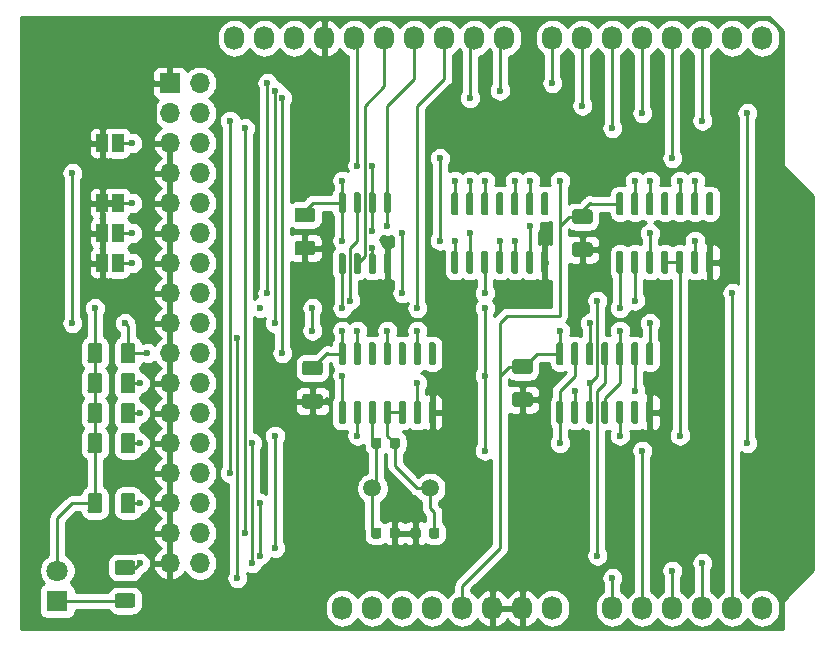
<source format=gtl>
G04 #@! TF.GenerationSoftware,KiCad,Pcbnew,(5.1.6)-1*
G04 #@! TF.CreationDate,2020-07-15T23:06:39+09:00*
G04 #@! TF.ProjectId,fdshield,66647368-6965-46c6-942e-6b696361645f,rev?*
G04 #@! TF.SameCoordinates,Original*
G04 #@! TF.FileFunction,Copper,L1,Top*
G04 #@! TF.FilePolarity,Positive*
%FSLAX46Y46*%
G04 Gerber Fmt 4.6, Leading zero omitted, Abs format (unit mm)*
G04 Created by KiCad (PCBNEW (5.1.6)-1) date 2020-07-15 23:06:39*
%MOMM*%
%LPD*%
G01*
G04 APERTURE LIST*
G04 #@! TA.AperFunction,EtchedComponent*
%ADD10C,0.100000*%
G04 #@! TD*
G04 #@! TA.AperFunction,ComponentPad*
%ADD11C,1.500000*%
G04 #@! TD*
G04 #@! TA.AperFunction,ComponentPad*
%ADD12O,1.700000X1.700000*%
G04 #@! TD*
G04 #@! TA.AperFunction,ComponentPad*
%ADD13R,1.700000X1.700000*%
G04 #@! TD*
G04 #@! TA.AperFunction,SMDPad,CuDef*
%ADD14R,1.000000X1.500000*%
G04 #@! TD*
G04 #@! TA.AperFunction,ComponentPad*
%ADD15C,1.800000*%
G04 #@! TD*
G04 #@! TA.AperFunction,ComponentPad*
%ADD16R,1.800000X1.800000*%
G04 #@! TD*
G04 #@! TA.AperFunction,ComponentPad*
%ADD17O,1.727200X2.032000*%
G04 #@! TD*
G04 #@! TA.AperFunction,ViaPad*
%ADD18C,0.600000*%
G04 #@! TD*
G04 #@! TA.AperFunction,Conductor*
%ADD19C,0.250000*%
G04 #@! TD*
G04 #@! TA.AperFunction,Conductor*
%ADD20C,0.254000*%
G04 #@! TD*
G04 APERTURE END LIST*
D10*
G04 #@! TO.C,DS0*
G36*
X119503000Y-89835000D02*
G01*
X119003000Y-89835000D01*
X119003000Y-89235000D01*
X119503000Y-89235000D01*
X119503000Y-89835000D01*
G37*
G04 #@! TD*
G04 #@! TO.P,C1,2*
G04 #@! TO.N,GND*
G04 #@! TA.AperFunction,SMDPad,CuDef*
G36*
G01*
X135138000Y-92720000D02*
X136388000Y-92720000D01*
G75*
G02*
X136638000Y-92970000I0J-250000D01*
G01*
X136638000Y-93720000D01*
G75*
G02*
X136388000Y-93970000I-250000J0D01*
G01*
X135138000Y-93970000D01*
G75*
G02*
X134888000Y-93720000I0J250000D01*
G01*
X134888000Y-92970000D01*
G75*
G02*
X135138000Y-92720000I250000J0D01*
G01*
G37*
G04 #@! TD.AperFunction*
G04 #@! TO.P,C1,1*
G04 #@! TO.N,+5V*
G04 #@! TA.AperFunction,SMDPad,CuDef*
G36*
G01*
X135138000Y-89920000D02*
X136388000Y-89920000D01*
G75*
G02*
X136638000Y-90170000I0J-250000D01*
G01*
X136638000Y-90920000D01*
G75*
G02*
X136388000Y-91170000I-250000J0D01*
G01*
X135138000Y-91170000D01*
G75*
G02*
X134888000Y-90920000I0J250000D01*
G01*
X134888000Y-90170000D01*
G75*
G02*
X135138000Y-89920000I250000J0D01*
G01*
G37*
G04 #@! TD.AperFunction*
G04 #@! TD*
G04 #@! TO.P,R7,2*
G04 #@! TO.N,Net-(C5-Pad1)*
G04 #@! TA.AperFunction,SMDPad,CuDef*
G36*
G01*
X142245500Y-109598750D02*
X142245500Y-110111250D01*
G75*
G02*
X142026750Y-110330000I-218750J0D01*
G01*
X141589250Y-110330000D01*
G75*
G02*
X141370500Y-110111250I0J218750D01*
G01*
X141370500Y-109598750D01*
G75*
G02*
X141589250Y-109380000I218750J0D01*
G01*
X142026750Y-109380000D01*
G75*
G02*
X142245500Y-109598750I0J-218750D01*
G01*
G37*
G04 #@! TD.AperFunction*
G04 #@! TO.P,R7,1*
G04 #@! TO.N,Net-(C6-Pad1)*
G04 #@! TA.AperFunction,SMDPad,CuDef*
G36*
G01*
X143820500Y-109598750D02*
X143820500Y-110111250D01*
G75*
G02*
X143601750Y-110330000I-218750J0D01*
G01*
X143164250Y-110330000D01*
G75*
G02*
X142945500Y-110111250I0J218750D01*
G01*
X142945500Y-109598750D01*
G75*
G02*
X143164250Y-109380000I218750J0D01*
G01*
X143601750Y-109380000D01*
G75*
G02*
X143820500Y-109598750I0J-218750D01*
G01*
G37*
G04 #@! TD.AperFunction*
G04 #@! TD*
G04 #@! TO.P,C6,2*
G04 #@! TO.N,GND*
G04 #@! TA.AperFunction,SMDPad,CuDef*
G36*
G01*
X145573000Y-117218750D02*
X145573000Y-117731250D01*
G75*
G02*
X145354250Y-117950000I-218750J0D01*
G01*
X144916750Y-117950000D01*
G75*
G02*
X144698000Y-117731250I0J218750D01*
G01*
X144698000Y-117218750D01*
G75*
G02*
X144916750Y-117000000I218750J0D01*
G01*
X145354250Y-117000000D01*
G75*
G02*
X145573000Y-117218750I0J-218750D01*
G01*
G37*
G04 #@! TD.AperFunction*
G04 #@! TO.P,C6,1*
G04 #@! TO.N,Net-(C6-Pad1)*
G04 #@! TA.AperFunction,SMDPad,CuDef*
G36*
G01*
X147148000Y-117218750D02*
X147148000Y-117731250D01*
G75*
G02*
X146929250Y-117950000I-218750J0D01*
G01*
X146491750Y-117950000D01*
G75*
G02*
X146273000Y-117731250I0J218750D01*
G01*
X146273000Y-117218750D01*
G75*
G02*
X146491750Y-117000000I218750J0D01*
G01*
X146929250Y-117000000D01*
G75*
G02*
X147148000Y-117218750I0J-218750D01*
G01*
G37*
G04 #@! TD.AperFunction*
G04 #@! TD*
G04 #@! TO.P,C5,2*
G04 #@! TO.N,GND*
G04 #@! TA.AperFunction,SMDPad,CuDef*
G36*
G01*
X142945500Y-117731250D02*
X142945500Y-117218750D01*
G75*
G02*
X143164250Y-117000000I218750J0D01*
G01*
X143601750Y-117000000D01*
G75*
G02*
X143820500Y-117218750I0J-218750D01*
G01*
X143820500Y-117731250D01*
G75*
G02*
X143601750Y-117950000I-218750J0D01*
G01*
X143164250Y-117950000D01*
G75*
G02*
X142945500Y-117731250I0J218750D01*
G01*
G37*
G04 #@! TD.AperFunction*
G04 #@! TO.P,C5,1*
G04 #@! TO.N,Net-(C5-Pad1)*
G04 #@! TA.AperFunction,SMDPad,CuDef*
G36*
G01*
X141370500Y-117731250D02*
X141370500Y-117218750D01*
G75*
G02*
X141589250Y-117000000I218750J0D01*
G01*
X142026750Y-117000000D01*
G75*
G02*
X142245500Y-117218750I0J-218750D01*
G01*
X142245500Y-117731250D01*
G75*
G02*
X142026750Y-117950000I-218750J0D01*
G01*
X141589250Y-117950000D01*
G75*
G02*
X141370500Y-117731250I0J218750D01*
G01*
G37*
G04 #@! TD.AperFunction*
G04 #@! TD*
D11*
G04 #@! TO.P,Y1,2*
G04 #@! TO.N,Net-(C6-Pad1)*
X146358000Y-113665000D03*
G04 #@! TO.P,Y1,1*
G04 #@! TO.N,Net-(C5-Pad1)*
X141478000Y-113665000D03*
G04 #@! TD*
G04 #@! TO.P,U6,14*
G04 #@! TO.N,+5V*
G04 #@! TA.AperFunction,SMDPad,CuDef*
G36*
G01*
X139088000Y-103275000D02*
X138788000Y-103275000D01*
G75*
G02*
X138638000Y-103125000I0J150000D01*
G01*
X138638000Y-101475000D01*
G75*
G02*
X138788000Y-101325000I150000J0D01*
G01*
X139088000Y-101325000D01*
G75*
G02*
X139238000Y-101475000I0J-150000D01*
G01*
X139238000Y-103125000D01*
G75*
G02*
X139088000Y-103275000I-150000J0D01*
G01*
G37*
G04 #@! TD.AperFunction*
G04 #@! TO.P,U6,13*
G04 #@! TA.AperFunction,SMDPad,CuDef*
G36*
G01*
X140358000Y-103275000D02*
X140058000Y-103275000D01*
G75*
G02*
X139908000Y-103125000I0J150000D01*
G01*
X139908000Y-101475000D01*
G75*
G02*
X140058000Y-101325000I150000J0D01*
G01*
X140358000Y-101325000D01*
G75*
G02*
X140508000Y-101475000I0J-150000D01*
G01*
X140508000Y-103125000D01*
G75*
G02*
X140358000Y-103275000I-150000J0D01*
G01*
G37*
G04 #@! TD.AperFunction*
G04 #@! TO.P,U6,12*
G04 #@! TO.N,N/C*
G04 #@! TA.AperFunction,SMDPad,CuDef*
G36*
G01*
X141628000Y-103275000D02*
X141328000Y-103275000D01*
G75*
G02*
X141178000Y-103125000I0J150000D01*
G01*
X141178000Y-101475000D01*
G75*
G02*
X141328000Y-101325000I150000J0D01*
G01*
X141628000Y-101325000D01*
G75*
G02*
X141778000Y-101475000I0J-150000D01*
G01*
X141778000Y-103125000D01*
G75*
G02*
X141628000Y-103275000I-150000J0D01*
G01*
G37*
G04 #@! TD.AperFunction*
G04 #@! TO.P,U6,11*
G04 #@! TO.N,+5V*
G04 #@! TA.AperFunction,SMDPad,CuDef*
G36*
G01*
X142898000Y-103275000D02*
X142598000Y-103275000D01*
G75*
G02*
X142448000Y-103125000I0J150000D01*
G01*
X142448000Y-101475000D01*
G75*
G02*
X142598000Y-101325000I150000J0D01*
G01*
X142898000Y-101325000D01*
G75*
G02*
X143048000Y-101475000I0J-150000D01*
G01*
X143048000Y-103125000D01*
G75*
G02*
X142898000Y-103275000I-150000J0D01*
G01*
G37*
G04 #@! TD.AperFunction*
G04 #@! TO.P,U6,10*
G04 #@! TO.N,N/C*
G04 #@! TA.AperFunction,SMDPad,CuDef*
G36*
G01*
X144168000Y-103275000D02*
X143868000Y-103275000D01*
G75*
G02*
X143718000Y-103125000I0J150000D01*
G01*
X143718000Y-101475000D01*
G75*
G02*
X143868000Y-101325000I150000J0D01*
G01*
X144168000Y-101325000D01*
G75*
G02*
X144318000Y-101475000I0J-150000D01*
G01*
X144318000Y-103125000D01*
G75*
G02*
X144168000Y-103275000I-150000J0D01*
G01*
G37*
G04 #@! TD.AperFunction*
G04 #@! TO.P,U6,9*
G04 #@! TO.N,+5V*
G04 #@! TA.AperFunction,SMDPad,CuDef*
G36*
G01*
X145438000Y-103275000D02*
X145138000Y-103275000D01*
G75*
G02*
X144988000Y-103125000I0J150000D01*
G01*
X144988000Y-101475000D01*
G75*
G02*
X145138000Y-101325000I150000J0D01*
G01*
X145438000Y-101325000D01*
G75*
G02*
X145588000Y-101475000I0J-150000D01*
G01*
X145588000Y-103125000D01*
G75*
G02*
X145438000Y-103275000I-150000J0D01*
G01*
G37*
G04 #@! TD.AperFunction*
G04 #@! TO.P,U6,8*
G04 #@! TO.N,N/C*
G04 #@! TA.AperFunction,SMDPad,CuDef*
G36*
G01*
X146708000Y-103275000D02*
X146408000Y-103275000D01*
G75*
G02*
X146258000Y-103125000I0J150000D01*
G01*
X146258000Y-101475000D01*
G75*
G02*
X146408000Y-101325000I150000J0D01*
G01*
X146708000Y-101325000D01*
G75*
G02*
X146858000Y-101475000I0J-150000D01*
G01*
X146858000Y-103125000D01*
G75*
G02*
X146708000Y-103275000I-150000J0D01*
G01*
G37*
G04 #@! TD.AperFunction*
G04 #@! TO.P,U6,7*
G04 #@! TO.N,GND*
G04 #@! TA.AperFunction,SMDPad,CuDef*
G36*
G01*
X146708000Y-108225000D02*
X146408000Y-108225000D01*
G75*
G02*
X146258000Y-108075000I0J150000D01*
G01*
X146258000Y-106425000D01*
G75*
G02*
X146408000Y-106275000I150000J0D01*
G01*
X146708000Y-106275000D01*
G75*
G02*
X146858000Y-106425000I0J-150000D01*
G01*
X146858000Y-108075000D01*
G75*
G02*
X146708000Y-108225000I-150000J0D01*
G01*
G37*
G04 #@! TD.AperFunction*
G04 #@! TO.P,U6,6*
G04 #@! TO.N,/CAP_CLK*
G04 #@! TA.AperFunction,SMDPad,CuDef*
G36*
G01*
X145438000Y-108225000D02*
X145138000Y-108225000D01*
G75*
G02*
X144988000Y-108075000I0J150000D01*
G01*
X144988000Y-106425000D01*
G75*
G02*
X145138000Y-106275000I150000J0D01*
G01*
X145438000Y-106275000D01*
G75*
G02*
X145588000Y-106425000I0J-150000D01*
G01*
X145588000Y-108075000D01*
G75*
G02*
X145438000Y-108225000I-150000J0D01*
G01*
G37*
G04 #@! TD.AperFunction*
G04 #@! TO.P,U6,5*
G04 #@! TO.N,Net-(C6-Pad1)*
G04 #@! TA.AperFunction,SMDPad,CuDef*
G36*
G01*
X144168000Y-108225000D02*
X143868000Y-108225000D01*
G75*
G02*
X143718000Y-108075000I0J150000D01*
G01*
X143718000Y-106425000D01*
G75*
G02*
X143868000Y-106275000I150000J0D01*
G01*
X144168000Y-106275000D01*
G75*
G02*
X144318000Y-106425000I0J-150000D01*
G01*
X144318000Y-108075000D01*
G75*
G02*
X144168000Y-108225000I-150000J0D01*
G01*
G37*
G04 #@! TD.AperFunction*
G04 #@! TO.P,U6,4*
G04 #@! TA.AperFunction,SMDPad,CuDef*
G36*
G01*
X142898000Y-108225000D02*
X142598000Y-108225000D01*
G75*
G02*
X142448000Y-108075000I0J150000D01*
G01*
X142448000Y-106425000D01*
G75*
G02*
X142598000Y-106275000I150000J0D01*
G01*
X142898000Y-106275000D01*
G75*
G02*
X143048000Y-106425000I0J-150000D01*
G01*
X143048000Y-108075000D01*
G75*
G02*
X142898000Y-108225000I-150000J0D01*
G01*
G37*
G04 #@! TD.AperFunction*
G04 #@! TO.P,U6,3*
G04 #@! TO.N,Net-(C5-Pad1)*
G04 #@! TA.AperFunction,SMDPad,CuDef*
G36*
G01*
X141628000Y-108225000D02*
X141328000Y-108225000D01*
G75*
G02*
X141178000Y-108075000I0J150000D01*
G01*
X141178000Y-106425000D01*
G75*
G02*
X141328000Y-106275000I150000J0D01*
G01*
X141628000Y-106275000D01*
G75*
G02*
X141778000Y-106425000I0J-150000D01*
G01*
X141778000Y-108075000D01*
G75*
G02*
X141628000Y-108225000I-150000J0D01*
G01*
G37*
G04 #@! TD.AperFunction*
G04 #@! TO.P,U6,2*
G04 #@! TO.N,Net-(R6-Pad2)*
G04 #@! TA.AperFunction,SMDPad,CuDef*
G36*
G01*
X140358000Y-108225000D02*
X140058000Y-108225000D01*
G75*
G02*
X139908000Y-108075000I0J150000D01*
G01*
X139908000Y-106425000D01*
G75*
G02*
X140058000Y-106275000I150000J0D01*
G01*
X140358000Y-106275000D01*
G75*
G02*
X140508000Y-106425000I0J-150000D01*
G01*
X140508000Y-108075000D01*
G75*
G02*
X140358000Y-108225000I-150000J0D01*
G01*
G37*
G04 #@! TD.AperFunction*
G04 #@! TO.P,U6,1*
G04 #@! TO.N,/A1*
G04 #@! TA.AperFunction,SMDPad,CuDef*
G36*
G01*
X139088000Y-108225000D02*
X138788000Y-108225000D01*
G75*
G02*
X138638000Y-108075000I0J150000D01*
G01*
X138638000Y-106425000D01*
G75*
G02*
X138788000Y-106275000I150000J0D01*
G01*
X139088000Y-106275000D01*
G75*
G02*
X139238000Y-106425000I0J-150000D01*
G01*
X139238000Y-108075000D01*
G75*
G02*
X139088000Y-108225000I-150000J0D01*
G01*
G37*
G04 #@! TD.AperFunction*
G04 #@! TD*
G04 #@! TO.P,C3,2*
G04 #@! TO.N,GND*
G04 #@! TA.AperFunction,SMDPad,CuDef*
G36*
G01*
X135773000Y-105680000D02*
X137023000Y-105680000D01*
G75*
G02*
X137273000Y-105930000I0J-250000D01*
G01*
X137273000Y-106680000D01*
G75*
G02*
X137023000Y-106930000I-250000J0D01*
G01*
X135773000Y-106930000D01*
G75*
G02*
X135523000Y-106680000I0J250000D01*
G01*
X135523000Y-105930000D01*
G75*
G02*
X135773000Y-105680000I250000J0D01*
G01*
G37*
G04 #@! TD.AperFunction*
G04 #@! TO.P,C3,1*
G04 #@! TO.N,+5V*
G04 #@! TA.AperFunction,SMDPad,CuDef*
G36*
G01*
X135773000Y-102880000D02*
X137023000Y-102880000D01*
G75*
G02*
X137273000Y-103130000I0J-250000D01*
G01*
X137273000Y-103880000D01*
G75*
G02*
X137023000Y-104130000I-250000J0D01*
G01*
X135773000Y-104130000D01*
G75*
G02*
X135523000Y-103880000I0J250000D01*
G01*
X135523000Y-103130000D01*
G75*
G02*
X135773000Y-102880000I250000J0D01*
G01*
G37*
G04 #@! TD.AperFunction*
G04 #@! TD*
G04 #@! TO.P,U1,14*
G04 #@! TO.N,+5V*
G04 #@! TA.AperFunction,SMDPad,CuDef*
G36*
G01*
X157503000Y-103275000D02*
X157203000Y-103275000D01*
G75*
G02*
X157053000Y-103125000I0J150000D01*
G01*
X157053000Y-101475000D01*
G75*
G02*
X157203000Y-101325000I150000J0D01*
G01*
X157503000Y-101325000D01*
G75*
G02*
X157653000Y-101475000I0J-150000D01*
G01*
X157653000Y-103125000D01*
G75*
G02*
X157503000Y-103275000I-150000J0D01*
G01*
G37*
G04 #@! TD.AperFunction*
G04 #@! TO.P,U1,13*
G04 #@! TO.N,/4*
G04 #@! TA.AperFunction,SMDPad,CuDef*
G36*
G01*
X158773000Y-103275000D02*
X158473000Y-103275000D01*
G75*
G02*
X158323000Y-103125000I0J150000D01*
G01*
X158323000Y-101475000D01*
G75*
G02*
X158473000Y-101325000I150000J0D01*
G01*
X158773000Y-101325000D01*
G75*
G02*
X158923000Y-101475000I0J-150000D01*
G01*
X158923000Y-103125000D01*
G75*
G02*
X158773000Y-103275000I-150000J0D01*
G01*
G37*
G04 #@! TD.AperFunction*
G04 #@! TO.P,U1,12*
G04 #@! TO.N,Net-(U1-Pad12)*
G04 #@! TA.AperFunction,SMDPad,CuDef*
G36*
G01*
X160043000Y-103275000D02*
X159743000Y-103275000D01*
G75*
G02*
X159593000Y-103125000I0J150000D01*
G01*
X159593000Y-101475000D01*
G75*
G02*
X159743000Y-101325000I150000J0D01*
G01*
X160043000Y-101325000D01*
G75*
G02*
X160193000Y-101475000I0J-150000D01*
G01*
X160193000Y-103125000D01*
G75*
G02*
X160043000Y-103275000I-150000J0D01*
G01*
G37*
G04 #@! TD.AperFunction*
G04 #@! TO.P,U1,11*
G04 #@! TO.N,/RD*
G04 #@! TA.AperFunction,SMDPad,CuDef*
G36*
G01*
X161313000Y-103275000D02*
X161013000Y-103275000D01*
G75*
G02*
X160863000Y-103125000I0J150000D01*
G01*
X160863000Y-101475000D01*
G75*
G02*
X161013000Y-101325000I150000J0D01*
G01*
X161313000Y-101325000D01*
G75*
G02*
X161463000Y-101475000I0J-150000D01*
G01*
X161463000Y-103125000D01*
G75*
G02*
X161313000Y-103275000I-150000J0D01*
G01*
G37*
G04 #@! TD.AperFunction*
G04 #@! TO.P,U1,10*
G04 #@! TO.N,+5V*
G04 #@! TA.AperFunction,SMDPad,CuDef*
G36*
G01*
X162583000Y-103275000D02*
X162283000Y-103275000D01*
G75*
G02*
X162133000Y-103125000I0J150000D01*
G01*
X162133000Y-101475000D01*
G75*
G02*
X162283000Y-101325000I150000J0D01*
G01*
X162583000Y-101325000D01*
G75*
G02*
X162733000Y-101475000I0J-150000D01*
G01*
X162733000Y-103125000D01*
G75*
G02*
X162583000Y-103275000I-150000J0D01*
G01*
G37*
G04 #@! TD.AperFunction*
G04 #@! TO.P,U1,9*
G04 #@! TO.N,Net-(U1-Pad2)*
G04 #@! TA.AperFunction,SMDPad,CuDef*
G36*
G01*
X163853000Y-103275000D02*
X163553000Y-103275000D01*
G75*
G02*
X163403000Y-103125000I0J150000D01*
G01*
X163403000Y-101475000D01*
G75*
G02*
X163553000Y-101325000I150000J0D01*
G01*
X163853000Y-101325000D01*
G75*
G02*
X164003000Y-101475000I0J-150000D01*
G01*
X164003000Y-103125000D01*
G75*
G02*
X163853000Y-103275000I-150000J0D01*
G01*
G37*
G04 #@! TD.AperFunction*
G04 #@! TO.P,U1,8*
G04 #@! TO.N,Net-(U1-Pad12)*
G04 #@! TA.AperFunction,SMDPad,CuDef*
G36*
G01*
X165123000Y-103275000D02*
X164823000Y-103275000D01*
G75*
G02*
X164673000Y-103125000I0J150000D01*
G01*
X164673000Y-101475000D01*
G75*
G02*
X164823000Y-101325000I150000J0D01*
G01*
X165123000Y-101325000D01*
G75*
G02*
X165273000Y-101475000I0J-150000D01*
G01*
X165273000Y-103125000D01*
G75*
G02*
X165123000Y-103275000I-150000J0D01*
G01*
G37*
G04 #@! TD.AperFunction*
G04 #@! TO.P,U1,7*
G04 #@! TO.N,GND*
G04 #@! TA.AperFunction,SMDPad,CuDef*
G36*
G01*
X165123000Y-108225000D02*
X164823000Y-108225000D01*
G75*
G02*
X164673000Y-108075000I0J150000D01*
G01*
X164673000Y-106425000D01*
G75*
G02*
X164823000Y-106275000I150000J0D01*
G01*
X165123000Y-106275000D01*
G75*
G02*
X165273000Y-106425000I0J-150000D01*
G01*
X165273000Y-108075000D01*
G75*
G02*
X165123000Y-108225000I-150000J0D01*
G01*
G37*
G04 #@! TD.AperFunction*
G04 #@! TO.P,U1,6*
G04 #@! TO.N,N/C*
G04 #@! TA.AperFunction,SMDPad,CuDef*
G36*
G01*
X163853000Y-108225000D02*
X163553000Y-108225000D01*
G75*
G02*
X163403000Y-108075000I0J150000D01*
G01*
X163403000Y-106425000D01*
G75*
G02*
X163553000Y-106275000I150000J0D01*
G01*
X163853000Y-106275000D01*
G75*
G02*
X164003000Y-106425000I0J-150000D01*
G01*
X164003000Y-108075000D01*
G75*
G02*
X163853000Y-108225000I-150000J0D01*
G01*
G37*
G04 #@! TD.AperFunction*
G04 #@! TO.P,U1,5*
G04 #@! TO.N,Net-(U1-Pad5)*
G04 #@! TA.AperFunction,SMDPad,CuDef*
G36*
G01*
X162583000Y-108225000D02*
X162283000Y-108225000D01*
G75*
G02*
X162133000Y-108075000I0J150000D01*
G01*
X162133000Y-106425000D01*
G75*
G02*
X162283000Y-106275000I150000J0D01*
G01*
X162583000Y-106275000D01*
G75*
G02*
X162733000Y-106425000I0J-150000D01*
G01*
X162733000Y-108075000D01*
G75*
G02*
X162583000Y-108225000I-150000J0D01*
G01*
G37*
G04 #@! TD.AperFunction*
G04 #@! TO.P,U1,4*
G04 #@! TO.N,+5V*
G04 #@! TA.AperFunction,SMDPad,CuDef*
G36*
G01*
X161313000Y-108225000D02*
X161013000Y-108225000D01*
G75*
G02*
X160863000Y-108075000I0J150000D01*
G01*
X160863000Y-106425000D01*
G75*
G02*
X161013000Y-106275000I150000J0D01*
G01*
X161313000Y-106275000D01*
G75*
G02*
X161463000Y-106425000I0J-150000D01*
G01*
X161463000Y-108075000D01*
G75*
G02*
X161313000Y-108225000I-150000J0D01*
G01*
G37*
G04 #@! TD.AperFunction*
G04 #@! TO.P,U1,3*
G04 #@! TO.N,/CAP_CLK*
G04 #@! TA.AperFunction,SMDPad,CuDef*
G36*
G01*
X160043000Y-108225000D02*
X159743000Y-108225000D01*
G75*
G02*
X159593000Y-108075000I0J150000D01*
G01*
X159593000Y-106425000D01*
G75*
G02*
X159743000Y-106275000I150000J0D01*
G01*
X160043000Y-106275000D01*
G75*
G02*
X160193000Y-106425000I0J-150000D01*
G01*
X160193000Y-108075000D01*
G75*
G02*
X160043000Y-108225000I-150000J0D01*
G01*
G37*
G04 #@! TD.AperFunction*
G04 #@! TO.P,U1,2*
G04 #@! TO.N,Net-(U1-Pad2)*
G04 #@! TA.AperFunction,SMDPad,CuDef*
G36*
G01*
X158773000Y-108225000D02*
X158473000Y-108225000D01*
G75*
G02*
X158323000Y-108075000I0J150000D01*
G01*
X158323000Y-106425000D01*
G75*
G02*
X158473000Y-106275000I150000J0D01*
G01*
X158773000Y-106275000D01*
G75*
G02*
X158923000Y-106425000I0J-150000D01*
G01*
X158923000Y-108075000D01*
G75*
G02*
X158773000Y-108225000I-150000J0D01*
G01*
G37*
G04 #@! TD.AperFunction*
G04 #@! TO.P,U1,1*
G04 #@! TO.N,/4*
G04 #@! TA.AperFunction,SMDPad,CuDef*
G36*
G01*
X157503000Y-108225000D02*
X157203000Y-108225000D01*
G75*
G02*
X157053000Y-108075000I0J150000D01*
G01*
X157053000Y-106425000D01*
G75*
G02*
X157203000Y-106275000I150000J0D01*
G01*
X157503000Y-106275000D01*
G75*
G02*
X157653000Y-106425000I0J-150000D01*
G01*
X157653000Y-108075000D01*
G75*
G02*
X157503000Y-108225000I-150000J0D01*
G01*
G37*
G04 #@! TD.AperFunction*
G04 #@! TD*
D12*
G04 #@! TO.P,J1,34*
G04 #@! TO.N,/A2*
X126873000Y-120015000D03*
G04 #@! TO.P,J1,33*
G04 #@! TO.N,GND*
X124333000Y-120015000D03*
G04 #@! TO.P,J1,32*
G04 #@! TO.N,/5(\u002A\u002A)*
X126873000Y-117475000D03*
G04 #@! TO.P,J1,31*
G04 #@! TO.N,GND*
X124333000Y-117475000D03*
G04 #@! TO.P,J1,30*
G04 #@! TO.N,/RD*
X126873000Y-114935000D03*
G04 #@! TO.P,J1,29*
G04 #@! TO.N,GND*
X124333000Y-114935000D03*
G04 #@! TO.P,J1,28*
G04 #@! TO.N,/2*
X126873000Y-112395000D03*
G04 #@! TO.P,J1,27*
G04 #@! TO.N,GND*
X124333000Y-112395000D03*
G04 #@! TO.P,J1,26*
G04 #@! TO.N,/A3*
X126873000Y-109855000D03*
G04 #@! TO.P,J1,25*
G04 #@! TO.N,GND*
X124333000Y-109855000D03*
G04 #@! TO.P,J1,24*
G04 #@! TO.N,/WG*
X126873000Y-107315000D03*
G04 #@! TO.P,J1,23*
G04 #@! TO.N,GND*
X124333000Y-107315000D03*
G04 #@! TO.P,J1,22*
G04 #@! TO.N,/WD*
X126873000Y-104775000D03*
G04 #@! TO.P,J1,21*
G04 #@! TO.N,GND*
X124333000Y-104775000D03*
G04 #@! TO.P,J1,20*
G04 #@! TO.N,/9(\u002A\u002A)*
X126873000Y-102235000D03*
G04 #@! TO.P,J1,19*
G04 #@! TO.N,GND*
X124333000Y-102235000D03*
G04 #@! TO.P,J1,18*
G04 #@! TO.N,/8*
X126873000Y-99695000D03*
G04 #@! TO.P,J1,17*
G04 #@! TO.N,GND*
X124333000Y-99695000D03*
G04 #@! TO.P,J1,16*
G04 #@! TO.N,/7*
X126873000Y-97155000D03*
G04 #@! TO.P,J1,15*
G04 #@! TO.N,GND*
X124333000Y-97155000D03*
G04 #@! TO.P,J1,14*
G04 #@! TO.N,/DS2*
X126873000Y-94615000D03*
G04 #@! TO.P,J1,13*
G04 #@! TO.N,GND*
X124333000Y-94615000D03*
G04 #@! TO.P,J1,12*
G04 #@! TO.N,/DS1*
X126873000Y-92075000D03*
G04 #@! TO.P,J1,11*
G04 #@! TO.N,GND*
X124333000Y-92075000D03*
G04 #@! TO.P,J1,10*
G04 #@! TO.N,/DS0*
X126873000Y-89535000D03*
G04 #@! TO.P,J1,9*
G04 #@! TO.N,GND*
X124333000Y-89535000D03*
G04 #@! TO.P,J1,8*
G04 #@! TO.N,/A0*
X126873000Y-86995000D03*
G04 #@! TO.P,J1,7*
G04 #@! TO.N,GND*
X124333000Y-86995000D03*
G04 #@! TO.P,J1,6*
G04 #@! TO.N,/DS3*
X126873000Y-84455000D03*
G04 #@! TO.P,J1,5*
G04 #@! TO.N,GND*
X124333000Y-84455000D03*
G04 #@! TO.P,J1,4*
G04 #@! TO.N,/6(\u002A\u002A)*
X126873000Y-81915000D03*
G04 #@! TO.P,J1,3*
G04 #@! TO.N,N/C*
X124333000Y-81915000D03*
G04 #@! TO.P,J1,2*
X126873000Y-79375000D03*
D13*
G04 #@! TO.P,J1,1*
G04 #@! TO.N,GND*
X124333000Y-79375000D03*
G04 #@! TD*
G04 #@! TO.P,C4,2*
G04 #@! TO.N,GND*
G04 #@! TA.AperFunction,SMDPad,CuDef*
G36*
G01*
X153553000Y-105550000D02*
X154803000Y-105550000D01*
G75*
G02*
X155053000Y-105800000I0J-250000D01*
G01*
X155053000Y-106550000D01*
G75*
G02*
X154803000Y-106800000I-250000J0D01*
G01*
X153553000Y-106800000D01*
G75*
G02*
X153303000Y-106550000I0J250000D01*
G01*
X153303000Y-105800000D01*
G75*
G02*
X153553000Y-105550000I250000J0D01*
G01*
G37*
G04 #@! TD.AperFunction*
G04 #@! TO.P,C4,1*
G04 #@! TO.N,+5V*
G04 #@! TA.AperFunction,SMDPad,CuDef*
G36*
G01*
X153553000Y-102750000D02*
X154803000Y-102750000D01*
G75*
G02*
X155053000Y-103000000I0J-250000D01*
G01*
X155053000Y-103750000D01*
G75*
G02*
X154803000Y-104000000I-250000J0D01*
G01*
X153553000Y-104000000D01*
G75*
G02*
X153303000Y-103750000I0J250000D01*
G01*
X153303000Y-103000000D01*
G75*
G02*
X153553000Y-102750000I250000J0D01*
G01*
G37*
G04 #@! TD.AperFunction*
G04 #@! TD*
G04 #@! TO.P,C2,2*
G04 #@! TO.N,GND*
G04 #@! TA.AperFunction,SMDPad,CuDef*
G36*
G01*
X158633000Y-92850000D02*
X159883000Y-92850000D01*
G75*
G02*
X160133000Y-93100000I0J-250000D01*
G01*
X160133000Y-93850000D01*
G75*
G02*
X159883000Y-94100000I-250000J0D01*
G01*
X158633000Y-94100000D01*
G75*
G02*
X158383000Y-93850000I0J250000D01*
G01*
X158383000Y-93100000D01*
G75*
G02*
X158633000Y-92850000I250000J0D01*
G01*
G37*
G04 #@! TD.AperFunction*
G04 #@! TO.P,C2,1*
G04 #@! TO.N,+5V*
G04 #@! TA.AperFunction,SMDPad,CuDef*
G36*
G01*
X158633000Y-90050000D02*
X159883000Y-90050000D01*
G75*
G02*
X160133000Y-90300000I0J-250000D01*
G01*
X160133000Y-91050000D01*
G75*
G02*
X159883000Y-91300000I-250000J0D01*
G01*
X158633000Y-91300000D01*
G75*
G02*
X158383000Y-91050000I0J250000D01*
G01*
X158383000Y-90300000D01*
G75*
G02*
X158633000Y-90050000I250000J0D01*
G01*
G37*
G04 #@! TD.AperFunction*
G04 #@! TD*
D14*
G04 #@! TO.P,DS2,1*
G04 #@! TO.N,/DS2*
X119903000Y-94615000D03*
G04 #@! TO.P,DS2,2*
G04 #@! TO.N,GND*
X118603000Y-94615000D03*
G04 #@! TD*
G04 #@! TO.P,DS1,1*
G04 #@! TO.N,/DS1*
X119918000Y-92075000D03*
G04 #@! TO.P,DS1,2*
G04 #@! TO.N,GND*
X118618000Y-92075000D03*
G04 #@! TD*
G04 #@! TO.P,DS0,2*
G04 #@! TO.N,GND*
X118603000Y-89535000D03*
G04 #@! TO.P,DS0,1*
G04 #@! TO.N,/DS0*
X119903000Y-89535000D03*
G04 #@! TD*
G04 #@! TO.P,DS3,1*
G04 #@! TO.N,/DS3*
X119903000Y-84455000D03*
G04 #@! TO.P,DS3,2*
G04 #@! TO.N,GND*
X118603000Y-84455000D03*
G04 #@! TD*
G04 #@! TO.P,U4,14*
G04 #@! TO.N,+5V*
G04 #@! TA.AperFunction,SMDPad,CuDef*
G36*
G01*
X148613000Y-90575000D02*
X148313000Y-90575000D01*
G75*
G02*
X148163000Y-90425000I0J150000D01*
G01*
X148163000Y-88775000D01*
G75*
G02*
X148313000Y-88625000I150000J0D01*
G01*
X148613000Y-88625000D01*
G75*
G02*
X148763000Y-88775000I0J-150000D01*
G01*
X148763000Y-90425000D01*
G75*
G02*
X148613000Y-90575000I-150000J0D01*
G01*
G37*
G04 #@! TD.AperFunction*
G04 #@! TO.P,U4,13*
G04 #@! TA.AperFunction,SMDPad,CuDef*
G36*
G01*
X149883000Y-90575000D02*
X149583000Y-90575000D01*
G75*
G02*
X149433000Y-90425000I0J150000D01*
G01*
X149433000Y-88775000D01*
G75*
G02*
X149583000Y-88625000I150000J0D01*
G01*
X149883000Y-88625000D01*
G75*
G02*
X150033000Y-88775000I0J-150000D01*
G01*
X150033000Y-90425000D01*
G75*
G02*
X149883000Y-90575000I-150000J0D01*
G01*
G37*
G04 #@! TD.AperFunction*
G04 #@! TO.P,U4,12*
G04 #@! TA.AperFunction,SMDPad,CuDef*
G36*
G01*
X151153000Y-90575000D02*
X150853000Y-90575000D01*
G75*
G02*
X150703000Y-90425000I0J150000D01*
G01*
X150703000Y-88775000D01*
G75*
G02*
X150853000Y-88625000I150000J0D01*
G01*
X151153000Y-88625000D01*
G75*
G02*
X151303000Y-88775000I0J-150000D01*
G01*
X151303000Y-90425000D01*
G75*
G02*
X151153000Y-90575000I-150000J0D01*
G01*
G37*
G04 #@! TD.AperFunction*
G04 #@! TO.P,U4,11*
G04 #@! TO.N,N/C*
G04 #@! TA.AperFunction,SMDPad,CuDef*
G36*
G01*
X152423000Y-90575000D02*
X152123000Y-90575000D01*
G75*
G02*
X151973000Y-90425000I0J150000D01*
G01*
X151973000Y-88775000D01*
G75*
G02*
X152123000Y-88625000I150000J0D01*
G01*
X152423000Y-88625000D01*
G75*
G02*
X152573000Y-88775000I0J-150000D01*
G01*
X152573000Y-90425000D01*
G75*
G02*
X152423000Y-90575000I-150000J0D01*
G01*
G37*
G04 #@! TD.AperFunction*
G04 #@! TO.P,U4,10*
G04 #@! TO.N,+5V*
G04 #@! TA.AperFunction,SMDPad,CuDef*
G36*
G01*
X153693000Y-90575000D02*
X153393000Y-90575000D01*
G75*
G02*
X153243000Y-90425000I0J150000D01*
G01*
X153243000Y-88775000D01*
G75*
G02*
X153393000Y-88625000I150000J0D01*
G01*
X153693000Y-88625000D01*
G75*
G02*
X153843000Y-88775000I0J-150000D01*
G01*
X153843000Y-90425000D01*
G75*
G02*
X153693000Y-90575000I-150000J0D01*
G01*
G37*
G04 #@! TD.AperFunction*
G04 #@! TO.P,U4,9*
G04 #@! TA.AperFunction,SMDPad,CuDef*
G36*
G01*
X154963000Y-90575000D02*
X154663000Y-90575000D01*
G75*
G02*
X154513000Y-90425000I0J150000D01*
G01*
X154513000Y-88775000D01*
G75*
G02*
X154663000Y-88625000I150000J0D01*
G01*
X154963000Y-88625000D01*
G75*
G02*
X155113000Y-88775000I0J-150000D01*
G01*
X155113000Y-90425000D01*
G75*
G02*
X154963000Y-90575000I-150000J0D01*
G01*
G37*
G04 #@! TD.AperFunction*
G04 #@! TO.P,U4,8*
G04 #@! TO.N,N/C*
G04 #@! TA.AperFunction,SMDPad,CuDef*
G36*
G01*
X156233000Y-90575000D02*
X155933000Y-90575000D01*
G75*
G02*
X155783000Y-90425000I0J150000D01*
G01*
X155783000Y-88775000D01*
G75*
G02*
X155933000Y-88625000I150000J0D01*
G01*
X156233000Y-88625000D01*
G75*
G02*
X156383000Y-88775000I0J-150000D01*
G01*
X156383000Y-90425000D01*
G75*
G02*
X156233000Y-90575000I-150000J0D01*
G01*
G37*
G04 #@! TD.AperFunction*
G04 #@! TO.P,U4,7*
G04 #@! TO.N,GND*
G04 #@! TA.AperFunction,SMDPad,CuDef*
G36*
G01*
X156233000Y-95525000D02*
X155933000Y-95525000D01*
G75*
G02*
X155783000Y-95375000I0J150000D01*
G01*
X155783000Y-93725000D01*
G75*
G02*
X155933000Y-93575000I150000J0D01*
G01*
X156233000Y-93575000D01*
G75*
G02*
X156383000Y-93725000I0J-150000D01*
G01*
X156383000Y-95375000D01*
G75*
G02*
X156233000Y-95525000I-150000J0D01*
G01*
G37*
G04 #@! TD.AperFunction*
G04 #@! TO.P,U4,6*
G04 #@! TO.N,/11(\u002A\u002A/MOSI)*
G04 #@! TA.AperFunction,SMDPad,CuDef*
G36*
G01*
X154963000Y-95525000D02*
X154663000Y-95525000D01*
G75*
G02*
X154513000Y-95375000I0J150000D01*
G01*
X154513000Y-93725000D01*
G75*
G02*
X154663000Y-93575000I150000J0D01*
G01*
X154963000Y-93575000D01*
G75*
G02*
X155113000Y-93725000I0J-150000D01*
G01*
X155113000Y-95375000D01*
G75*
G02*
X154963000Y-95525000I-150000J0D01*
G01*
G37*
G04 #@! TD.AperFunction*
G04 #@! TO.P,U4,5*
G04 #@! TO.N,Net-(U3-Pad6)*
G04 #@! TA.AperFunction,SMDPad,CuDef*
G36*
G01*
X153693000Y-95525000D02*
X153393000Y-95525000D01*
G75*
G02*
X153243000Y-95375000I0J150000D01*
G01*
X153243000Y-93725000D01*
G75*
G02*
X153393000Y-93575000I150000J0D01*
G01*
X153693000Y-93575000D01*
G75*
G02*
X153843000Y-93725000I0J-150000D01*
G01*
X153843000Y-95375000D01*
G75*
G02*
X153693000Y-95525000I-150000J0D01*
G01*
G37*
G04 #@! TD.AperFunction*
G04 #@! TO.P,U4,4*
G04 #@! TO.N,/3(\u002A\u002A)*
G04 #@! TA.AperFunction,SMDPad,CuDef*
G36*
G01*
X152423000Y-95525000D02*
X152123000Y-95525000D01*
G75*
G02*
X151973000Y-95375000I0J150000D01*
G01*
X151973000Y-93725000D01*
G75*
G02*
X152123000Y-93575000I150000J0D01*
G01*
X152423000Y-93575000D01*
G75*
G02*
X152573000Y-93725000I0J-150000D01*
G01*
X152573000Y-95375000D01*
G75*
G02*
X152423000Y-95525000I-150000J0D01*
G01*
G37*
G04 #@! TD.AperFunction*
G04 #@! TO.P,U4,3*
G04 #@! TO.N,/13(SCK)*
G04 #@! TA.AperFunction,SMDPad,CuDef*
G36*
G01*
X151153000Y-95525000D02*
X150853000Y-95525000D01*
G75*
G02*
X150703000Y-95375000I0J150000D01*
G01*
X150703000Y-93725000D01*
G75*
G02*
X150853000Y-93575000I150000J0D01*
G01*
X151153000Y-93575000D01*
G75*
G02*
X151303000Y-93725000I0J-150000D01*
G01*
X151303000Y-95375000D01*
G75*
G02*
X151153000Y-95525000I-150000J0D01*
G01*
G37*
G04 #@! TD.AperFunction*
G04 #@! TO.P,U4,2*
G04 #@! TO.N,Net-(U3-Pad3)*
G04 #@! TA.AperFunction,SMDPad,CuDef*
G36*
G01*
X149883000Y-95525000D02*
X149583000Y-95525000D01*
G75*
G02*
X149433000Y-95375000I0J150000D01*
G01*
X149433000Y-93725000D01*
G75*
G02*
X149583000Y-93575000I150000J0D01*
G01*
X149883000Y-93575000D01*
G75*
G02*
X150033000Y-93725000I0J-150000D01*
G01*
X150033000Y-95375000D01*
G75*
G02*
X149883000Y-95525000I-150000J0D01*
G01*
G37*
G04 #@! TD.AperFunction*
G04 #@! TO.P,U4,1*
G04 #@! TO.N,/3(\u002A\u002A)*
G04 #@! TA.AperFunction,SMDPad,CuDef*
G36*
G01*
X148613000Y-95525000D02*
X148313000Y-95525000D01*
G75*
G02*
X148163000Y-95375000I0J150000D01*
G01*
X148163000Y-93725000D01*
G75*
G02*
X148313000Y-93575000I150000J0D01*
G01*
X148613000Y-93575000D01*
G75*
G02*
X148763000Y-93725000I0J-150000D01*
G01*
X148763000Y-95375000D01*
G75*
G02*
X148613000Y-95525000I-150000J0D01*
G01*
G37*
G04 #@! TD.AperFunction*
G04 #@! TD*
G04 #@! TO.P,U3,14*
G04 #@! TO.N,+5V*
G04 #@! TA.AperFunction,SMDPad,CuDef*
G36*
G01*
X162583000Y-90575000D02*
X162283000Y-90575000D01*
G75*
G02*
X162133000Y-90425000I0J150000D01*
G01*
X162133000Y-88775000D01*
G75*
G02*
X162283000Y-88625000I150000J0D01*
G01*
X162583000Y-88625000D01*
G75*
G02*
X162733000Y-88775000I0J-150000D01*
G01*
X162733000Y-90425000D01*
G75*
G02*
X162583000Y-90575000I-150000J0D01*
G01*
G37*
G04 #@! TD.AperFunction*
G04 #@! TO.P,U3,13*
G04 #@! TA.AperFunction,SMDPad,CuDef*
G36*
G01*
X163853000Y-90575000D02*
X163553000Y-90575000D01*
G75*
G02*
X163403000Y-90425000I0J150000D01*
G01*
X163403000Y-88775000D01*
G75*
G02*
X163553000Y-88625000I150000J0D01*
G01*
X163853000Y-88625000D01*
G75*
G02*
X164003000Y-88775000I0J-150000D01*
G01*
X164003000Y-90425000D01*
G75*
G02*
X163853000Y-90575000I-150000J0D01*
G01*
G37*
G04 #@! TD.AperFunction*
G04 #@! TO.P,U3,12*
G04 #@! TA.AperFunction,SMDPad,CuDef*
G36*
G01*
X165123000Y-90575000D02*
X164823000Y-90575000D01*
G75*
G02*
X164673000Y-90425000I0J150000D01*
G01*
X164673000Y-88775000D01*
G75*
G02*
X164823000Y-88625000I150000J0D01*
G01*
X165123000Y-88625000D01*
G75*
G02*
X165273000Y-88775000I0J-150000D01*
G01*
X165273000Y-90425000D01*
G75*
G02*
X165123000Y-90575000I-150000J0D01*
G01*
G37*
G04 #@! TD.AperFunction*
G04 #@! TO.P,U3,11*
G04 #@! TO.N,N/C*
G04 #@! TA.AperFunction,SMDPad,CuDef*
G36*
G01*
X166393000Y-90575000D02*
X166093000Y-90575000D01*
G75*
G02*
X165943000Y-90425000I0J150000D01*
G01*
X165943000Y-88775000D01*
G75*
G02*
X166093000Y-88625000I150000J0D01*
G01*
X166393000Y-88625000D01*
G75*
G02*
X166543000Y-88775000I0J-150000D01*
G01*
X166543000Y-90425000D01*
G75*
G02*
X166393000Y-90575000I-150000J0D01*
G01*
G37*
G04 #@! TD.AperFunction*
G04 #@! TO.P,U3,10*
G04 #@! TO.N,+5V*
G04 #@! TA.AperFunction,SMDPad,CuDef*
G36*
G01*
X167663000Y-90575000D02*
X167363000Y-90575000D01*
G75*
G02*
X167213000Y-90425000I0J150000D01*
G01*
X167213000Y-88775000D01*
G75*
G02*
X167363000Y-88625000I150000J0D01*
G01*
X167663000Y-88625000D01*
G75*
G02*
X167813000Y-88775000I0J-150000D01*
G01*
X167813000Y-90425000D01*
G75*
G02*
X167663000Y-90575000I-150000J0D01*
G01*
G37*
G04 #@! TD.AperFunction*
G04 #@! TO.P,U3,9*
G04 #@! TA.AperFunction,SMDPad,CuDef*
G36*
G01*
X168933000Y-90575000D02*
X168633000Y-90575000D01*
G75*
G02*
X168483000Y-90425000I0J150000D01*
G01*
X168483000Y-88775000D01*
G75*
G02*
X168633000Y-88625000I150000J0D01*
G01*
X168933000Y-88625000D01*
G75*
G02*
X169083000Y-88775000I0J-150000D01*
G01*
X169083000Y-90425000D01*
G75*
G02*
X168933000Y-90575000I-150000J0D01*
G01*
G37*
G04 #@! TD.AperFunction*
G04 #@! TO.P,U3,8*
G04 #@! TO.N,N/C*
G04 #@! TA.AperFunction,SMDPad,CuDef*
G36*
G01*
X170203000Y-90575000D02*
X169903000Y-90575000D01*
G75*
G02*
X169753000Y-90425000I0J150000D01*
G01*
X169753000Y-88775000D01*
G75*
G02*
X169903000Y-88625000I150000J0D01*
G01*
X170203000Y-88625000D01*
G75*
G02*
X170353000Y-88775000I0J-150000D01*
G01*
X170353000Y-90425000D01*
G75*
G02*
X170203000Y-90575000I-150000J0D01*
G01*
G37*
G04 #@! TD.AperFunction*
G04 #@! TO.P,U3,7*
G04 #@! TO.N,GND*
G04 #@! TA.AperFunction,SMDPad,CuDef*
G36*
G01*
X170203000Y-95525000D02*
X169903000Y-95525000D01*
G75*
G02*
X169753000Y-95375000I0J150000D01*
G01*
X169753000Y-93725000D01*
G75*
G02*
X169903000Y-93575000I150000J0D01*
G01*
X170203000Y-93575000D01*
G75*
G02*
X170353000Y-93725000I0J-150000D01*
G01*
X170353000Y-95375000D01*
G75*
G02*
X170203000Y-95525000I-150000J0D01*
G01*
G37*
G04 #@! TD.AperFunction*
G04 #@! TO.P,U3,6*
G04 #@! TO.N,Net-(U3-Pad6)*
G04 #@! TA.AperFunction,SMDPad,CuDef*
G36*
G01*
X168933000Y-95525000D02*
X168633000Y-95525000D01*
G75*
G02*
X168483000Y-95375000I0J150000D01*
G01*
X168483000Y-93725000D01*
G75*
G02*
X168633000Y-93575000I150000J0D01*
G01*
X168933000Y-93575000D01*
G75*
G02*
X169083000Y-93725000I0J-150000D01*
G01*
X169083000Y-95375000D01*
G75*
G02*
X168933000Y-95525000I-150000J0D01*
G01*
G37*
G04 #@! TD.AperFunction*
G04 #@! TO.P,U3,5*
G04 #@! TO.N,Net-(U1-Pad5)*
G04 #@! TA.AperFunction,SMDPad,CuDef*
G36*
G01*
X167663000Y-95525000D02*
X167363000Y-95525000D01*
G75*
G02*
X167213000Y-95375000I0J150000D01*
G01*
X167213000Y-93725000D01*
G75*
G02*
X167363000Y-93575000I150000J0D01*
G01*
X167663000Y-93575000D01*
G75*
G02*
X167813000Y-93725000I0J-150000D01*
G01*
X167813000Y-95375000D01*
G75*
G02*
X167663000Y-95525000I-150000J0D01*
G01*
G37*
G04 #@! TD.AperFunction*
G04 #@! TO.P,U3,4*
G04 #@! TA.AperFunction,SMDPad,CuDef*
G36*
G01*
X166393000Y-95525000D02*
X166093000Y-95525000D01*
G75*
G02*
X165943000Y-95375000I0J150000D01*
G01*
X165943000Y-93725000D01*
G75*
G02*
X166093000Y-93575000I150000J0D01*
G01*
X166393000Y-93575000D01*
G75*
G02*
X166543000Y-93725000I0J-150000D01*
G01*
X166543000Y-95375000D01*
G75*
G02*
X166393000Y-95525000I-150000J0D01*
G01*
G37*
G04 #@! TD.AperFunction*
G04 #@! TO.P,U3,3*
G04 #@! TO.N,Net-(U3-Pad3)*
G04 #@! TA.AperFunction,SMDPad,CuDef*
G36*
G01*
X165123000Y-95525000D02*
X164823000Y-95525000D01*
G75*
G02*
X164673000Y-95375000I0J150000D01*
G01*
X164673000Y-93725000D01*
G75*
G02*
X164823000Y-93575000I150000J0D01*
G01*
X165123000Y-93575000D01*
G75*
G02*
X165273000Y-93725000I0J-150000D01*
G01*
X165273000Y-95375000D01*
G75*
G02*
X165123000Y-95525000I-150000J0D01*
G01*
G37*
G04 #@! TD.AperFunction*
G04 #@! TO.P,U3,2*
G04 #@! TO.N,/CAP_CLK*
G04 #@! TA.AperFunction,SMDPad,CuDef*
G36*
G01*
X163853000Y-95525000D02*
X163553000Y-95525000D01*
G75*
G02*
X163403000Y-95375000I0J150000D01*
G01*
X163403000Y-93725000D01*
G75*
G02*
X163553000Y-93575000I150000J0D01*
G01*
X163853000Y-93575000D01*
G75*
G02*
X164003000Y-93725000I0J-150000D01*
G01*
X164003000Y-95375000D01*
G75*
G02*
X163853000Y-95525000I-150000J0D01*
G01*
G37*
G04 #@! TD.AperFunction*
G04 #@! TO.P,U3,1*
G04 #@! TO.N,/A1*
G04 #@! TA.AperFunction,SMDPad,CuDef*
G36*
G01*
X162583000Y-95525000D02*
X162283000Y-95525000D01*
G75*
G02*
X162133000Y-95375000I0J150000D01*
G01*
X162133000Y-93725000D01*
G75*
G02*
X162283000Y-93575000I150000J0D01*
G01*
X162583000Y-93575000D01*
G75*
G02*
X162733000Y-93725000I0J-150000D01*
G01*
X162733000Y-95375000D01*
G75*
G02*
X162583000Y-95525000I-150000J0D01*
G01*
G37*
G04 #@! TD.AperFunction*
G04 #@! TD*
G04 #@! TO.P,R6,2*
G04 #@! TO.N,Net-(R6-Pad2)*
G04 #@! TA.AperFunction,SMDPad,CuDef*
G36*
G01*
X121148000Y-121015000D02*
X119898000Y-121015000D01*
G75*
G02*
X119648000Y-120765000I0J250000D01*
G01*
X119648000Y-120015000D01*
G75*
G02*
X119898000Y-119765000I250000J0D01*
G01*
X121148000Y-119765000D01*
G75*
G02*
X121398000Y-120015000I0J-250000D01*
G01*
X121398000Y-120765000D01*
G75*
G02*
X121148000Y-121015000I-250000J0D01*
G01*
G37*
G04 #@! TD.AperFunction*
G04 #@! TO.P,R6,1*
G04 #@! TO.N,Net-(D1-Pad1)*
G04 #@! TA.AperFunction,SMDPad,CuDef*
G36*
G01*
X121148000Y-123815000D02*
X119898000Y-123815000D01*
G75*
G02*
X119648000Y-123565000I0J250000D01*
G01*
X119648000Y-122815000D01*
G75*
G02*
X119898000Y-122565000I250000J0D01*
G01*
X121148000Y-122565000D01*
G75*
G02*
X121398000Y-122815000I0J-250000D01*
G01*
X121398000Y-123565000D01*
G75*
G02*
X121148000Y-123815000I-250000J0D01*
G01*
G37*
G04 #@! TD.AperFunction*
G04 #@! TD*
G04 #@! TO.P,R5,2*
G04 #@! TO.N,/RD*
G04 #@! TA.AperFunction,SMDPad,CuDef*
G36*
G01*
X120158000Y-115560000D02*
X120158000Y-114310000D01*
G75*
G02*
X120408000Y-114060000I250000J0D01*
G01*
X121158000Y-114060000D01*
G75*
G02*
X121408000Y-114310000I0J-250000D01*
G01*
X121408000Y-115560000D01*
G75*
G02*
X121158000Y-115810000I-250000J0D01*
G01*
X120408000Y-115810000D01*
G75*
G02*
X120158000Y-115560000I0J250000D01*
G01*
G37*
G04 #@! TD.AperFunction*
G04 #@! TO.P,R5,1*
G04 #@! TO.N,+5V*
G04 #@! TA.AperFunction,SMDPad,CuDef*
G36*
G01*
X117358000Y-115560000D02*
X117358000Y-114310000D01*
G75*
G02*
X117608000Y-114060000I250000J0D01*
G01*
X118358000Y-114060000D01*
G75*
G02*
X118608000Y-114310000I0J-250000D01*
G01*
X118608000Y-115560000D01*
G75*
G02*
X118358000Y-115810000I-250000J0D01*
G01*
X117608000Y-115810000D01*
G75*
G02*
X117358000Y-115560000I0J250000D01*
G01*
G37*
G04 #@! TD.AperFunction*
G04 #@! TD*
G04 #@! TO.P,R4,2*
G04 #@! TO.N,/A3*
G04 #@! TA.AperFunction,SMDPad,CuDef*
G36*
G01*
X120158000Y-110480000D02*
X120158000Y-109230000D01*
G75*
G02*
X120408000Y-108980000I250000J0D01*
G01*
X121158000Y-108980000D01*
G75*
G02*
X121408000Y-109230000I0J-250000D01*
G01*
X121408000Y-110480000D01*
G75*
G02*
X121158000Y-110730000I-250000J0D01*
G01*
X120408000Y-110730000D01*
G75*
G02*
X120158000Y-110480000I0J250000D01*
G01*
G37*
G04 #@! TD.AperFunction*
G04 #@! TO.P,R4,1*
G04 #@! TO.N,+5V*
G04 #@! TA.AperFunction,SMDPad,CuDef*
G36*
G01*
X117358000Y-110480000D02*
X117358000Y-109230000D01*
G75*
G02*
X117608000Y-108980000I250000J0D01*
G01*
X118358000Y-108980000D01*
G75*
G02*
X118608000Y-109230000I0J-250000D01*
G01*
X118608000Y-110480000D01*
G75*
G02*
X118358000Y-110730000I-250000J0D01*
G01*
X117608000Y-110730000D01*
G75*
G02*
X117358000Y-110480000I0J250000D01*
G01*
G37*
G04 #@! TD.AperFunction*
G04 #@! TD*
G04 #@! TO.P,R3,2*
G04 #@! TO.N,/WG*
G04 #@! TA.AperFunction,SMDPad,CuDef*
G36*
G01*
X120158000Y-107940000D02*
X120158000Y-106690000D01*
G75*
G02*
X120408000Y-106440000I250000J0D01*
G01*
X121158000Y-106440000D01*
G75*
G02*
X121408000Y-106690000I0J-250000D01*
G01*
X121408000Y-107940000D01*
G75*
G02*
X121158000Y-108190000I-250000J0D01*
G01*
X120408000Y-108190000D01*
G75*
G02*
X120158000Y-107940000I0J250000D01*
G01*
G37*
G04 #@! TD.AperFunction*
G04 #@! TO.P,R3,1*
G04 #@! TO.N,+5V*
G04 #@! TA.AperFunction,SMDPad,CuDef*
G36*
G01*
X117358000Y-107940000D02*
X117358000Y-106690000D01*
G75*
G02*
X117608000Y-106440000I250000J0D01*
G01*
X118358000Y-106440000D01*
G75*
G02*
X118608000Y-106690000I0J-250000D01*
G01*
X118608000Y-107940000D01*
G75*
G02*
X118358000Y-108190000I-250000J0D01*
G01*
X117608000Y-108190000D01*
G75*
G02*
X117358000Y-107940000I0J250000D01*
G01*
G37*
G04 #@! TD.AperFunction*
G04 #@! TD*
G04 #@! TO.P,R2,2*
G04 #@! TO.N,/WD*
G04 #@! TA.AperFunction,SMDPad,CuDef*
G36*
G01*
X120158000Y-105400000D02*
X120158000Y-104150000D01*
G75*
G02*
X120408000Y-103900000I250000J0D01*
G01*
X121158000Y-103900000D01*
G75*
G02*
X121408000Y-104150000I0J-250000D01*
G01*
X121408000Y-105400000D01*
G75*
G02*
X121158000Y-105650000I-250000J0D01*
G01*
X120408000Y-105650000D01*
G75*
G02*
X120158000Y-105400000I0J250000D01*
G01*
G37*
G04 #@! TD.AperFunction*
G04 #@! TO.P,R2,1*
G04 #@! TO.N,+5V*
G04 #@! TA.AperFunction,SMDPad,CuDef*
G36*
G01*
X117358000Y-105400000D02*
X117358000Y-104150000D01*
G75*
G02*
X117608000Y-103900000I250000J0D01*
G01*
X118358000Y-103900000D01*
G75*
G02*
X118608000Y-104150000I0J-250000D01*
G01*
X118608000Y-105400000D01*
G75*
G02*
X118358000Y-105650000I-250000J0D01*
G01*
X117608000Y-105650000D01*
G75*
G02*
X117358000Y-105400000I0J250000D01*
G01*
G37*
G04 #@! TD.AperFunction*
G04 #@! TD*
G04 #@! TO.P,R1,2*
G04 #@! TO.N,/A0*
G04 #@! TA.AperFunction,SMDPad,CuDef*
G36*
G01*
X120158000Y-102860000D02*
X120158000Y-101610000D01*
G75*
G02*
X120408000Y-101360000I250000J0D01*
G01*
X121158000Y-101360000D01*
G75*
G02*
X121408000Y-101610000I0J-250000D01*
G01*
X121408000Y-102860000D01*
G75*
G02*
X121158000Y-103110000I-250000J0D01*
G01*
X120408000Y-103110000D01*
G75*
G02*
X120158000Y-102860000I0J250000D01*
G01*
G37*
G04 #@! TD.AperFunction*
G04 #@! TO.P,R1,1*
G04 #@! TO.N,+5V*
G04 #@! TA.AperFunction,SMDPad,CuDef*
G36*
G01*
X117358000Y-102860000D02*
X117358000Y-101610000D01*
G75*
G02*
X117608000Y-101360000I250000J0D01*
G01*
X118358000Y-101360000D01*
G75*
G02*
X118608000Y-101610000I0J-250000D01*
G01*
X118608000Y-102860000D01*
G75*
G02*
X118358000Y-103110000I-250000J0D01*
G01*
X117608000Y-103110000D01*
G75*
G02*
X117358000Y-102860000I0J250000D01*
G01*
G37*
G04 #@! TD.AperFunction*
G04 #@! TD*
D15*
G04 #@! TO.P,D1,2*
G04 #@! TO.N,+5V*
X114808000Y-120650000D03*
D16*
G04 #@! TO.P,D1,1*
G04 #@! TO.N,Net-(D1-Pad1)*
X114808000Y-123190000D03*
G04 #@! TD*
G04 #@! TO.P,U5,8*
G04 #@! TO.N,+5V*
G04 #@! TA.AperFunction,SMDPad,CuDef*
G36*
G01*
X139088000Y-90375000D02*
X138788000Y-90375000D01*
G75*
G02*
X138638000Y-90225000I0J150000D01*
G01*
X138638000Y-88775000D01*
G75*
G02*
X138788000Y-88625000I150000J0D01*
G01*
X139088000Y-88625000D01*
G75*
G02*
X139238000Y-88775000I0J-150000D01*
G01*
X139238000Y-90225000D01*
G75*
G02*
X139088000Y-90375000I-150000J0D01*
G01*
G37*
G04 #@! TD.AperFunction*
G04 #@! TO.P,U5,7*
G04 #@! TO.N,/A4*
G04 #@! TA.AperFunction,SMDPad,CuDef*
G36*
G01*
X140358000Y-90375000D02*
X140058000Y-90375000D01*
G75*
G02*
X139908000Y-90225000I0J150000D01*
G01*
X139908000Y-88775000D01*
G75*
G02*
X140058000Y-88625000I150000J0D01*
G01*
X140358000Y-88625000D01*
G75*
G02*
X140508000Y-88775000I0J-150000D01*
G01*
X140508000Y-90225000D01*
G75*
G02*
X140358000Y-90375000I-150000J0D01*
G01*
G37*
G04 #@! TD.AperFunction*
G04 #@! TO.P,U5,6*
G04 #@! TO.N,/13(SCK)*
G04 #@! TA.AperFunction,SMDPad,CuDef*
G36*
G01*
X141628000Y-90375000D02*
X141328000Y-90375000D01*
G75*
G02*
X141178000Y-90225000I0J150000D01*
G01*
X141178000Y-88775000D01*
G75*
G02*
X141328000Y-88625000I150000J0D01*
G01*
X141628000Y-88625000D01*
G75*
G02*
X141778000Y-88775000I0J-150000D01*
G01*
X141778000Y-90225000D01*
G75*
G02*
X141628000Y-90375000I-150000J0D01*
G01*
G37*
G04 #@! TD.AperFunction*
G04 #@! TO.P,U5,5*
G04 #@! TO.N,/11(\u002A\u002A/MOSI)*
G04 #@! TA.AperFunction,SMDPad,CuDef*
G36*
G01*
X142898000Y-90375000D02*
X142598000Y-90375000D01*
G75*
G02*
X142448000Y-90225000I0J150000D01*
G01*
X142448000Y-88775000D01*
G75*
G02*
X142598000Y-88625000I150000J0D01*
G01*
X142898000Y-88625000D01*
G75*
G02*
X143048000Y-88775000I0J-150000D01*
G01*
X143048000Y-90225000D01*
G75*
G02*
X142898000Y-90375000I-150000J0D01*
G01*
G37*
G04 #@! TD.AperFunction*
G04 #@! TO.P,U5,4*
G04 #@! TO.N,GND*
G04 #@! TA.AperFunction,SMDPad,CuDef*
G36*
G01*
X142898000Y-95525000D02*
X142598000Y-95525000D01*
G75*
G02*
X142448000Y-95375000I0J150000D01*
G01*
X142448000Y-93925000D01*
G75*
G02*
X142598000Y-93775000I150000J0D01*
G01*
X142898000Y-93775000D01*
G75*
G02*
X143048000Y-93925000I0J-150000D01*
G01*
X143048000Y-95375000D01*
G75*
G02*
X142898000Y-95525000I-150000J0D01*
G01*
G37*
G04 #@! TD.AperFunction*
G04 #@! TO.P,U5,3*
G04 #@! TO.N,+5V*
G04 #@! TA.AperFunction,SMDPad,CuDef*
G36*
G01*
X141628000Y-95525000D02*
X141328000Y-95525000D01*
G75*
G02*
X141178000Y-95375000I0J150000D01*
G01*
X141178000Y-93925000D01*
G75*
G02*
X141328000Y-93775000I150000J0D01*
G01*
X141628000Y-93775000D01*
G75*
G02*
X141778000Y-93925000I0J-150000D01*
G01*
X141778000Y-95375000D01*
G75*
G02*
X141628000Y-95525000I-150000J0D01*
G01*
G37*
G04 #@! TD.AperFunction*
G04 #@! TO.P,U5,2*
G04 #@! TO.N,/12(MISO)*
G04 #@! TA.AperFunction,SMDPad,CuDef*
G36*
G01*
X140358000Y-95525000D02*
X140058000Y-95525000D01*
G75*
G02*
X139908000Y-95375000I0J150000D01*
G01*
X139908000Y-93925000D01*
G75*
G02*
X140058000Y-93775000I150000J0D01*
G01*
X140358000Y-93775000D01*
G75*
G02*
X140508000Y-93925000I0J-150000D01*
G01*
X140508000Y-95375000D01*
G75*
G02*
X140358000Y-95525000I-150000J0D01*
G01*
G37*
G04 #@! TD.AperFunction*
G04 #@! TO.P,U5,1*
G04 #@! TO.N,/10(\u002A\u002A/SS)*
G04 #@! TA.AperFunction,SMDPad,CuDef*
G36*
G01*
X139088000Y-95525000D02*
X138788000Y-95525000D01*
G75*
G02*
X138638000Y-95375000I0J150000D01*
G01*
X138638000Y-93925000D01*
G75*
G02*
X138788000Y-93775000I150000J0D01*
G01*
X139088000Y-93775000D01*
G75*
G02*
X139238000Y-93925000I0J-150000D01*
G01*
X139238000Y-95375000D01*
G75*
G02*
X139088000Y-95525000I-150000J0D01*
G01*
G37*
G04 #@! TD.AperFunction*
G04 #@! TD*
D17*
G04 #@! TO.P,P1,1*
G04 #@! TO.N,N/C*
X138938000Y-123825000D03*
G04 #@! TO.P,P1,2*
X141478000Y-123825000D03*
G04 #@! TO.P,P1,3*
X144018000Y-123825000D03*
G04 #@! TO.P,P1,4*
X146558000Y-123825000D03*
G04 #@! TO.P,P1,5*
G04 #@! TO.N,+5V*
X149098000Y-123825000D03*
G04 #@! TO.P,P1,6*
G04 #@! TO.N,GND*
X151638000Y-123825000D03*
G04 #@! TO.P,P1,7*
X154178000Y-123825000D03*
G04 #@! TO.P,P1,8*
G04 #@! TO.N,N/C*
X156718000Y-123825000D03*
G04 #@! TD*
G04 #@! TO.P,P2,1*
G04 #@! TO.N,/A0*
X161798000Y-123825000D03*
G04 #@! TO.P,P2,2*
G04 #@! TO.N,/A1*
X164338000Y-123825000D03*
G04 #@! TO.P,P2,3*
G04 #@! TO.N,/A2*
X166878000Y-123825000D03*
G04 #@! TO.P,P2,4*
G04 #@! TO.N,/A3*
X169418000Y-123825000D03*
G04 #@! TO.P,P2,5*
G04 #@! TO.N,/A4*
X171958000Y-123825000D03*
G04 #@! TO.P,P2,6*
G04 #@! TO.N,N/C*
X174498000Y-123825000D03*
G04 #@! TD*
G04 #@! TO.P,P3,1*
G04 #@! TO.N,N/C*
X129794000Y-75565000D03*
G04 #@! TO.P,P3,2*
X132334000Y-75565000D03*
G04 #@! TO.P,P3,3*
X134874000Y-75565000D03*
G04 #@! TO.P,P3,4*
G04 #@! TO.N,GND*
X137414000Y-75565000D03*
G04 #@! TO.P,P3,5*
G04 #@! TO.N,/13(SCK)*
X139954000Y-75565000D03*
G04 #@! TO.P,P3,6*
G04 #@! TO.N,/12(MISO)*
X142494000Y-75565000D03*
G04 #@! TO.P,P3,7*
G04 #@! TO.N,/11(\u002A\u002A/MOSI)*
X145034000Y-75565000D03*
G04 #@! TO.P,P3,8*
G04 #@! TO.N,/10(\u002A\u002A/SS)*
X147574000Y-75565000D03*
G04 #@! TO.P,P3,9*
G04 #@! TO.N,/9(\u002A\u002A)*
X150114000Y-75565000D03*
G04 #@! TO.P,P3,10*
G04 #@! TO.N,/8*
X152654000Y-75565000D03*
G04 #@! TD*
G04 #@! TO.P,P4,1*
G04 #@! TO.N,/7*
X156718000Y-75565000D03*
G04 #@! TO.P,P4,2*
G04 #@! TO.N,/6(\u002A\u002A)*
X159258000Y-75565000D03*
G04 #@! TO.P,P4,3*
G04 #@! TO.N,/5(\u002A\u002A)*
X161798000Y-75565000D03*
G04 #@! TO.P,P4,4*
G04 #@! TO.N,/4*
X164338000Y-75565000D03*
G04 #@! TO.P,P4,5*
G04 #@! TO.N,/3(\u002A\u002A)*
X166878000Y-75565000D03*
G04 #@! TO.P,P4,6*
G04 #@! TO.N,/2*
X169418000Y-75565000D03*
G04 #@! TO.P,P4,7*
G04 #@! TO.N,N/C*
X171958000Y-75565000D03*
G04 #@! TO.P,P4,8*
X174498000Y-75565000D03*
G04 #@! TD*
D18*
G04 #@! TO.N,GND*
X146558000Y-105410000D03*
X156083000Y-96520000D03*
G04 #@! TO.N,+5V*
X117983000Y-98425000D03*
X131953000Y-98425000D03*
X157353000Y-100330000D03*
X162433000Y-100330000D03*
X136398000Y-100330000D03*
X136398000Y-98425000D03*
X138938000Y-100330000D03*
X140208000Y-100330000D03*
X142748000Y-100330000D03*
X145288000Y-100330000D03*
X168783000Y-87630000D03*
X167513000Y-87630000D03*
X164973000Y-87630000D03*
X163703000Y-87630000D03*
X154813000Y-87630000D03*
X153543000Y-87630000D03*
X151003000Y-87630000D03*
X149733000Y-87630000D03*
X148463000Y-87630000D03*
X138938000Y-92710000D03*
X141478000Y-93345000D03*
X138938000Y-87630000D03*
X157353000Y-87630000D03*
G04 #@! TO.N,/A0*
X120523000Y-99695000D03*
X116078000Y-99695000D03*
X116078000Y-86995000D03*
X122428000Y-102235000D03*
X130048000Y-100965000D03*
X130048000Y-121285000D03*
X161798000Y-121285000D03*
G04 #@! TO.N,/A1*
X138938000Y-104140000D03*
X151003000Y-104140000D03*
X151003000Y-98425000D03*
X162433000Y-98425000D03*
X164338000Y-110490000D03*
X151003000Y-110490000D03*
G04 #@! TO.N,/A2*
X166878000Y-120650000D03*
G04 #@! TO.N,/A3*
X121793000Y-109855000D03*
X169418000Y-120015000D03*
X131318000Y-120015000D03*
X131318000Y-109855000D03*
G04 #@! TO.N,/13(SCK)*
X151003000Y-97155000D03*
X144018000Y-97155000D03*
X144018000Y-92075000D03*
X141478000Y-91909997D03*
X141478000Y-86360000D03*
X140208000Y-86360000D03*
G04 #@! TO.N,/11(\u002A\u002A/MOSI)*
X154813000Y-91440000D03*
X142748000Y-91440000D03*
G04 #@! TO.N,/10(\u002A\u002A/SS)*
X138938000Y-98425000D03*
X145288000Y-98425000D03*
G04 #@! TO.N,/9(\u002A\u002A)*
X133858000Y-102235000D03*
X133858000Y-80645000D03*
X149733000Y-80645000D03*
G04 #@! TO.N,/8*
X133223000Y-99695000D03*
X133223000Y-80010000D03*
X152273000Y-80010000D03*
G04 #@! TO.N,/7*
X132588000Y-97155000D03*
X132588000Y-79375000D03*
X156718000Y-79375000D03*
G04 #@! TO.N,/6(\u002A\u002A)*
X159258000Y-81280000D03*
G04 #@! TO.N,/5(\u002A\u002A)*
X130683000Y-117475000D03*
X130683000Y-83185000D03*
X161798000Y-83185000D03*
G04 #@! TO.N,/4*
X157353000Y-109855000D03*
X173228000Y-109855000D03*
X173228000Y-81915000D03*
X164338000Y-81915000D03*
G04 #@! TO.N,/3(\u002A\u002A)*
X148463000Y-92710000D03*
X152273000Y-92710000D03*
X147193000Y-92710000D03*
X147193000Y-85725000D03*
X166878000Y-85725000D03*
G04 #@! TO.N,/2*
X129413000Y-112395000D03*
X129413000Y-82550000D03*
X169418000Y-82550000D03*
G04 #@! TO.N,/WD*
X121793000Y-104775000D03*
G04 #@! TO.N,/WG*
X121793000Y-107315000D03*
G04 #@! TO.N,/RD*
X121793000Y-114935000D03*
X131953000Y-114935000D03*
X131953000Y-119380000D03*
X160528000Y-119380000D03*
G04 #@! TO.N,Net-(R6-Pad2)*
X121793000Y-120015000D03*
X133223000Y-118745000D03*
X133223000Y-109220000D03*
X140208000Y-109220000D03*
G04 #@! TO.N,Net-(U1-Pad12)*
X159893000Y-99695000D03*
X164973000Y-99695000D03*
G04 #@! TO.N,Net-(U1-Pad2)*
X163703000Y-105410000D03*
X158623000Y-105410000D03*
G04 #@! TO.N,Net-(U3-Pad6)*
X153543000Y-92710000D03*
X168783000Y-92710000D03*
G04 #@! TO.N,Net-(U3-Pad3)*
X164973000Y-92075000D03*
X149733000Y-92075000D03*
G04 #@! TO.N,/DS3*
X121158000Y-84455000D03*
G04 #@! TO.N,/DS0*
X121158000Y-89535000D03*
G04 #@! TO.N,/DS1*
X121158000Y-92075000D03*
G04 #@! TO.N,/DS2*
X121158000Y-94615000D03*
G04 #@! TO.N,/A4*
X171958000Y-97155000D03*
X139573000Y-97790000D03*
G04 #@! TO.N,/CAP_CLK*
X145288000Y-104775000D03*
X159893000Y-104775000D03*
X160528000Y-97790000D03*
X163703000Y-97790000D03*
G04 #@! TO.N,Net-(U1-Pad5)*
X162433000Y-109220000D03*
X167513000Y-109220000D03*
G04 #@! TD*
D19*
G04 #@! TO.N,GND*
X123063000Y-80645000D02*
X123063000Y-83185000D01*
X124333000Y-84455000D02*
X124333000Y-86995000D01*
X124333000Y-86995000D02*
X124333000Y-89535000D01*
X124333000Y-89535000D02*
X124333000Y-92075000D01*
X124333000Y-92075000D02*
X124333000Y-94615000D01*
X124333000Y-94615000D02*
X124333000Y-97155000D01*
X124333000Y-97155000D02*
X124333000Y-99695000D01*
X124333000Y-102235000D02*
X124333000Y-99695000D01*
X124333000Y-102235000D02*
X124333000Y-120015000D01*
X118603000Y-83200000D02*
X118618000Y-83185000D01*
X154178000Y-119380000D02*
X154178000Y-118745000D01*
X154178000Y-119380000D02*
X154178000Y-123825000D01*
X151638000Y-123825000D02*
X154178000Y-123825000D01*
X154178000Y-107950000D02*
X154178000Y-106175000D01*
X136398000Y-106305000D02*
X137408000Y-106305000D01*
X137408000Y-106305000D02*
X137668000Y-106045000D01*
X146558000Y-105410000D02*
X146558000Y-107250000D01*
X170053000Y-94550000D02*
X170053000Y-96520000D01*
X142748000Y-94650000D02*
X142748000Y-96520000D01*
X156083000Y-94550000D02*
X156083000Y-96520000D01*
X159258000Y-93475000D02*
X159258000Y-96520000D01*
X134753000Y-106305000D02*
X134493000Y-106045000D01*
X136398000Y-106305000D02*
X134753000Y-106305000D01*
X118603000Y-80025000D02*
X118618000Y-80010000D01*
X154178000Y-118745000D02*
X154178000Y-107950000D01*
X143383000Y-118110000D02*
X143383000Y-117475000D01*
X145135500Y-117627500D02*
X145135500Y-117475000D01*
X118603000Y-92060000D02*
X118618000Y-92075000D01*
X118603000Y-89535000D02*
X118603000Y-92060000D01*
G04 #@! TO.N,Net-(D1-Pad1)*
X114808000Y-123190000D02*
X120523000Y-123190000D01*
G04 #@! TO.N,+5V*
X117983000Y-102235000D02*
X117983000Y-114935000D01*
X117983000Y-102235000D02*
X117983000Y-98425000D01*
X114808000Y-120650000D02*
X114808000Y-116205000D01*
X114808000Y-116205000D02*
X116078000Y-114935000D01*
X116078000Y-114935000D02*
X117983000Y-114935000D01*
X149098000Y-123825000D02*
X149098000Y-121920000D01*
X152273000Y-118745000D02*
X152273000Y-114300000D01*
X152273000Y-114300000D02*
X152273000Y-104140000D01*
X149098000Y-121920000D02*
X152273000Y-118745000D01*
X153038000Y-103375000D02*
X154178000Y-103375000D01*
X152273000Y-104140000D02*
X153038000Y-103375000D01*
X157353000Y-100330000D02*
X157353000Y-102300000D01*
X162433000Y-100330000D02*
X162433000Y-102300000D01*
X136398000Y-100330000D02*
X136398000Y-98425000D01*
X142748000Y-100330000D02*
X142748000Y-102300000D01*
X145288000Y-100330000D02*
X145288000Y-102300000D01*
X140208000Y-100330000D02*
X140208000Y-102300000D01*
X138938000Y-100330000D02*
X138938000Y-102300000D01*
X168783000Y-87630000D02*
X168783000Y-89600000D01*
X167513000Y-89600000D02*
X167513000Y-87630000D01*
X164973000Y-89600000D02*
X164973000Y-87630000D01*
X163703000Y-89600000D02*
X163703000Y-87630000D01*
X154813000Y-89600000D02*
X154813000Y-87630000D01*
X153543000Y-89600000D02*
X153543000Y-87630000D01*
X151003000Y-89600000D02*
X151003000Y-87630000D01*
X149733000Y-89600000D02*
X149733000Y-87630000D01*
X148463000Y-89600000D02*
X148463000Y-87630000D01*
X138938000Y-92710000D02*
X138938000Y-89500000D01*
X161163000Y-107250000D02*
X161163000Y-106045000D01*
X161163000Y-106045000D02*
X162433000Y-104775000D01*
X162433000Y-104775000D02*
X162433000Y-102300000D01*
X141478000Y-94650000D02*
X141478000Y-93345000D01*
X154178000Y-103375000D02*
X154308000Y-103375000D01*
X155383000Y-102300000D02*
X157353000Y-102300000D01*
X154308000Y-103375000D02*
X155383000Y-102300000D01*
X136398000Y-103505000D02*
X137668000Y-102235000D01*
X137733000Y-102300000D02*
X138938000Y-102300000D01*
X137668000Y-102235000D02*
X137733000Y-102300000D01*
X159258000Y-90675000D02*
X159258000Y-90170000D01*
X159258000Y-90170000D02*
X159893000Y-89535000D01*
X159958000Y-89600000D02*
X162433000Y-89600000D01*
X159893000Y-89535000D02*
X159958000Y-89600000D01*
X136433000Y-89500000D02*
X138938000Y-89500000D01*
X135763000Y-90545000D02*
X135763000Y-90170000D01*
X135763000Y-90170000D02*
X136433000Y-89500000D01*
X138938000Y-89500000D02*
X138938000Y-87630000D01*
X152273000Y-104140000D02*
X152273000Y-99695000D01*
X152273000Y-99695000D02*
X152908000Y-99060000D01*
X152908000Y-99060000D02*
X157353000Y-99060000D01*
X157353000Y-91440000D02*
X157353000Y-87630000D01*
X157353000Y-99060000D02*
X157353000Y-91440000D01*
X158118000Y-90675000D02*
X159258000Y-90675000D01*
X157353000Y-91440000D02*
X158118000Y-90675000D01*
G04 #@! TO.N,/A0*
X120783000Y-102235000D02*
X120783000Y-99955000D01*
X120783000Y-99955000D02*
X120523000Y-99695000D01*
X116078000Y-99695000D02*
X116078000Y-86995000D01*
X120783000Y-102235000D02*
X122428000Y-102235000D01*
X130048000Y-100965000D02*
X130048000Y-121285000D01*
X161798000Y-121285000D02*
X161798000Y-123825000D01*
G04 #@! TO.N,/A1*
X138938000Y-107250000D02*
X138938000Y-104140000D01*
X151003000Y-104140000D02*
X151003000Y-98425000D01*
X162433000Y-98425000D02*
X162433000Y-94550000D01*
X164338000Y-123825000D02*
X164338000Y-110490000D01*
X151003000Y-110490000D02*
X151003000Y-104140000D01*
G04 #@! TO.N,/A2*
X166878000Y-123825000D02*
X166878000Y-120650000D01*
G04 #@! TO.N,/A3*
X120783000Y-109855000D02*
X121793000Y-109855000D01*
X169418000Y-123825000D02*
X169418000Y-120015000D01*
X131318000Y-120015000D02*
X131318000Y-109855000D01*
G04 #@! TO.N,/13(SCK)*
X151003000Y-94550000D02*
X151003000Y-95525000D01*
X151003000Y-95525000D02*
X151003000Y-97155000D01*
X144018000Y-97155000D02*
X144018000Y-92075000D01*
X141478000Y-91909997D02*
X141478000Y-89500000D01*
X141478000Y-89500000D02*
X141478000Y-86360000D01*
X140208000Y-75819000D02*
X139954000Y-75565000D01*
X140208000Y-86360000D02*
X140208000Y-75819000D01*
G04 #@! TO.N,/12(MISO)*
X140852990Y-94005010D02*
X140852990Y-81289990D01*
X140208000Y-94650000D02*
X140852990Y-94005010D01*
X142494000Y-79648980D02*
X142494000Y-75565000D01*
X140852990Y-81289990D02*
X142494000Y-79648980D01*
G04 #@! TO.N,/11(\u002A\u002A/MOSI)*
X154813000Y-94550000D02*
X154813000Y-91440000D01*
X142748000Y-91440000D02*
X142748000Y-89500000D01*
X142748000Y-89500000D02*
X142748000Y-81280000D01*
X145034000Y-78994000D02*
X145034000Y-75565000D01*
X142748000Y-81280000D02*
X145034000Y-78994000D01*
G04 #@! TO.N,/10(\u002A\u002A/SS)*
X138938000Y-94650000D02*
X138938000Y-98425000D01*
X145288000Y-98425000D02*
X145288000Y-81280000D01*
X147574000Y-78994000D02*
X147574000Y-75565000D01*
X145288000Y-81280000D02*
X147574000Y-78994000D01*
G04 #@! TO.N,/9(\u002A\u002A)*
X133858000Y-102235000D02*
X133858000Y-80645000D01*
X149733000Y-75946000D02*
X150114000Y-75565000D01*
X149733000Y-80645000D02*
X149733000Y-75946000D01*
G04 #@! TO.N,/8*
X133223000Y-99695000D02*
X133223000Y-80010000D01*
X152273000Y-75946000D02*
X152654000Y-75565000D01*
X152273000Y-80010000D02*
X152273000Y-75946000D01*
G04 #@! TO.N,/7*
X132588000Y-97155000D02*
X132588000Y-79375000D01*
X156718000Y-79375000D02*
X156718000Y-75565000D01*
G04 #@! TO.N,/6(\u002A\u002A)*
X159258000Y-81280000D02*
X159258000Y-75565000D01*
G04 #@! TO.N,/5(\u002A\u002A)*
X130683000Y-117475000D02*
X130683000Y-83185000D01*
X161798000Y-83185000D02*
X161798000Y-75565000D01*
G04 #@! TO.N,/4*
X157353000Y-107250000D02*
X157353000Y-109855000D01*
X173228000Y-109855000D02*
X173228000Y-81915000D01*
X164338000Y-81915000D02*
X164338000Y-75565000D01*
X157353000Y-107250000D02*
X157353000Y-105410000D01*
X158623000Y-104140000D02*
X158623000Y-102300000D01*
X157353000Y-105410000D02*
X158623000Y-104140000D01*
G04 #@! TO.N,/3(\u002A\u002A)*
X148463000Y-94550000D02*
X148463000Y-92710000D01*
X152273000Y-92710000D02*
X152273000Y-94550000D01*
X147193000Y-92710000D02*
X147193000Y-85725000D01*
X166878000Y-85725000D02*
X166878000Y-75565000D01*
G04 #@! TO.N,/2*
X129413000Y-112395000D02*
X129413000Y-82550000D01*
X169418000Y-82550000D02*
X169418000Y-75565000D01*
G04 #@! TO.N,/WD*
X120783000Y-104775000D02*
X121793000Y-104775000D01*
G04 #@! TO.N,/WG*
X120783000Y-107315000D02*
X121793000Y-107315000D01*
G04 #@! TO.N,/RD*
X120783000Y-114935000D02*
X121793000Y-114935000D01*
X131953000Y-114935000D02*
X131953000Y-119380000D01*
X160528000Y-119380000D02*
X160528000Y-105410000D01*
X161163000Y-104775000D02*
X161163000Y-102300000D01*
X160528000Y-105410000D02*
X161163000Y-104775000D01*
G04 #@! TO.N,Net-(R6-Pad2)*
X120523000Y-120390000D02*
X121418000Y-120390000D01*
X121418000Y-120390000D02*
X121793000Y-120015000D01*
X133223000Y-118745000D02*
X133223000Y-109220000D01*
X140208000Y-109220000D02*
X140208000Y-107250000D01*
G04 #@! TO.N,Net-(U1-Pad12)*
X159893000Y-102300000D02*
X159893000Y-99695000D01*
X164973000Y-99695000D02*
X164973000Y-102300000D01*
G04 #@! TO.N,Net-(U1-Pad2)*
X163703000Y-102300000D02*
X163703000Y-105410000D01*
X158623000Y-105410000D02*
X158623000Y-107250000D01*
G04 #@! TO.N,Net-(U3-Pad6)*
X153543000Y-94550000D02*
X153543000Y-92710000D01*
X168783000Y-92710000D02*
X168783000Y-94550000D01*
G04 #@! TO.N,Net-(U3-Pad3)*
X164973000Y-94550000D02*
X164973000Y-92075000D01*
X149733000Y-92075000D02*
X149733000Y-94550000D01*
G04 #@! TO.N,/DS3*
X119903000Y-84455000D02*
X121158000Y-84455000D01*
G04 #@! TO.N,/DS0*
X119903000Y-89535000D02*
X121158000Y-89535000D01*
G04 #@! TO.N,/DS1*
X119918000Y-92075000D02*
X121158000Y-92075000D01*
G04 #@! TO.N,/DS2*
X119903000Y-94615000D02*
X121158000Y-94615000D01*
G04 #@! TO.N,Net-(C5-Pad1)*
X141478000Y-109525000D02*
X141808000Y-109855000D01*
X141478000Y-107250000D02*
X141478000Y-109525000D01*
X141808000Y-113335000D02*
X141478000Y-113665000D01*
X141808000Y-109855000D02*
X141808000Y-113335000D01*
X141478000Y-117145000D02*
X141808000Y-117475000D01*
X141478000Y-113665000D02*
X141478000Y-117145000D01*
G04 #@! TO.N,Net-(C6-Pad1)*
X142748000Y-107250000D02*
X144018000Y-107250000D01*
X142748000Y-107250000D02*
X142748000Y-109220000D01*
X142748000Y-109220000D02*
X143383000Y-109855000D01*
X143383000Y-109855000D02*
X143383000Y-111760000D01*
X143383000Y-111760000D02*
X145288000Y-113665000D01*
X145288000Y-113665000D02*
X146358000Y-113665000D01*
X146358000Y-113665000D02*
X146358000Y-115370000D01*
X146710500Y-115722500D02*
X146710500Y-117475000D01*
X146358000Y-115370000D02*
X146710500Y-115722500D01*
G04 #@! TO.N,/A4*
X171958000Y-123825000D02*
X171958000Y-97155000D01*
X140208000Y-92710000D02*
X140208000Y-89500000D01*
X139573000Y-97790000D02*
X139573000Y-93345000D01*
X139573000Y-93345000D02*
X140208000Y-92710000D01*
G04 #@! TO.N,/CAP_CLK*
X145288000Y-107250000D02*
X145288000Y-104775000D01*
X159893000Y-104775000D02*
X159893000Y-107250000D01*
X159893000Y-104775000D02*
X160528000Y-104140000D01*
X160528000Y-104140000D02*
X160528000Y-97790000D01*
X163703000Y-97790000D02*
X163703000Y-94550000D01*
G04 #@! TO.N,Net-(U1-Pad5)*
X162433000Y-107250000D02*
X162433000Y-109220000D01*
X167513000Y-109220000D02*
X167513000Y-94550000D01*
X167513000Y-94550000D02*
X166243000Y-94550000D01*
G04 #@! TD*
D20*
G04 #@! TO.N,GND*
G36*
X176276000Y-74982606D02*
G01*
X176276000Y-86360000D01*
X176278440Y-86384776D01*
X176285667Y-86408601D01*
X176297403Y-86430557D01*
X176313197Y-86449803D01*
X178816000Y-88952606D01*
X178816000Y-120597394D01*
X176313197Y-123100197D01*
X176297403Y-123119443D01*
X176285667Y-123141399D01*
X176278440Y-123165224D01*
X176276000Y-123190000D01*
X176276000Y-125603000D01*
X111760000Y-125603000D01*
X111760000Y-122290000D01*
X113269928Y-122290000D01*
X113269928Y-124090000D01*
X113282188Y-124214482D01*
X113318498Y-124334180D01*
X113377463Y-124444494D01*
X113456815Y-124541185D01*
X113553506Y-124620537D01*
X113663820Y-124679502D01*
X113783518Y-124715812D01*
X113908000Y-124728072D01*
X115708000Y-124728072D01*
X115832482Y-124715812D01*
X115952180Y-124679502D01*
X116062494Y-124620537D01*
X116159185Y-124541185D01*
X116238537Y-124444494D01*
X116297502Y-124334180D01*
X116333812Y-124214482D01*
X116346072Y-124090000D01*
X116346072Y-123950000D01*
X119101661Y-123950000D01*
X119159595Y-124058386D01*
X119270038Y-124192962D01*
X119404614Y-124303405D01*
X119558150Y-124385472D01*
X119724746Y-124436008D01*
X119898000Y-124453072D01*
X121148000Y-124453072D01*
X121321254Y-124436008D01*
X121487850Y-124385472D01*
X121641386Y-124303405D01*
X121775962Y-124192962D01*
X121886405Y-124058386D01*
X121968472Y-123904850D01*
X122019008Y-123738254D01*
X122032725Y-123598982D01*
X137439400Y-123598982D01*
X137439400Y-124051019D01*
X137461084Y-124271177D01*
X137546775Y-124553664D01*
X137685931Y-124814006D01*
X137873203Y-125042197D01*
X138101395Y-125229469D01*
X138361737Y-125368625D01*
X138644224Y-125454316D01*
X138938000Y-125483251D01*
X139231777Y-125454316D01*
X139514264Y-125368625D01*
X139774606Y-125229469D01*
X140002797Y-125042197D01*
X140190069Y-124814006D01*
X140208000Y-124780459D01*
X140225931Y-124814006D01*
X140413203Y-125042197D01*
X140641395Y-125229469D01*
X140901737Y-125368625D01*
X141184224Y-125454316D01*
X141478000Y-125483251D01*
X141771777Y-125454316D01*
X142054264Y-125368625D01*
X142314606Y-125229469D01*
X142542797Y-125042197D01*
X142730069Y-124814006D01*
X142748000Y-124780459D01*
X142765931Y-124814006D01*
X142953203Y-125042197D01*
X143181395Y-125229469D01*
X143441737Y-125368625D01*
X143724224Y-125454316D01*
X144018000Y-125483251D01*
X144311777Y-125454316D01*
X144594264Y-125368625D01*
X144854606Y-125229469D01*
X145082797Y-125042197D01*
X145270069Y-124814006D01*
X145288000Y-124780459D01*
X145305931Y-124814006D01*
X145493203Y-125042197D01*
X145721395Y-125229469D01*
X145981737Y-125368625D01*
X146264224Y-125454316D01*
X146558000Y-125483251D01*
X146851777Y-125454316D01*
X147134264Y-125368625D01*
X147394606Y-125229469D01*
X147622797Y-125042197D01*
X147810069Y-124814006D01*
X147828000Y-124780459D01*
X147845931Y-124814006D01*
X148033203Y-125042197D01*
X148261395Y-125229469D01*
X148521737Y-125368625D01*
X148804224Y-125454316D01*
X149098000Y-125483251D01*
X149391777Y-125454316D01*
X149674264Y-125368625D01*
X149934606Y-125229469D01*
X150162797Y-125042197D01*
X150350069Y-124814006D01*
X150371424Y-124774053D01*
X150519514Y-124976729D01*
X150735965Y-125175733D01*
X150987081Y-125328686D01*
X151263211Y-125429709D01*
X151278974Y-125432358D01*
X151511000Y-125311217D01*
X151511000Y-123952000D01*
X151765000Y-123952000D01*
X151765000Y-125311217D01*
X151997026Y-125432358D01*
X152012789Y-125429709D01*
X152288919Y-125328686D01*
X152540035Y-125175733D01*
X152756486Y-124976729D01*
X152908000Y-124769367D01*
X153059514Y-124976729D01*
X153275965Y-125175733D01*
X153527081Y-125328686D01*
X153803211Y-125429709D01*
X153818974Y-125432358D01*
X154051000Y-125311217D01*
X154051000Y-123952000D01*
X151765000Y-123952000D01*
X151511000Y-123952000D01*
X151491000Y-123952000D01*
X151491000Y-123698000D01*
X151511000Y-123698000D01*
X151511000Y-122338783D01*
X151765000Y-122338783D01*
X151765000Y-123698000D01*
X154051000Y-123698000D01*
X154051000Y-122338783D01*
X154305000Y-122338783D01*
X154305000Y-123698000D01*
X154325000Y-123698000D01*
X154325000Y-123952000D01*
X154305000Y-123952000D01*
X154305000Y-125311217D01*
X154537026Y-125432358D01*
X154552789Y-125429709D01*
X154828919Y-125328686D01*
X155080035Y-125175733D01*
X155296486Y-124976729D01*
X155444576Y-124774053D01*
X155465931Y-124814006D01*
X155653203Y-125042197D01*
X155881395Y-125229469D01*
X156141737Y-125368625D01*
X156424224Y-125454316D01*
X156718000Y-125483251D01*
X157011777Y-125454316D01*
X157294264Y-125368625D01*
X157554606Y-125229469D01*
X157782797Y-125042197D01*
X157970069Y-124814006D01*
X158109225Y-124553663D01*
X158194916Y-124271176D01*
X158216600Y-124051018D01*
X158216600Y-123598982D01*
X160299400Y-123598982D01*
X160299400Y-124051019D01*
X160321084Y-124271177D01*
X160406775Y-124553664D01*
X160545931Y-124814006D01*
X160733203Y-125042197D01*
X160961395Y-125229469D01*
X161221737Y-125368625D01*
X161504224Y-125454316D01*
X161798000Y-125483251D01*
X162091777Y-125454316D01*
X162374264Y-125368625D01*
X162634606Y-125229469D01*
X162862797Y-125042197D01*
X163050069Y-124814006D01*
X163068000Y-124780459D01*
X163085931Y-124814006D01*
X163273203Y-125042197D01*
X163501395Y-125229469D01*
X163761737Y-125368625D01*
X164044224Y-125454316D01*
X164338000Y-125483251D01*
X164631777Y-125454316D01*
X164914264Y-125368625D01*
X165174606Y-125229469D01*
X165402797Y-125042197D01*
X165590069Y-124814006D01*
X165608000Y-124780459D01*
X165625931Y-124814006D01*
X165813203Y-125042197D01*
X166041395Y-125229469D01*
X166301737Y-125368625D01*
X166584224Y-125454316D01*
X166878000Y-125483251D01*
X167171777Y-125454316D01*
X167454264Y-125368625D01*
X167714606Y-125229469D01*
X167942797Y-125042197D01*
X168130069Y-124814006D01*
X168148000Y-124780459D01*
X168165931Y-124814006D01*
X168353203Y-125042197D01*
X168581395Y-125229469D01*
X168841737Y-125368625D01*
X169124224Y-125454316D01*
X169418000Y-125483251D01*
X169711777Y-125454316D01*
X169994264Y-125368625D01*
X170254606Y-125229469D01*
X170482797Y-125042197D01*
X170670069Y-124814006D01*
X170688000Y-124780459D01*
X170705931Y-124814006D01*
X170893203Y-125042197D01*
X171121395Y-125229469D01*
X171381737Y-125368625D01*
X171664224Y-125454316D01*
X171958000Y-125483251D01*
X172251777Y-125454316D01*
X172534264Y-125368625D01*
X172794606Y-125229469D01*
X173022797Y-125042197D01*
X173210069Y-124814006D01*
X173228000Y-124780459D01*
X173245931Y-124814006D01*
X173433203Y-125042197D01*
X173661395Y-125229469D01*
X173921737Y-125368625D01*
X174204224Y-125454316D01*
X174498000Y-125483251D01*
X174791777Y-125454316D01*
X175074264Y-125368625D01*
X175334606Y-125229469D01*
X175562797Y-125042197D01*
X175750069Y-124814006D01*
X175889225Y-124553663D01*
X175974916Y-124271176D01*
X175996600Y-124051018D01*
X175996600Y-123598981D01*
X175974916Y-123378823D01*
X175889225Y-123096336D01*
X175750069Y-122835994D01*
X175562797Y-122607803D01*
X175334605Y-122420531D01*
X175074263Y-122281375D01*
X174791776Y-122195684D01*
X174498000Y-122166749D01*
X174204223Y-122195684D01*
X173921736Y-122281375D01*
X173661394Y-122420531D01*
X173433203Y-122607803D01*
X173245931Y-122835995D01*
X173228000Y-122869541D01*
X173210069Y-122835994D01*
X173022797Y-122607803D01*
X172794605Y-122420531D01*
X172718000Y-122379585D01*
X172718000Y-110638744D01*
X172785111Y-110683586D01*
X172955271Y-110754068D01*
X173135911Y-110790000D01*
X173320089Y-110790000D01*
X173500729Y-110754068D01*
X173670889Y-110683586D01*
X173824028Y-110581262D01*
X173954262Y-110451028D01*
X174056586Y-110297889D01*
X174127068Y-110127729D01*
X174163000Y-109947089D01*
X174163000Y-109762911D01*
X174127068Y-109582271D01*
X174056586Y-109412111D01*
X173988000Y-109309465D01*
X173988000Y-82460535D01*
X174056586Y-82357889D01*
X174127068Y-82187729D01*
X174163000Y-82007089D01*
X174163000Y-81822911D01*
X174127068Y-81642271D01*
X174056586Y-81472111D01*
X173954262Y-81318972D01*
X173824028Y-81188738D01*
X173670889Y-81086414D01*
X173500729Y-81015932D01*
X173320089Y-80980000D01*
X173135911Y-80980000D01*
X172955271Y-81015932D01*
X172785111Y-81086414D01*
X172631972Y-81188738D01*
X172501738Y-81318972D01*
X172399414Y-81472111D01*
X172328932Y-81642271D01*
X172293000Y-81822911D01*
X172293000Y-82007089D01*
X172328932Y-82187729D01*
X172399414Y-82357889D01*
X172468001Y-82460537D01*
X172468000Y-96371256D01*
X172400889Y-96326414D01*
X172230729Y-96255932D01*
X172050089Y-96220000D01*
X171865911Y-96220000D01*
X171685271Y-96255932D01*
X171515111Y-96326414D01*
X171361972Y-96428738D01*
X171231738Y-96558972D01*
X171129414Y-96712111D01*
X171058932Y-96882271D01*
X171023000Y-97062911D01*
X171023000Y-97247089D01*
X171058932Y-97427729D01*
X171129414Y-97597889D01*
X171198001Y-97700537D01*
X171198000Y-122379584D01*
X171121394Y-122420531D01*
X170893203Y-122607803D01*
X170705931Y-122835995D01*
X170688000Y-122869541D01*
X170670069Y-122835994D01*
X170482797Y-122607803D01*
X170254605Y-122420531D01*
X170178000Y-122379585D01*
X170178000Y-120560535D01*
X170246586Y-120457889D01*
X170317068Y-120287729D01*
X170353000Y-120107089D01*
X170353000Y-119922911D01*
X170317068Y-119742271D01*
X170246586Y-119572111D01*
X170144262Y-119418972D01*
X170014028Y-119288738D01*
X169860889Y-119186414D01*
X169690729Y-119115932D01*
X169510089Y-119080000D01*
X169325911Y-119080000D01*
X169145271Y-119115932D01*
X168975111Y-119186414D01*
X168821972Y-119288738D01*
X168691738Y-119418972D01*
X168589414Y-119572111D01*
X168518932Y-119742271D01*
X168483000Y-119922911D01*
X168483000Y-120107089D01*
X168518932Y-120287729D01*
X168589414Y-120457889D01*
X168658001Y-120560537D01*
X168658000Y-122379584D01*
X168581394Y-122420531D01*
X168353203Y-122607803D01*
X168165931Y-122835995D01*
X168148000Y-122869541D01*
X168130069Y-122835994D01*
X167942797Y-122607803D01*
X167714605Y-122420531D01*
X167638000Y-122379585D01*
X167638000Y-121195535D01*
X167706586Y-121092889D01*
X167777068Y-120922729D01*
X167813000Y-120742089D01*
X167813000Y-120557911D01*
X167777068Y-120377271D01*
X167706586Y-120207111D01*
X167604262Y-120053972D01*
X167474028Y-119923738D01*
X167320889Y-119821414D01*
X167150729Y-119750932D01*
X166970089Y-119715000D01*
X166785911Y-119715000D01*
X166605271Y-119750932D01*
X166435111Y-119821414D01*
X166281972Y-119923738D01*
X166151738Y-120053972D01*
X166049414Y-120207111D01*
X165978932Y-120377271D01*
X165943000Y-120557911D01*
X165943000Y-120742089D01*
X165978932Y-120922729D01*
X166049414Y-121092889D01*
X166118001Y-121195537D01*
X166118000Y-122379584D01*
X166041394Y-122420531D01*
X165813203Y-122607803D01*
X165625931Y-122835995D01*
X165608000Y-122869541D01*
X165590069Y-122835994D01*
X165402797Y-122607803D01*
X165174605Y-122420531D01*
X165098000Y-122379585D01*
X165098000Y-111035535D01*
X165166586Y-110932889D01*
X165237068Y-110762729D01*
X165273000Y-110582089D01*
X165273000Y-110397911D01*
X165237068Y-110217271D01*
X165166586Y-110047111D01*
X165064262Y-109893972D01*
X164934028Y-109763738D01*
X164780889Y-109661414D01*
X164610729Y-109590932D01*
X164430089Y-109555000D01*
X164245911Y-109555000D01*
X164065271Y-109590932D01*
X163895111Y-109661414D01*
X163741972Y-109763738D01*
X163611738Y-109893972D01*
X163509414Y-110047111D01*
X163438932Y-110217271D01*
X163403000Y-110397911D01*
X163403000Y-110582089D01*
X163438932Y-110762729D01*
X163509414Y-110932889D01*
X163578001Y-111035537D01*
X163578000Y-122379584D01*
X163501394Y-122420531D01*
X163273203Y-122607803D01*
X163085931Y-122835995D01*
X163068000Y-122869541D01*
X163050069Y-122835994D01*
X162862797Y-122607803D01*
X162634605Y-122420531D01*
X162558000Y-122379585D01*
X162558000Y-121830535D01*
X162626586Y-121727889D01*
X162697068Y-121557729D01*
X162733000Y-121377089D01*
X162733000Y-121192911D01*
X162697068Y-121012271D01*
X162626586Y-120842111D01*
X162524262Y-120688972D01*
X162394028Y-120558738D01*
X162240889Y-120456414D01*
X162070729Y-120385932D01*
X161890089Y-120350000D01*
X161705911Y-120350000D01*
X161525271Y-120385932D01*
X161355111Y-120456414D01*
X161201972Y-120558738D01*
X161071738Y-120688972D01*
X160969414Y-120842111D01*
X160898932Y-121012271D01*
X160863000Y-121192911D01*
X160863000Y-121377089D01*
X160898932Y-121557729D01*
X160969414Y-121727889D01*
X161038000Y-121830536D01*
X161038000Y-122379584D01*
X160961394Y-122420531D01*
X160733203Y-122607803D01*
X160545931Y-122835995D01*
X160406775Y-123096337D01*
X160321084Y-123378824D01*
X160299400Y-123598982D01*
X158216600Y-123598982D01*
X158216600Y-123598981D01*
X158194916Y-123378823D01*
X158109225Y-123096336D01*
X157970069Y-122835994D01*
X157782797Y-122607803D01*
X157554605Y-122420531D01*
X157294263Y-122281375D01*
X157011776Y-122195684D01*
X156718000Y-122166749D01*
X156424223Y-122195684D01*
X156141736Y-122281375D01*
X155881394Y-122420531D01*
X155653203Y-122607803D01*
X155465931Y-122835995D01*
X155444576Y-122875947D01*
X155296486Y-122673271D01*
X155080035Y-122474267D01*
X154828919Y-122321314D01*
X154552789Y-122220291D01*
X154537026Y-122217642D01*
X154305000Y-122338783D01*
X154051000Y-122338783D01*
X153818974Y-122217642D01*
X153803211Y-122220291D01*
X153527081Y-122321314D01*
X153275965Y-122474267D01*
X153059514Y-122673271D01*
X152908000Y-122880633D01*
X152756486Y-122673271D01*
X152540035Y-122474267D01*
X152288919Y-122321314D01*
X152012789Y-122220291D01*
X151997026Y-122217642D01*
X151765000Y-122338783D01*
X151511000Y-122338783D01*
X151278974Y-122217642D01*
X151263211Y-122220291D01*
X150987081Y-122321314D01*
X150735965Y-122474267D01*
X150519514Y-122673271D01*
X150371424Y-122875947D01*
X150350069Y-122835994D01*
X150162797Y-122607803D01*
X149934605Y-122420531D01*
X149858000Y-122379585D01*
X149858000Y-122234801D01*
X152784004Y-119308798D01*
X152813001Y-119285001D01*
X152843301Y-119248080D01*
X152907974Y-119169277D01*
X152978546Y-119037247D01*
X153019289Y-118902932D01*
X153022003Y-118893986D01*
X153033000Y-118782333D01*
X153033000Y-118782324D01*
X153036676Y-118745001D01*
X153033000Y-118707678D01*
X153033000Y-107375701D01*
X153058820Y-107389502D01*
X153178518Y-107425812D01*
X153303000Y-107438072D01*
X153892250Y-107435000D01*
X154051000Y-107276250D01*
X154051000Y-106302000D01*
X154305000Y-106302000D01*
X154305000Y-107276250D01*
X154463750Y-107435000D01*
X155053000Y-107438072D01*
X155177482Y-107425812D01*
X155297180Y-107389502D01*
X155407494Y-107330537D01*
X155504185Y-107251185D01*
X155583537Y-107154494D01*
X155642502Y-107044180D01*
X155678812Y-106924482D01*
X155691072Y-106800000D01*
X155688000Y-106460750D01*
X155529250Y-106302000D01*
X154305000Y-106302000D01*
X154051000Y-106302000D01*
X154031000Y-106302000D01*
X154031000Y-106048000D01*
X154051000Y-106048000D01*
X154051000Y-105073750D01*
X154305000Y-105073750D01*
X154305000Y-106048000D01*
X155529250Y-106048000D01*
X155688000Y-105889250D01*
X155691072Y-105550000D01*
X155678812Y-105425518D01*
X155642502Y-105305820D01*
X155583537Y-105195506D01*
X155504185Y-105098815D01*
X155407494Y-105019463D01*
X155297180Y-104960498D01*
X155177482Y-104924188D01*
X155053000Y-104911928D01*
X154463750Y-104915000D01*
X154305000Y-105073750D01*
X154051000Y-105073750D01*
X153892250Y-104915000D01*
X153303000Y-104911928D01*
X153178518Y-104924188D01*
X153058820Y-104960498D01*
X153033000Y-104974299D01*
X153033000Y-104466564D01*
X153059614Y-104488405D01*
X153213150Y-104570472D01*
X153379746Y-104621008D01*
X153553000Y-104638072D01*
X154803000Y-104638072D01*
X154976254Y-104621008D01*
X155142850Y-104570472D01*
X155296386Y-104488405D01*
X155430962Y-104377962D01*
X155541405Y-104243386D01*
X155623472Y-104089850D01*
X155674008Y-103923254D01*
X155691072Y-103750000D01*
X155691072Y-103066730D01*
X155697802Y-103060000D01*
X156414928Y-103060000D01*
X156414928Y-103125000D01*
X156430071Y-103278745D01*
X156474916Y-103426582D01*
X156547742Y-103562829D01*
X156645749Y-103682251D01*
X156765171Y-103780258D01*
X156901418Y-103853084D01*
X157049255Y-103897929D01*
X157203000Y-103913072D01*
X157503000Y-103913072D01*
X157656745Y-103897929D01*
X157804582Y-103853084D01*
X157863000Y-103821859D01*
X157863000Y-103825198D01*
X156841998Y-104846201D01*
X156813000Y-104869999D01*
X156789202Y-104898997D01*
X156789201Y-104898998D01*
X156718026Y-104985724D01*
X156647454Y-105117754D01*
X156620031Y-105208158D01*
X156603998Y-105261014D01*
X156599585Y-105305820D01*
X156589324Y-105410000D01*
X156593001Y-105447332D01*
X156593001Y-105932023D01*
X156547742Y-105987171D01*
X156474916Y-106123418D01*
X156430071Y-106271255D01*
X156414928Y-106425000D01*
X156414928Y-108075000D01*
X156430071Y-108228745D01*
X156474916Y-108376582D01*
X156547742Y-108512829D01*
X156593001Y-108567977D01*
X156593001Y-109309463D01*
X156524414Y-109412111D01*
X156453932Y-109582271D01*
X156418000Y-109762911D01*
X156418000Y-109947089D01*
X156453932Y-110127729D01*
X156524414Y-110297889D01*
X156626738Y-110451028D01*
X156756972Y-110581262D01*
X156910111Y-110683586D01*
X157080271Y-110754068D01*
X157260911Y-110790000D01*
X157445089Y-110790000D01*
X157625729Y-110754068D01*
X157795889Y-110683586D01*
X157949028Y-110581262D01*
X158079262Y-110451028D01*
X158181586Y-110297889D01*
X158252068Y-110127729D01*
X158288000Y-109947089D01*
X158288000Y-109762911D01*
X158252068Y-109582271D01*
X158181586Y-109412111D01*
X158113000Y-109309465D01*
X158113000Y-108771859D01*
X158171418Y-108803084D01*
X158319255Y-108847929D01*
X158473000Y-108863072D01*
X158773000Y-108863072D01*
X158926745Y-108847929D01*
X159074582Y-108803084D01*
X159210829Y-108730258D01*
X159258000Y-108691546D01*
X159305171Y-108730258D01*
X159441418Y-108803084D01*
X159589255Y-108847929D01*
X159743000Y-108863072D01*
X159768001Y-108863072D01*
X159768000Y-118834465D01*
X159699414Y-118937111D01*
X159628932Y-119107271D01*
X159593000Y-119287911D01*
X159593000Y-119472089D01*
X159628932Y-119652729D01*
X159699414Y-119822889D01*
X159801738Y-119976028D01*
X159931972Y-120106262D01*
X160085111Y-120208586D01*
X160255271Y-120279068D01*
X160435911Y-120315000D01*
X160620089Y-120315000D01*
X160800729Y-120279068D01*
X160970889Y-120208586D01*
X161124028Y-120106262D01*
X161254262Y-119976028D01*
X161356586Y-119822889D01*
X161427068Y-119652729D01*
X161463000Y-119472089D01*
X161463000Y-119287911D01*
X161427068Y-119107271D01*
X161356586Y-118937111D01*
X161288000Y-118834465D01*
X161288000Y-108863072D01*
X161313000Y-108863072D01*
X161466745Y-108847929D01*
X161590649Y-108810344D01*
X161533932Y-108947271D01*
X161498000Y-109127911D01*
X161498000Y-109312089D01*
X161533932Y-109492729D01*
X161604414Y-109662889D01*
X161706738Y-109816028D01*
X161836972Y-109946262D01*
X161990111Y-110048586D01*
X162160271Y-110119068D01*
X162340911Y-110155000D01*
X162525089Y-110155000D01*
X162705729Y-110119068D01*
X162875889Y-110048586D01*
X163029028Y-109946262D01*
X163159262Y-109816028D01*
X163261586Y-109662889D01*
X163332068Y-109492729D01*
X163368000Y-109312089D01*
X163368000Y-109127911D01*
X163332068Y-108947271D01*
X163275351Y-108810344D01*
X163399255Y-108847929D01*
X163553000Y-108863072D01*
X163853000Y-108863072D01*
X164006745Y-108847929D01*
X164154582Y-108803084D01*
X164288936Y-108731270D01*
X164318506Y-108755537D01*
X164428820Y-108814502D01*
X164548518Y-108850812D01*
X164673000Y-108863072D01*
X164687250Y-108860000D01*
X164846000Y-108701250D01*
X164846000Y-107377000D01*
X165100000Y-107377000D01*
X165100000Y-108701250D01*
X165258750Y-108860000D01*
X165273000Y-108863072D01*
X165397482Y-108850812D01*
X165517180Y-108814502D01*
X165627494Y-108755537D01*
X165724185Y-108676185D01*
X165803537Y-108579494D01*
X165862502Y-108469180D01*
X165898812Y-108349482D01*
X165911072Y-108225000D01*
X165908000Y-107535750D01*
X165749250Y-107377000D01*
X165100000Y-107377000D01*
X164846000Y-107377000D01*
X164826000Y-107377000D01*
X164826000Y-107123000D01*
X164846000Y-107123000D01*
X164846000Y-105798750D01*
X165100000Y-105798750D01*
X165100000Y-107123000D01*
X165749250Y-107123000D01*
X165908000Y-106964250D01*
X165911072Y-106275000D01*
X165898812Y-106150518D01*
X165862502Y-106030820D01*
X165803537Y-105920506D01*
X165724185Y-105823815D01*
X165627494Y-105744463D01*
X165517180Y-105685498D01*
X165397482Y-105649188D01*
X165273000Y-105636928D01*
X165258750Y-105640000D01*
X165100000Y-105798750D01*
X164846000Y-105798750D01*
X164687250Y-105640000D01*
X164673000Y-105636928D01*
X164609943Y-105643138D01*
X164638000Y-105502089D01*
X164638000Y-105317911D01*
X164602068Y-105137271D01*
X164531586Y-104967111D01*
X164463000Y-104864465D01*
X164463000Y-103821859D01*
X164521418Y-103853084D01*
X164669255Y-103897929D01*
X164823000Y-103913072D01*
X165123000Y-103913072D01*
X165276745Y-103897929D01*
X165424582Y-103853084D01*
X165560829Y-103780258D01*
X165680251Y-103682251D01*
X165778258Y-103562829D01*
X165851084Y-103426582D01*
X165895929Y-103278745D01*
X165911072Y-103125000D01*
X165911072Y-101475000D01*
X165895929Y-101321255D01*
X165851084Y-101173418D01*
X165778258Y-101037171D01*
X165733000Y-100982024D01*
X165733000Y-100240535D01*
X165801586Y-100137889D01*
X165872068Y-99967729D01*
X165908000Y-99787089D01*
X165908000Y-99602911D01*
X165872068Y-99422271D01*
X165801586Y-99252111D01*
X165699262Y-99098972D01*
X165569028Y-98968738D01*
X165415889Y-98866414D01*
X165245729Y-98795932D01*
X165065089Y-98760000D01*
X164880911Y-98760000D01*
X164700271Y-98795932D01*
X164530111Y-98866414D01*
X164376972Y-98968738D01*
X164246738Y-99098972D01*
X164144414Y-99252111D01*
X164073932Y-99422271D01*
X164038000Y-99602911D01*
X164038000Y-99787089D01*
X164073932Y-99967729D01*
X164144414Y-100137889D01*
X164213000Y-100240536D01*
X164213000Y-100778141D01*
X164154582Y-100746916D01*
X164006745Y-100702071D01*
X163853000Y-100686928D01*
X163553000Y-100686928D01*
X163399255Y-100702071D01*
X163275351Y-100739656D01*
X163332068Y-100602729D01*
X163368000Y-100422089D01*
X163368000Y-100237911D01*
X163332068Y-100057271D01*
X163261586Y-99887111D01*
X163159262Y-99733972D01*
X163029028Y-99603738D01*
X162875889Y-99501414D01*
X162705729Y-99430932D01*
X162525089Y-99395000D01*
X162340911Y-99395000D01*
X162160271Y-99430932D01*
X161990111Y-99501414D01*
X161836972Y-99603738D01*
X161706738Y-99733972D01*
X161604414Y-99887111D01*
X161533932Y-100057271D01*
X161498000Y-100237911D01*
X161498000Y-100422089D01*
X161533932Y-100602729D01*
X161590649Y-100739656D01*
X161466745Y-100702071D01*
X161313000Y-100686928D01*
X161288000Y-100686928D01*
X161288000Y-98335535D01*
X161356586Y-98232889D01*
X161427068Y-98062729D01*
X161463000Y-97882089D01*
X161463000Y-97697911D01*
X161427068Y-97517271D01*
X161356586Y-97347111D01*
X161254262Y-97193972D01*
X161124028Y-97063738D01*
X160970889Y-96961414D01*
X160800729Y-96890932D01*
X160620089Y-96855000D01*
X160435911Y-96855000D01*
X160255271Y-96890932D01*
X160085111Y-96961414D01*
X159931972Y-97063738D01*
X159801738Y-97193972D01*
X159699414Y-97347111D01*
X159628932Y-97517271D01*
X159593000Y-97697911D01*
X159593000Y-97882089D01*
X159628932Y-98062729D01*
X159699414Y-98232889D01*
X159768001Y-98335537D01*
X159768001Y-98766546D01*
X159620271Y-98795932D01*
X159450111Y-98866414D01*
X159296972Y-98968738D01*
X159166738Y-99098972D01*
X159064414Y-99252111D01*
X158993932Y-99422271D01*
X158958000Y-99602911D01*
X158958000Y-99787089D01*
X158993932Y-99967729D01*
X159064414Y-100137889D01*
X159133001Y-100240537D01*
X159133001Y-100778142D01*
X159074582Y-100746916D01*
X158926745Y-100702071D01*
X158773000Y-100686928D01*
X158473000Y-100686928D01*
X158319255Y-100702071D01*
X158195351Y-100739656D01*
X158252068Y-100602729D01*
X158288000Y-100422089D01*
X158288000Y-100237911D01*
X158252068Y-100057271D01*
X158181586Y-99887111D01*
X158079262Y-99733972D01*
X157949028Y-99603738D01*
X157910863Y-99578237D01*
X157987974Y-99484276D01*
X158058546Y-99352247D01*
X158102003Y-99208986D01*
X158116677Y-99060000D01*
X158113000Y-99022667D01*
X158113000Y-94675701D01*
X158138820Y-94689502D01*
X158258518Y-94725812D01*
X158383000Y-94738072D01*
X158972250Y-94735000D01*
X159131000Y-94576250D01*
X159131000Y-93602000D01*
X159385000Y-93602000D01*
X159385000Y-94576250D01*
X159543750Y-94735000D01*
X160133000Y-94738072D01*
X160257482Y-94725812D01*
X160377180Y-94689502D01*
X160487494Y-94630537D01*
X160584185Y-94551185D01*
X160663537Y-94454494D01*
X160722502Y-94344180D01*
X160758812Y-94224482D01*
X160771072Y-94100000D01*
X160768000Y-93760750D01*
X160609250Y-93602000D01*
X159385000Y-93602000D01*
X159131000Y-93602000D01*
X159111000Y-93602000D01*
X159111000Y-93348000D01*
X159131000Y-93348000D01*
X159131000Y-92373750D01*
X159385000Y-92373750D01*
X159385000Y-93348000D01*
X160609250Y-93348000D01*
X160768000Y-93189250D01*
X160771072Y-92850000D01*
X160758812Y-92725518D01*
X160722502Y-92605820D01*
X160663537Y-92495506D01*
X160584185Y-92398815D01*
X160487494Y-92319463D01*
X160377180Y-92260498D01*
X160257482Y-92224188D01*
X160133000Y-92211928D01*
X159543750Y-92215000D01*
X159385000Y-92373750D01*
X159131000Y-92373750D01*
X158972250Y-92215000D01*
X158383000Y-92211928D01*
X158258518Y-92224188D01*
X158138820Y-92260498D01*
X158113000Y-92274299D01*
X158113000Y-91766564D01*
X158139614Y-91788405D01*
X158293150Y-91870472D01*
X158459746Y-91921008D01*
X158633000Y-91938072D01*
X159883000Y-91938072D01*
X160056254Y-91921008D01*
X160222850Y-91870472D01*
X160376386Y-91788405D01*
X160510962Y-91677962D01*
X160621405Y-91543386D01*
X160703472Y-91389850D01*
X160754008Y-91223254D01*
X160771072Y-91050000D01*
X160771072Y-90360000D01*
X161494928Y-90360000D01*
X161494928Y-90425000D01*
X161510071Y-90578745D01*
X161554916Y-90726582D01*
X161627742Y-90862829D01*
X161725749Y-90982251D01*
X161845171Y-91080258D01*
X161981418Y-91153084D01*
X162129255Y-91197929D01*
X162283000Y-91213072D01*
X162583000Y-91213072D01*
X162736745Y-91197929D01*
X162884582Y-91153084D01*
X163020829Y-91080258D01*
X163068000Y-91041546D01*
X163115171Y-91080258D01*
X163251418Y-91153084D01*
X163399255Y-91197929D01*
X163553000Y-91213072D01*
X163853000Y-91213072D01*
X164006745Y-91197929D01*
X164154582Y-91153084D01*
X164290829Y-91080258D01*
X164338000Y-91041546D01*
X164385171Y-91080258D01*
X164521418Y-91153084D01*
X164656503Y-91194061D01*
X164530111Y-91246414D01*
X164376972Y-91348738D01*
X164246738Y-91478972D01*
X164144414Y-91632111D01*
X164073932Y-91802271D01*
X164038000Y-91982911D01*
X164038000Y-92167089D01*
X164073932Y-92347729D01*
X164144414Y-92517889D01*
X164213001Y-92620537D01*
X164213001Y-93028142D01*
X164154582Y-92996916D01*
X164006745Y-92952071D01*
X163853000Y-92936928D01*
X163553000Y-92936928D01*
X163399255Y-92952071D01*
X163251418Y-92996916D01*
X163115171Y-93069742D01*
X163068000Y-93108454D01*
X163020829Y-93069742D01*
X162884582Y-92996916D01*
X162736745Y-92952071D01*
X162583000Y-92936928D01*
X162283000Y-92936928D01*
X162129255Y-92952071D01*
X161981418Y-92996916D01*
X161845171Y-93069742D01*
X161725749Y-93167749D01*
X161627742Y-93287171D01*
X161554916Y-93423418D01*
X161510071Y-93571255D01*
X161494928Y-93725000D01*
X161494928Y-95375000D01*
X161510071Y-95528745D01*
X161554916Y-95676582D01*
X161627742Y-95812829D01*
X161673001Y-95867977D01*
X161673000Y-97879464D01*
X161604414Y-97982111D01*
X161533932Y-98152271D01*
X161498000Y-98332911D01*
X161498000Y-98517089D01*
X161533932Y-98697729D01*
X161604414Y-98867889D01*
X161706738Y-99021028D01*
X161836972Y-99151262D01*
X161990111Y-99253586D01*
X162160271Y-99324068D01*
X162340911Y-99360000D01*
X162525089Y-99360000D01*
X162705729Y-99324068D01*
X162875889Y-99253586D01*
X163029028Y-99151262D01*
X163159262Y-99021028D01*
X163261586Y-98867889D01*
X163332068Y-98697729D01*
X163341135Y-98652147D01*
X163430271Y-98689068D01*
X163610911Y-98725000D01*
X163795089Y-98725000D01*
X163975729Y-98689068D01*
X164145889Y-98618586D01*
X164299028Y-98516262D01*
X164429262Y-98386028D01*
X164531586Y-98232889D01*
X164602068Y-98062729D01*
X164638000Y-97882089D01*
X164638000Y-97697911D01*
X164602068Y-97517271D01*
X164531586Y-97347111D01*
X164463000Y-97244465D01*
X164463000Y-96071859D01*
X164521418Y-96103084D01*
X164669255Y-96147929D01*
X164823000Y-96163072D01*
X165123000Y-96163072D01*
X165276745Y-96147929D01*
X165424582Y-96103084D01*
X165560829Y-96030258D01*
X165608000Y-95991546D01*
X165655171Y-96030258D01*
X165791418Y-96103084D01*
X165939255Y-96147929D01*
X166093000Y-96163072D01*
X166393000Y-96163072D01*
X166546745Y-96147929D01*
X166694582Y-96103084D01*
X166753001Y-96071858D01*
X166753000Y-108674465D01*
X166684414Y-108777111D01*
X166613932Y-108947271D01*
X166578000Y-109127911D01*
X166578000Y-109312089D01*
X166613932Y-109492729D01*
X166684414Y-109662889D01*
X166786738Y-109816028D01*
X166916972Y-109946262D01*
X167070111Y-110048586D01*
X167240271Y-110119068D01*
X167420911Y-110155000D01*
X167605089Y-110155000D01*
X167785729Y-110119068D01*
X167955889Y-110048586D01*
X168109028Y-109946262D01*
X168239262Y-109816028D01*
X168341586Y-109662889D01*
X168412068Y-109492729D01*
X168448000Y-109312089D01*
X168448000Y-109127911D01*
X168412068Y-108947271D01*
X168341586Y-108777111D01*
X168273000Y-108674465D01*
X168273000Y-96071859D01*
X168331418Y-96103084D01*
X168479255Y-96147929D01*
X168633000Y-96163072D01*
X168933000Y-96163072D01*
X169086745Y-96147929D01*
X169234582Y-96103084D01*
X169368936Y-96031270D01*
X169398506Y-96055537D01*
X169508820Y-96114502D01*
X169628518Y-96150812D01*
X169753000Y-96163072D01*
X169767250Y-96160000D01*
X169926000Y-96001250D01*
X169926000Y-94677000D01*
X170180000Y-94677000D01*
X170180000Y-96001250D01*
X170338750Y-96160000D01*
X170353000Y-96163072D01*
X170477482Y-96150812D01*
X170597180Y-96114502D01*
X170707494Y-96055537D01*
X170804185Y-95976185D01*
X170883537Y-95879494D01*
X170942502Y-95769180D01*
X170978812Y-95649482D01*
X170991072Y-95525000D01*
X170988000Y-94835750D01*
X170829250Y-94677000D01*
X170180000Y-94677000D01*
X169926000Y-94677000D01*
X169906000Y-94677000D01*
X169906000Y-94423000D01*
X169926000Y-94423000D01*
X169926000Y-93098750D01*
X170180000Y-93098750D01*
X170180000Y-94423000D01*
X170829250Y-94423000D01*
X170988000Y-94264250D01*
X170991072Y-93575000D01*
X170978812Y-93450518D01*
X170942502Y-93330820D01*
X170883537Y-93220506D01*
X170804185Y-93123815D01*
X170707494Y-93044463D01*
X170597180Y-92985498D01*
X170477482Y-92949188D01*
X170353000Y-92936928D01*
X170338750Y-92940000D01*
X170180000Y-93098750D01*
X169926000Y-93098750D01*
X169767250Y-92940000D01*
X169753000Y-92936928D01*
X169689943Y-92943138D01*
X169718000Y-92802089D01*
X169718000Y-92617911D01*
X169682068Y-92437271D01*
X169611586Y-92267111D01*
X169509262Y-92113972D01*
X169379028Y-91983738D01*
X169225889Y-91881414D01*
X169055729Y-91810932D01*
X168875089Y-91775000D01*
X168690911Y-91775000D01*
X168510271Y-91810932D01*
X168340111Y-91881414D01*
X168186972Y-91983738D01*
X168056738Y-92113972D01*
X167954414Y-92267111D01*
X167883932Y-92437271D01*
X167848000Y-92617911D01*
X167848000Y-92802089D01*
X167881756Y-92971792D01*
X167816745Y-92952071D01*
X167663000Y-92936928D01*
X167363000Y-92936928D01*
X167209255Y-92952071D01*
X167061418Y-92996916D01*
X166925171Y-93069742D01*
X166878000Y-93108454D01*
X166830829Y-93069742D01*
X166694582Y-92996916D01*
X166546745Y-92952071D01*
X166393000Y-92936928D01*
X166093000Y-92936928D01*
X165939255Y-92952071D01*
X165791418Y-92996916D01*
X165733000Y-93028141D01*
X165733000Y-92620535D01*
X165801586Y-92517889D01*
X165872068Y-92347729D01*
X165908000Y-92167089D01*
X165908000Y-91982911D01*
X165872068Y-91802271D01*
X165801586Y-91632111D01*
X165699262Y-91478972D01*
X165569028Y-91348738D01*
X165415889Y-91246414D01*
X165289497Y-91194061D01*
X165424582Y-91153084D01*
X165560829Y-91080258D01*
X165608000Y-91041546D01*
X165655171Y-91080258D01*
X165791418Y-91153084D01*
X165939255Y-91197929D01*
X166093000Y-91213072D01*
X166393000Y-91213072D01*
X166546745Y-91197929D01*
X166694582Y-91153084D01*
X166830829Y-91080258D01*
X166878000Y-91041546D01*
X166925171Y-91080258D01*
X167061418Y-91153084D01*
X167209255Y-91197929D01*
X167363000Y-91213072D01*
X167663000Y-91213072D01*
X167816745Y-91197929D01*
X167964582Y-91153084D01*
X168100829Y-91080258D01*
X168148000Y-91041546D01*
X168195171Y-91080258D01*
X168331418Y-91153084D01*
X168479255Y-91197929D01*
X168633000Y-91213072D01*
X168933000Y-91213072D01*
X169086745Y-91197929D01*
X169234582Y-91153084D01*
X169370829Y-91080258D01*
X169418000Y-91041546D01*
X169465171Y-91080258D01*
X169601418Y-91153084D01*
X169749255Y-91197929D01*
X169903000Y-91213072D01*
X170203000Y-91213072D01*
X170356745Y-91197929D01*
X170504582Y-91153084D01*
X170640829Y-91080258D01*
X170760251Y-90982251D01*
X170858258Y-90862829D01*
X170931084Y-90726582D01*
X170975929Y-90578745D01*
X170991072Y-90425000D01*
X170991072Y-88775000D01*
X170975929Y-88621255D01*
X170931084Y-88473418D01*
X170858258Y-88337171D01*
X170760251Y-88217749D01*
X170640829Y-88119742D01*
X170504582Y-88046916D01*
X170356745Y-88002071D01*
X170203000Y-87986928D01*
X169903000Y-87986928D01*
X169749255Y-88002071D01*
X169625351Y-88039656D01*
X169682068Y-87902729D01*
X169718000Y-87722089D01*
X169718000Y-87537911D01*
X169682068Y-87357271D01*
X169611586Y-87187111D01*
X169509262Y-87033972D01*
X169379028Y-86903738D01*
X169225889Y-86801414D01*
X169055729Y-86730932D01*
X168875089Y-86695000D01*
X168690911Y-86695000D01*
X168510271Y-86730932D01*
X168340111Y-86801414D01*
X168186972Y-86903738D01*
X168148000Y-86942710D01*
X168109028Y-86903738D01*
X167955889Y-86801414D01*
X167785729Y-86730932D01*
X167605089Y-86695000D01*
X167420911Y-86695000D01*
X167240271Y-86730932D01*
X167070111Y-86801414D01*
X166916972Y-86903738D01*
X166786738Y-87033972D01*
X166684414Y-87187111D01*
X166613932Y-87357271D01*
X166578000Y-87537911D01*
X166578000Y-87722089D01*
X166613932Y-87902729D01*
X166670649Y-88039656D01*
X166546745Y-88002071D01*
X166393000Y-87986928D01*
X166093000Y-87986928D01*
X165939255Y-88002071D01*
X165815351Y-88039656D01*
X165872068Y-87902729D01*
X165908000Y-87722089D01*
X165908000Y-87537911D01*
X165872068Y-87357271D01*
X165801586Y-87187111D01*
X165699262Y-87033972D01*
X165569028Y-86903738D01*
X165415889Y-86801414D01*
X165245729Y-86730932D01*
X165065089Y-86695000D01*
X164880911Y-86695000D01*
X164700271Y-86730932D01*
X164530111Y-86801414D01*
X164376972Y-86903738D01*
X164338000Y-86942710D01*
X164299028Y-86903738D01*
X164145889Y-86801414D01*
X163975729Y-86730932D01*
X163795089Y-86695000D01*
X163610911Y-86695000D01*
X163430271Y-86730932D01*
X163260111Y-86801414D01*
X163106972Y-86903738D01*
X162976738Y-87033972D01*
X162874414Y-87187111D01*
X162803932Y-87357271D01*
X162768000Y-87537911D01*
X162768000Y-87722089D01*
X162803932Y-87902729D01*
X162860649Y-88039656D01*
X162736745Y-88002071D01*
X162583000Y-87986928D01*
X162283000Y-87986928D01*
X162129255Y-88002071D01*
X161981418Y-88046916D01*
X161845171Y-88119742D01*
X161725749Y-88217749D01*
X161627742Y-88337171D01*
X161554916Y-88473418D01*
X161510071Y-88621255D01*
X161494928Y-88775000D01*
X161494928Y-88840000D01*
X160204976Y-88840000D01*
X160185246Y-88829454D01*
X160041986Y-88785997D01*
X159893000Y-88771323D01*
X159744014Y-88785997D01*
X159600753Y-88829454D01*
X159499462Y-88883596D01*
X159468724Y-88900026D01*
X159352999Y-88994999D01*
X159329200Y-89023998D01*
X158941271Y-89411928D01*
X158633000Y-89411928D01*
X158459746Y-89428992D01*
X158293150Y-89479528D01*
X158139614Y-89561595D01*
X158113000Y-89583436D01*
X158113000Y-88175535D01*
X158181586Y-88072889D01*
X158252068Y-87902729D01*
X158288000Y-87722089D01*
X158288000Y-87537911D01*
X158252068Y-87357271D01*
X158181586Y-87187111D01*
X158079262Y-87033972D01*
X157949028Y-86903738D01*
X157795889Y-86801414D01*
X157625729Y-86730932D01*
X157445089Y-86695000D01*
X157260911Y-86695000D01*
X157080271Y-86730932D01*
X156910111Y-86801414D01*
X156756972Y-86903738D01*
X156626738Y-87033972D01*
X156524414Y-87187111D01*
X156453932Y-87357271D01*
X156418000Y-87537911D01*
X156418000Y-87722089D01*
X156453932Y-87902729D01*
X156510649Y-88039656D01*
X156386745Y-88002071D01*
X156233000Y-87986928D01*
X155933000Y-87986928D01*
X155779255Y-88002071D01*
X155655351Y-88039656D01*
X155712068Y-87902729D01*
X155748000Y-87722089D01*
X155748000Y-87537911D01*
X155712068Y-87357271D01*
X155641586Y-87187111D01*
X155539262Y-87033972D01*
X155409028Y-86903738D01*
X155255889Y-86801414D01*
X155085729Y-86730932D01*
X154905089Y-86695000D01*
X154720911Y-86695000D01*
X154540271Y-86730932D01*
X154370111Y-86801414D01*
X154216972Y-86903738D01*
X154178000Y-86942710D01*
X154139028Y-86903738D01*
X153985889Y-86801414D01*
X153815729Y-86730932D01*
X153635089Y-86695000D01*
X153450911Y-86695000D01*
X153270271Y-86730932D01*
X153100111Y-86801414D01*
X152946972Y-86903738D01*
X152816738Y-87033972D01*
X152714414Y-87187111D01*
X152643932Y-87357271D01*
X152608000Y-87537911D01*
X152608000Y-87722089D01*
X152643932Y-87902729D01*
X152700649Y-88039656D01*
X152576745Y-88002071D01*
X152423000Y-87986928D01*
X152123000Y-87986928D01*
X151969255Y-88002071D01*
X151845351Y-88039656D01*
X151902068Y-87902729D01*
X151938000Y-87722089D01*
X151938000Y-87537911D01*
X151902068Y-87357271D01*
X151831586Y-87187111D01*
X151729262Y-87033972D01*
X151599028Y-86903738D01*
X151445889Y-86801414D01*
X151275729Y-86730932D01*
X151095089Y-86695000D01*
X150910911Y-86695000D01*
X150730271Y-86730932D01*
X150560111Y-86801414D01*
X150406972Y-86903738D01*
X150368000Y-86942710D01*
X150329028Y-86903738D01*
X150175889Y-86801414D01*
X150005729Y-86730932D01*
X149825089Y-86695000D01*
X149640911Y-86695000D01*
X149460271Y-86730932D01*
X149290111Y-86801414D01*
X149136972Y-86903738D01*
X149098000Y-86942710D01*
X149059028Y-86903738D01*
X148905889Y-86801414D01*
X148735729Y-86730932D01*
X148555089Y-86695000D01*
X148370911Y-86695000D01*
X148190271Y-86730932D01*
X148020111Y-86801414D01*
X147953000Y-86846256D01*
X147953000Y-86270535D01*
X148021586Y-86167889D01*
X148092068Y-85997729D01*
X148128000Y-85817089D01*
X148128000Y-85632911D01*
X148092068Y-85452271D01*
X148021586Y-85282111D01*
X147919262Y-85128972D01*
X147789028Y-84998738D01*
X147635889Y-84896414D01*
X147465729Y-84825932D01*
X147285089Y-84790000D01*
X147100911Y-84790000D01*
X146920271Y-84825932D01*
X146750111Y-84896414D01*
X146596972Y-84998738D01*
X146466738Y-85128972D01*
X146364414Y-85282111D01*
X146293932Y-85452271D01*
X146258000Y-85632911D01*
X146258000Y-85817089D01*
X146293932Y-85997729D01*
X146364414Y-86167889D01*
X146433001Y-86270537D01*
X146433000Y-92164464D01*
X146364414Y-92267111D01*
X146293932Y-92437271D01*
X146258000Y-92617911D01*
X146258000Y-92802089D01*
X146293932Y-92982729D01*
X146364414Y-93152889D01*
X146466738Y-93306028D01*
X146596972Y-93436262D01*
X146750111Y-93538586D01*
X146920271Y-93609068D01*
X147100911Y-93645000D01*
X147285089Y-93645000D01*
X147465729Y-93609068D01*
X147539350Y-93578573D01*
X147524928Y-93725000D01*
X147524928Y-95375000D01*
X147540071Y-95528745D01*
X147584916Y-95676582D01*
X147657742Y-95812829D01*
X147755749Y-95932251D01*
X147875171Y-96030258D01*
X148011418Y-96103084D01*
X148159255Y-96147929D01*
X148313000Y-96163072D01*
X148613000Y-96163072D01*
X148766745Y-96147929D01*
X148914582Y-96103084D01*
X149050829Y-96030258D01*
X149098000Y-95991546D01*
X149145171Y-96030258D01*
X149281418Y-96103084D01*
X149429255Y-96147929D01*
X149583000Y-96163072D01*
X149883000Y-96163072D01*
X150036745Y-96147929D01*
X150184582Y-96103084D01*
X150243000Y-96071859D01*
X150243001Y-96609464D01*
X150174414Y-96712111D01*
X150103932Y-96882271D01*
X150068000Y-97062911D01*
X150068000Y-97247089D01*
X150103932Y-97427729D01*
X150174414Y-97597889D01*
X150276738Y-97751028D01*
X150315710Y-97790000D01*
X150276738Y-97828972D01*
X150174414Y-97982111D01*
X150103932Y-98152271D01*
X150068000Y-98332911D01*
X150068000Y-98517089D01*
X150103932Y-98697729D01*
X150174414Y-98867889D01*
X150243001Y-98970537D01*
X150243000Y-103594464D01*
X150174414Y-103697111D01*
X150103932Y-103867271D01*
X150068000Y-104047911D01*
X150068000Y-104232089D01*
X150103932Y-104412729D01*
X150174414Y-104582889D01*
X150243001Y-104685537D01*
X150243000Y-109944464D01*
X150174414Y-110047111D01*
X150103932Y-110217271D01*
X150068000Y-110397911D01*
X150068000Y-110582089D01*
X150103932Y-110762729D01*
X150174414Y-110932889D01*
X150276738Y-111086028D01*
X150406972Y-111216262D01*
X150560111Y-111318586D01*
X150730271Y-111389068D01*
X150910911Y-111425000D01*
X151095089Y-111425000D01*
X151275729Y-111389068D01*
X151445889Y-111318586D01*
X151513000Y-111273744D01*
X151513000Y-114337332D01*
X151513001Y-114337342D01*
X151513000Y-118430198D01*
X148586998Y-121356201D01*
X148558000Y-121379999D01*
X148534202Y-121408997D01*
X148534201Y-121408998D01*
X148463026Y-121495724D01*
X148392454Y-121627754D01*
X148348998Y-121771015D01*
X148334324Y-121920000D01*
X148338001Y-121957332D01*
X148338001Y-122379584D01*
X148261394Y-122420531D01*
X148033203Y-122607803D01*
X147845931Y-122835995D01*
X147828000Y-122869541D01*
X147810069Y-122835994D01*
X147622797Y-122607803D01*
X147394605Y-122420531D01*
X147134263Y-122281375D01*
X146851776Y-122195684D01*
X146558000Y-122166749D01*
X146264223Y-122195684D01*
X145981736Y-122281375D01*
X145721394Y-122420531D01*
X145493203Y-122607803D01*
X145305931Y-122835995D01*
X145288000Y-122869541D01*
X145270069Y-122835994D01*
X145082797Y-122607803D01*
X144854605Y-122420531D01*
X144594263Y-122281375D01*
X144311776Y-122195684D01*
X144018000Y-122166749D01*
X143724223Y-122195684D01*
X143441736Y-122281375D01*
X143181394Y-122420531D01*
X142953203Y-122607803D01*
X142765931Y-122835995D01*
X142748000Y-122869541D01*
X142730069Y-122835994D01*
X142542797Y-122607803D01*
X142314605Y-122420531D01*
X142054263Y-122281375D01*
X141771776Y-122195684D01*
X141478000Y-122166749D01*
X141184223Y-122195684D01*
X140901736Y-122281375D01*
X140641394Y-122420531D01*
X140413203Y-122607803D01*
X140225931Y-122835995D01*
X140208000Y-122869541D01*
X140190069Y-122835994D01*
X140002797Y-122607803D01*
X139774605Y-122420531D01*
X139514263Y-122281375D01*
X139231776Y-122195684D01*
X138938000Y-122166749D01*
X138644223Y-122195684D01*
X138361736Y-122281375D01*
X138101394Y-122420531D01*
X137873203Y-122607803D01*
X137685931Y-122835995D01*
X137546775Y-123096337D01*
X137461084Y-123378824D01*
X137439400Y-123598982D01*
X122032725Y-123598982D01*
X122036072Y-123565000D01*
X122036072Y-122815000D01*
X122019008Y-122641746D01*
X121968472Y-122475150D01*
X121886405Y-122321614D01*
X121775962Y-122187038D01*
X121641386Y-122076595D01*
X121487850Y-121994528D01*
X121321254Y-121943992D01*
X121148000Y-121926928D01*
X119898000Y-121926928D01*
X119724746Y-121943992D01*
X119558150Y-121994528D01*
X119404614Y-122076595D01*
X119270038Y-122187038D01*
X119159595Y-122321614D01*
X119101661Y-122430000D01*
X116346072Y-122430000D01*
X116346072Y-122290000D01*
X116333812Y-122165518D01*
X116297502Y-122045820D01*
X116238537Y-121935506D01*
X116159185Y-121838815D01*
X116062494Y-121759463D01*
X115952180Y-121700498D01*
X115933873Y-121694944D01*
X116000312Y-121628505D01*
X116168299Y-121377095D01*
X116284011Y-121097743D01*
X116343000Y-120801184D01*
X116343000Y-120498816D01*
X116284011Y-120202257D01*
X116206447Y-120015000D01*
X119009928Y-120015000D01*
X119009928Y-120765000D01*
X119026992Y-120938254D01*
X119077528Y-121104850D01*
X119159595Y-121258386D01*
X119270038Y-121392962D01*
X119404614Y-121503405D01*
X119558150Y-121585472D01*
X119724746Y-121636008D01*
X119898000Y-121653072D01*
X121148000Y-121653072D01*
X121321254Y-121636008D01*
X121487850Y-121585472D01*
X121641386Y-121503405D01*
X121775962Y-121392962D01*
X121886405Y-121258386D01*
X121968472Y-121104850D01*
X122019008Y-120938254D01*
X122020504Y-120923064D01*
X122065729Y-120914068D01*
X122235889Y-120843586D01*
X122389028Y-120741262D01*
X122519262Y-120611028D01*
X122621586Y-120457889D01*
X122657207Y-120371890D01*
X122891524Y-120371890D01*
X122936175Y-120519099D01*
X123061359Y-120781920D01*
X123235412Y-121015269D01*
X123451645Y-121210178D01*
X123701748Y-121359157D01*
X123976109Y-121456481D01*
X124206000Y-121335814D01*
X124206000Y-120142000D01*
X123012845Y-120142000D01*
X122891524Y-120371890D01*
X122657207Y-120371890D01*
X122692068Y-120287729D01*
X122728000Y-120107089D01*
X122728000Y-119922911D01*
X122692068Y-119742271D01*
X122621586Y-119572111D01*
X122519262Y-119418972D01*
X122389028Y-119288738D01*
X122235889Y-119186414D01*
X122065729Y-119115932D01*
X121885089Y-119080000D01*
X121700911Y-119080000D01*
X121520271Y-119115932D01*
X121397032Y-119166979D01*
X121321254Y-119143992D01*
X121148000Y-119126928D01*
X119898000Y-119126928D01*
X119724746Y-119143992D01*
X119558150Y-119194528D01*
X119404614Y-119276595D01*
X119270038Y-119387038D01*
X119159595Y-119521614D01*
X119077528Y-119675150D01*
X119026992Y-119841746D01*
X119009928Y-120015000D01*
X116206447Y-120015000D01*
X116168299Y-119922905D01*
X116000312Y-119671495D01*
X115786505Y-119457688D01*
X115568000Y-119311687D01*
X115568000Y-117831890D01*
X122891524Y-117831890D01*
X122936175Y-117979099D01*
X123061359Y-118241920D01*
X123235412Y-118475269D01*
X123451645Y-118670178D01*
X123577255Y-118745000D01*
X123451645Y-118819822D01*
X123235412Y-119014731D01*
X123061359Y-119248080D01*
X122936175Y-119510901D01*
X122891524Y-119658110D01*
X123012845Y-119888000D01*
X124206000Y-119888000D01*
X124206000Y-117602000D01*
X123012845Y-117602000D01*
X122891524Y-117831890D01*
X115568000Y-117831890D01*
X115568000Y-116519801D01*
X116392802Y-115695000D01*
X116733224Y-115695000D01*
X116736992Y-115733254D01*
X116787528Y-115899850D01*
X116869595Y-116053386D01*
X116980038Y-116187962D01*
X117114614Y-116298405D01*
X117268150Y-116380472D01*
X117434746Y-116431008D01*
X117608000Y-116448072D01*
X118358000Y-116448072D01*
X118531254Y-116431008D01*
X118697850Y-116380472D01*
X118851386Y-116298405D01*
X118985962Y-116187962D01*
X119096405Y-116053386D01*
X119178472Y-115899850D01*
X119229008Y-115733254D01*
X119246072Y-115560000D01*
X119246072Y-114310000D01*
X119519928Y-114310000D01*
X119519928Y-115560000D01*
X119536992Y-115733254D01*
X119587528Y-115899850D01*
X119669595Y-116053386D01*
X119780038Y-116187962D01*
X119914614Y-116298405D01*
X120068150Y-116380472D01*
X120234746Y-116431008D01*
X120408000Y-116448072D01*
X121158000Y-116448072D01*
X121331254Y-116431008D01*
X121497850Y-116380472D01*
X121651386Y-116298405D01*
X121785962Y-116187962D01*
X121896405Y-116053386D01*
X121978472Y-115899850D01*
X121994105Y-115848315D01*
X122065729Y-115834068D01*
X122235889Y-115763586D01*
X122389028Y-115661262D01*
X122519262Y-115531028D01*
X122621586Y-115377889D01*
X122657207Y-115291890D01*
X122891524Y-115291890D01*
X122936175Y-115439099D01*
X123061359Y-115701920D01*
X123235412Y-115935269D01*
X123451645Y-116130178D01*
X123577255Y-116205000D01*
X123451645Y-116279822D01*
X123235412Y-116474731D01*
X123061359Y-116708080D01*
X122936175Y-116970901D01*
X122891524Y-117118110D01*
X123012845Y-117348000D01*
X124206000Y-117348000D01*
X124206000Y-115062000D01*
X123012845Y-115062000D01*
X122891524Y-115291890D01*
X122657207Y-115291890D01*
X122692068Y-115207729D01*
X122728000Y-115027089D01*
X122728000Y-114842911D01*
X122692068Y-114662271D01*
X122621586Y-114492111D01*
X122519262Y-114338972D01*
X122389028Y-114208738D01*
X122235889Y-114106414D01*
X122065729Y-114035932D01*
X121994105Y-114021685D01*
X121978472Y-113970150D01*
X121896405Y-113816614D01*
X121785962Y-113682038D01*
X121651386Y-113571595D01*
X121497850Y-113489528D01*
X121331254Y-113438992D01*
X121158000Y-113421928D01*
X120408000Y-113421928D01*
X120234746Y-113438992D01*
X120068150Y-113489528D01*
X119914614Y-113571595D01*
X119780038Y-113682038D01*
X119669595Y-113816614D01*
X119587528Y-113970150D01*
X119536992Y-114136746D01*
X119519928Y-114310000D01*
X119246072Y-114310000D01*
X119229008Y-114136746D01*
X119178472Y-113970150D01*
X119096405Y-113816614D01*
X118985962Y-113682038D01*
X118851386Y-113571595D01*
X118743000Y-113513661D01*
X118743000Y-112751890D01*
X122891524Y-112751890D01*
X122936175Y-112899099D01*
X123061359Y-113161920D01*
X123235412Y-113395269D01*
X123451645Y-113590178D01*
X123577255Y-113665000D01*
X123451645Y-113739822D01*
X123235412Y-113934731D01*
X123061359Y-114168080D01*
X122936175Y-114430901D01*
X122891524Y-114578110D01*
X123012845Y-114808000D01*
X124206000Y-114808000D01*
X124206000Y-112522000D01*
X123012845Y-112522000D01*
X122891524Y-112751890D01*
X118743000Y-112751890D01*
X118743000Y-111276339D01*
X118851386Y-111218405D01*
X118985962Y-111107962D01*
X119096405Y-110973386D01*
X119178472Y-110819850D01*
X119229008Y-110653254D01*
X119246072Y-110480000D01*
X119246072Y-109230000D01*
X119229008Y-109056746D01*
X119178472Y-108890150D01*
X119096405Y-108736614D01*
X118985962Y-108602038D01*
X118965201Y-108585000D01*
X118985962Y-108567962D01*
X119096405Y-108433386D01*
X119178472Y-108279850D01*
X119229008Y-108113254D01*
X119246072Y-107940000D01*
X119246072Y-106690000D01*
X119229008Y-106516746D01*
X119178472Y-106350150D01*
X119096405Y-106196614D01*
X118985962Y-106062038D01*
X118965201Y-106045000D01*
X118985962Y-106027962D01*
X119096405Y-105893386D01*
X119178472Y-105739850D01*
X119229008Y-105573254D01*
X119246072Y-105400000D01*
X119246072Y-104150000D01*
X119229008Y-103976746D01*
X119178472Y-103810150D01*
X119096405Y-103656614D01*
X118985962Y-103522038D01*
X118965201Y-103505000D01*
X118985962Y-103487962D01*
X119096405Y-103353386D01*
X119178472Y-103199850D01*
X119229008Y-103033254D01*
X119246072Y-102860000D01*
X119246072Y-101610000D01*
X119519928Y-101610000D01*
X119519928Y-102860000D01*
X119536992Y-103033254D01*
X119587528Y-103199850D01*
X119669595Y-103353386D01*
X119780038Y-103487962D01*
X119800799Y-103505000D01*
X119780038Y-103522038D01*
X119669595Y-103656614D01*
X119587528Y-103810150D01*
X119536992Y-103976746D01*
X119519928Y-104150000D01*
X119519928Y-105400000D01*
X119536992Y-105573254D01*
X119587528Y-105739850D01*
X119669595Y-105893386D01*
X119780038Y-106027962D01*
X119800799Y-106045000D01*
X119780038Y-106062038D01*
X119669595Y-106196614D01*
X119587528Y-106350150D01*
X119536992Y-106516746D01*
X119519928Y-106690000D01*
X119519928Y-107940000D01*
X119536992Y-108113254D01*
X119587528Y-108279850D01*
X119669595Y-108433386D01*
X119780038Y-108567962D01*
X119800799Y-108585000D01*
X119780038Y-108602038D01*
X119669595Y-108736614D01*
X119587528Y-108890150D01*
X119536992Y-109056746D01*
X119519928Y-109230000D01*
X119519928Y-110480000D01*
X119536992Y-110653254D01*
X119587528Y-110819850D01*
X119669595Y-110973386D01*
X119780038Y-111107962D01*
X119914614Y-111218405D01*
X120068150Y-111300472D01*
X120234746Y-111351008D01*
X120408000Y-111368072D01*
X121158000Y-111368072D01*
X121331254Y-111351008D01*
X121497850Y-111300472D01*
X121651386Y-111218405D01*
X121785962Y-111107962D01*
X121896405Y-110973386D01*
X121978472Y-110819850D01*
X121994105Y-110768315D01*
X122065729Y-110754068D01*
X122235889Y-110683586D01*
X122389028Y-110581262D01*
X122519262Y-110451028D01*
X122621586Y-110297889D01*
X122657207Y-110211890D01*
X122891524Y-110211890D01*
X122936175Y-110359099D01*
X123061359Y-110621920D01*
X123235412Y-110855269D01*
X123451645Y-111050178D01*
X123577255Y-111125000D01*
X123451645Y-111199822D01*
X123235412Y-111394731D01*
X123061359Y-111628080D01*
X122936175Y-111890901D01*
X122891524Y-112038110D01*
X123012845Y-112268000D01*
X124206000Y-112268000D01*
X124206000Y-109982000D01*
X123012845Y-109982000D01*
X122891524Y-110211890D01*
X122657207Y-110211890D01*
X122692068Y-110127729D01*
X122728000Y-109947089D01*
X122728000Y-109762911D01*
X122692068Y-109582271D01*
X122621586Y-109412111D01*
X122519262Y-109258972D01*
X122389028Y-109128738D01*
X122235889Y-109026414D01*
X122065729Y-108955932D01*
X121994105Y-108941685D01*
X121978472Y-108890150D01*
X121896405Y-108736614D01*
X121785962Y-108602038D01*
X121765201Y-108585000D01*
X121785962Y-108567962D01*
X121896405Y-108433386D01*
X121978472Y-108279850D01*
X121994105Y-108228315D01*
X122065729Y-108214068D01*
X122235889Y-108143586D01*
X122389028Y-108041262D01*
X122519262Y-107911028D01*
X122621586Y-107757889D01*
X122657207Y-107671890D01*
X122891524Y-107671890D01*
X122936175Y-107819099D01*
X123061359Y-108081920D01*
X123235412Y-108315269D01*
X123451645Y-108510178D01*
X123577255Y-108585000D01*
X123451645Y-108659822D01*
X123235412Y-108854731D01*
X123061359Y-109088080D01*
X122936175Y-109350901D01*
X122891524Y-109498110D01*
X123012845Y-109728000D01*
X124206000Y-109728000D01*
X124206000Y-107442000D01*
X123012845Y-107442000D01*
X122891524Y-107671890D01*
X122657207Y-107671890D01*
X122692068Y-107587729D01*
X122728000Y-107407089D01*
X122728000Y-107222911D01*
X122692068Y-107042271D01*
X122621586Y-106872111D01*
X122519262Y-106718972D01*
X122389028Y-106588738D01*
X122235889Y-106486414D01*
X122065729Y-106415932D01*
X121994105Y-106401685D01*
X121978472Y-106350150D01*
X121896405Y-106196614D01*
X121785962Y-106062038D01*
X121765201Y-106045000D01*
X121785962Y-106027962D01*
X121896405Y-105893386D01*
X121978472Y-105739850D01*
X121994105Y-105688315D01*
X122065729Y-105674068D01*
X122235889Y-105603586D01*
X122389028Y-105501262D01*
X122519262Y-105371028D01*
X122621586Y-105217889D01*
X122657207Y-105131890D01*
X122891524Y-105131890D01*
X122936175Y-105279099D01*
X123061359Y-105541920D01*
X123235412Y-105775269D01*
X123451645Y-105970178D01*
X123577255Y-106045000D01*
X123451645Y-106119822D01*
X123235412Y-106314731D01*
X123061359Y-106548080D01*
X122936175Y-106810901D01*
X122891524Y-106958110D01*
X123012845Y-107188000D01*
X124206000Y-107188000D01*
X124206000Y-104902000D01*
X123012845Y-104902000D01*
X122891524Y-105131890D01*
X122657207Y-105131890D01*
X122692068Y-105047729D01*
X122728000Y-104867089D01*
X122728000Y-104682911D01*
X122692068Y-104502271D01*
X122621586Y-104332111D01*
X122519262Y-104178972D01*
X122389028Y-104048738D01*
X122235889Y-103946414D01*
X122065729Y-103875932D01*
X121994105Y-103861685D01*
X121978472Y-103810150D01*
X121896405Y-103656614D01*
X121785962Y-103522038D01*
X121765201Y-103505000D01*
X121785962Y-103487962D01*
X121896405Y-103353386D01*
X121978472Y-103199850D01*
X122015934Y-103076353D01*
X122155271Y-103134068D01*
X122335911Y-103170000D01*
X122520089Y-103170000D01*
X122700729Y-103134068D01*
X122870889Y-103063586D01*
X123024028Y-102961262D01*
X123036197Y-102949093D01*
X123061359Y-103001920D01*
X123235412Y-103235269D01*
X123451645Y-103430178D01*
X123577255Y-103505000D01*
X123451645Y-103579822D01*
X123235412Y-103774731D01*
X123061359Y-104008080D01*
X122936175Y-104270901D01*
X122891524Y-104418110D01*
X123012845Y-104648000D01*
X124206000Y-104648000D01*
X124206000Y-102362000D01*
X124186000Y-102362000D01*
X124186000Y-102108000D01*
X124206000Y-102108000D01*
X124206000Y-99822000D01*
X123012845Y-99822000D01*
X122891524Y-100051890D01*
X122936175Y-100199099D01*
X123061359Y-100461920D01*
X123235412Y-100695269D01*
X123451645Y-100890178D01*
X123577255Y-100965000D01*
X123451645Y-101039822D01*
X123235412Y-101234731D01*
X123061359Y-101468080D01*
X123036197Y-101520907D01*
X123024028Y-101508738D01*
X122870889Y-101406414D01*
X122700729Y-101335932D01*
X122520089Y-101300000D01*
X122335911Y-101300000D01*
X122155271Y-101335932D01*
X122015934Y-101393647D01*
X121978472Y-101270150D01*
X121896405Y-101116614D01*
X121785962Y-100982038D01*
X121651386Y-100871595D01*
X121543000Y-100813661D01*
X121543000Y-99992333D01*
X121546677Y-99955000D01*
X121532003Y-99806014D01*
X121488546Y-99662754D01*
X121488546Y-99662753D01*
X121458000Y-99605606D01*
X121458000Y-99602911D01*
X121422068Y-99422271D01*
X121351586Y-99252111D01*
X121249262Y-99098972D01*
X121119028Y-98968738D01*
X120965889Y-98866414D01*
X120795729Y-98795932D01*
X120615089Y-98760000D01*
X120430911Y-98760000D01*
X120250271Y-98795932D01*
X120080111Y-98866414D01*
X119926972Y-98968738D01*
X119796738Y-99098972D01*
X119694414Y-99252111D01*
X119623932Y-99422271D01*
X119588000Y-99602911D01*
X119588000Y-99787089D01*
X119623932Y-99967729D01*
X119694414Y-100137889D01*
X119796738Y-100291028D01*
X119926972Y-100421262D01*
X120023001Y-100485426D01*
X120023001Y-100813661D01*
X119914614Y-100871595D01*
X119780038Y-100982038D01*
X119669595Y-101116614D01*
X119587528Y-101270150D01*
X119536992Y-101436746D01*
X119519928Y-101610000D01*
X119246072Y-101610000D01*
X119229008Y-101436746D01*
X119178472Y-101270150D01*
X119096405Y-101116614D01*
X118985962Y-100982038D01*
X118851386Y-100871595D01*
X118743000Y-100813661D01*
X118743000Y-98970535D01*
X118811586Y-98867889D01*
X118882068Y-98697729D01*
X118918000Y-98517089D01*
X118918000Y-98332911D01*
X118882068Y-98152271D01*
X118811586Y-97982111D01*
X118709262Y-97828972D01*
X118579028Y-97698738D01*
X118425889Y-97596414D01*
X118255729Y-97525932D01*
X118185137Y-97511890D01*
X122891524Y-97511890D01*
X122936175Y-97659099D01*
X123061359Y-97921920D01*
X123235412Y-98155269D01*
X123451645Y-98350178D01*
X123577255Y-98425000D01*
X123451645Y-98499822D01*
X123235412Y-98694731D01*
X123061359Y-98928080D01*
X122936175Y-99190901D01*
X122891524Y-99338110D01*
X123012845Y-99568000D01*
X124206000Y-99568000D01*
X124206000Y-97282000D01*
X123012845Y-97282000D01*
X122891524Y-97511890D01*
X118185137Y-97511890D01*
X118075089Y-97490000D01*
X117890911Y-97490000D01*
X117710271Y-97525932D01*
X117540111Y-97596414D01*
X117386972Y-97698738D01*
X117256738Y-97828972D01*
X117154414Y-97982111D01*
X117083932Y-98152271D01*
X117048000Y-98332911D01*
X117048000Y-98517089D01*
X117083932Y-98697729D01*
X117154414Y-98867889D01*
X117223001Y-98970537D01*
X117223000Y-100813661D01*
X117114614Y-100871595D01*
X116980038Y-100982038D01*
X116869595Y-101116614D01*
X116787528Y-101270150D01*
X116736992Y-101436746D01*
X116719928Y-101610000D01*
X116719928Y-102860000D01*
X116736992Y-103033254D01*
X116787528Y-103199850D01*
X116869595Y-103353386D01*
X116980038Y-103487962D01*
X117000799Y-103505000D01*
X116980038Y-103522038D01*
X116869595Y-103656614D01*
X116787528Y-103810150D01*
X116736992Y-103976746D01*
X116719928Y-104150000D01*
X116719928Y-105400000D01*
X116736992Y-105573254D01*
X116787528Y-105739850D01*
X116869595Y-105893386D01*
X116980038Y-106027962D01*
X117000799Y-106045000D01*
X116980038Y-106062038D01*
X116869595Y-106196614D01*
X116787528Y-106350150D01*
X116736992Y-106516746D01*
X116719928Y-106690000D01*
X116719928Y-107940000D01*
X116736992Y-108113254D01*
X116787528Y-108279850D01*
X116869595Y-108433386D01*
X116980038Y-108567962D01*
X117000799Y-108585000D01*
X116980038Y-108602038D01*
X116869595Y-108736614D01*
X116787528Y-108890150D01*
X116736992Y-109056746D01*
X116719928Y-109230000D01*
X116719928Y-110480000D01*
X116736992Y-110653254D01*
X116787528Y-110819850D01*
X116869595Y-110973386D01*
X116980038Y-111107962D01*
X117114614Y-111218405D01*
X117223001Y-111276339D01*
X117223001Y-113513661D01*
X117114614Y-113571595D01*
X116980038Y-113682038D01*
X116869595Y-113816614D01*
X116787528Y-113970150D01*
X116736992Y-114136746D01*
X116733224Y-114175000D01*
X116115322Y-114175000D01*
X116077999Y-114171324D01*
X116040676Y-114175000D01*
X116040667Y-114175000D01*
X115929014Y-114185997D01*
X115785753Y-114229454D01*
X115653724Y-114300026D01*
X115537999Y-114394999D01*
X115514201Y-114423997D01*
X114296998Y-115641201D01*
X114268000Y-115664999D01*
X114244202Y-115693997D01*
X114244201Y-115693998D01*
X114173026Y-115780724D01*
X114102454Y-115912754D01*
X114058998Y-116056015D01*
X114044324Y-116205000D01*
X114048001Y-116242332D01*
X114048000Y-119311687D01*
X113829495Y-119457688D01*
X113615688Y-119671495D01*
X113447701Y-119922905D01*
X113331989Y-120202257D01*
X113273000Y-120498816D01*
X113273000Y-120801184D01*
X113331989Y-121097743D01*
X113447701Y-121377095D01*
X113615688Y-121628505D01*
X113682127Y-121694944D01*
X113663820Y-121700498D01*
X113553506Y-121759463D01*
X113456815Y-121838815D01*
X113377463Y-121935506D01*
X113318498Y-122045820D01*
X113282188Y-122165518D01*
X113269928Y-122290000D01*
X111760000Y-122290000D01*
X111760000Y-86902911D01*
X115143000Y-86902911D01*
X115143000Y-87087089D01*
X115178932Y-87267729D01*
X115249414Y-87437889D01*
X115318001Y-87540537D01*
X115318000Y-99149465D01*
X115249414Y-99252111D01*
X115178932Y-99422271D01*
X115143000Y-99602911D01*
X115143000Y-99787089D01*
X115178932Y-99967729D01*
X115249414Y-100137889D01*
X115351738Y-100291028D01*
X115481972Y-100421262D01*
X115635111Y-100523586D01*
X115805271Y-100594068D01*
X115985911Y-100630000D01*
X116170089Y-100630000D01*
X116350729Y-100594068D01*
X116520889Y-100523586D01*
X116674028Y-100421262D01*
X116804262Y-100291028D01*
X116906586Y-100137889D01*
X116977068Y-99967729D01*
X117013000Y-99787089D01*
X117013000Y-99602911D01*
X116977068Y-99422271D01*
X116906586Y-99252111D01*
X116838000Y-99149465D01*
X116838000Y-95365000D01*
X117464928Y-95365000D01*
X117477188Y-95489482D01*
X117513498Y-95609180D01*
X117572463Y-95719494D01*
X117651815Y-95816185D01*
X117748506Y-95895537D01*
X117858820Y-95954502D01*
X117978518Y-95990812D01*
X118103000Y-96003072D01*
X118317250Y-96000000D01*
X118476000Y-95841250D01*
X118476000Y-94742000D01*
X117626750Y-94742000D01*
X117468000Y-94900750D01*
X117464928Y-95365000D01*
X116838000Y-95365000D01*
X116838000Y-93865000D01*
X117464928Y-93865000D01*
X117468000Y-94329250D01*
X117626750Y-94488000D01*
X118476000Y-94488000D01*
X118476000Y-93388750D01*
X118439750Y-93352500D01*
X118491000Y-93301250D01*
X118491000Y-92202000D01*
X117641750Y-92202000D01*
X117483000Y-92360750D01*
X117479928Y-92825000D01*
X117492188Y-92949482D01*
X117528498Y-93069180D01*
X117587463Y-93179494D01*
X117666815Y-93276185D01*
X117743167Y-93338845D01*
X117651815Y-93413815D01*
X117572463Y-93510506D01*
X117513498Y-93620820D01*
X117477188Y-93740518D01*
X117464928Y-93865000D01*
X116838000Y-93865000D01*
X116838000Y-88785000D01*
X117464928Y-88785000D01*
X117468000Y-89249250D01*
X117626750Y-89408000D01*
X118368000Y-89408000D01*
X118368000Y-89662000D01*
X117626750Y-89662000D01*
X117468000Y-89820750D01*
X117464928Y-90285000D01*
X117477188Y-90409482D01*
X117513498Y-90529180D01*
X117572463Y-90639494D01*
X117651815Y-90736185D01*
X117743167Y-90811155D01*
X117666815Y-90873815D01*
X117587463Y-90970506D01*
X117528498Y-91080820D01*
X117492188Y-91200518D01*
X117479928Y-91325000D01*
X117483000Y-91789250D01*
X117641750Y-91948000D01*
X118491000Y-91948000D01*
X118491000Y-90848750D01*
X118439750Y-90797500D01*
X118476000Y-90761250D01*
X118476000Y-90188740D01*
X118511883Y-90232737D01*
X118549310Y-90279286D01*
X118551015Y-90280717D01*
X118552423Y-90282443D01*
X118598473Y-90320539D01*
X118644246Y-90358947D01*
X118646198Y-90360020D01*
X118647913Y-90361439D01*
X118700461Y-90389851D01*
X118730000Y-90406091D01*
X118730000Y-90761250D01*
X118781250Y-90812500D01*
X118745000Y-90848750D01*
X118745000Y-91948000D01*
X118765000Y-91948000D01*
X118765000Y-92202000D01*
X118745000Y-92202000D01*
X118745000Y-93301250D01*
X118781250Y-93337500D01*
X118730000Y-93388750D01*
X118730000Y-94488000D01*
X118750000Y-94488000D01*
X118750000Y-94742000D01*
X118730000Y-94742000D01*
X118730000Y-95841250D01*
X118888750Y-96000000D01*
X119103000Y-96003072D01*
X119227482Y-95990812D01*
X119253000Y-95983071D01*
X119278518Y-95990812D01*
X119403000Y-96003072D01*
X120403000Y-96003072D01*
X120527482Y-95990812D01*
X120647180Y-95954502D01*
X120757494Y-95895537D01*
X120854185Y-95816185D01*
X120933537Y-95719494D01*
X120992502Y-95609180D01*
X121013610Y-95539597D01*
X121065911Y-95550000D01*
X121250089Y-95550000D01*
X121430729Y-95514068D01*
X121600889Y-95443586D01*
X121754028Y-95341262D01*
X121884262Y-95211028D01*
X121986586Y-95057889D01*
X122022207Y-94971890D01*
X122891524Y-94971890D01*
X122936175Y-95119099D01*
X123061359Y-95381920D01*
X123235412Y-95615269D01*
X123451645Y-95810178D01*
X123577255Y-95885000D01*
X123451645Y-95959822D01*
X123235412Y-96154731D01*
X123061359Y-96388080D01*
X122936175Y-96650901D01*
X122891524Y-96798110D01*
X123012845Y-97028000D01*
X124206000Y-97028000D01*
X124206000Y-94742000D01*
X123012845Y-94742000D01*
X122891524Y-94971890D01*
X122022207Y-94971890D01*
X122057068Y-94887729D01*
X122093000Y-94707089D01*
X122093000Y-94522911D01*
X122057068Y-94342271D01*
X121986586Y-94172111D01*
X121884262Y-94018972D01*
X121754028Y-93888738D01*
X121600889Y-93786414D01*
X121430729Y-93715932D01*
X121250089Y-93680000D01*
X121065911Y-93680000D01*
X121013610Y-93690403D01*
X120992502Y-93620820D01*
X120933537Y-93510506D01*
X120854185Y-93413815D01*
X120777833Y-93351155D01*
X120869185Y-93276185D01*
X120948537Y-93179494D01*
X121007502Y-93069180D01*
X121027756Y-93002410D01*
X121065911Y-93010000D01*
X121250089Y-93010000D01*
X121430729Y-92974068D01*
X121600889Y-92903586D01*
X121754028Y-92801262D01*
X121884262Y-92671028D01*
X121986586Y-92517889D01*
X122022207Y-92431890D01*
X122891524Y-92431890D01*
X122936175Y-92579099D01*
X123061359Y-92841920D01*
X123235412Y-93075269D01*
X123451645Y-93270178D01*
X123577255Y-93345000D01*
X123451645Y-93419822D01*
X123235412Y-93614731D01*
X123061359Y-93848080D01*
X122936175Y-94110901D01*
X122891524Y-94258110D01*
X123012845Y-94488000D01*
X124206000Y-94488000D01*
X124206000Y-92202000D01*
X123012845Y-92202000D01*
X122891524Y-92431890D01*
X122022207Y-92431890D01*
X122057068Y-92347729D01*
X122093000Y-92167089D01*
X122093000Y-91982911D01*
X122057068Y-91802271D01*
X121986586Y-91632111D01*
X121884262Y-91478972D01*
X121754028Y-91348738D01*
X121600889Y-91246414D01*
X121430729Y-91175932D01*
X121250089Y-91140000D01*
X121065911Y-91140000D01*
X121027756Y-91147590D01*
X121007502Y-91080820D01*
X120948537Y-90970506D01*
X120869185Y-90873815D01*
X120777833Y-90798845D01*
X120854185Y-90736185D01*
X120933537Y-90639494D01*
X120992502Y-90529180D01*
X121013610Y-90459597D01*
X121065911Y-90470000D01*
X121250089Y-90470000D01*
X121430729Y-90434068D01*
X121600889Y-90363586D01*
X121754028Y-90261262D01*
X121884262Y-90131028D01*
X121986586Y-89977889D01*
X122022207Y-89891890D01*
X122891524Y-89891890D01*
X122936175Y-90039099D01*
X123061359Y-90301920D01*
X123235412Y-90535269D01*
X123451645Y-90730178D01*
X123577255Y-90805000D01*
X123451645Y-90879822D01*
X123235412Y-91074731D01*
X123061359Y-91308080D01*
X122936175Y-91570901D01*
X122891524Y-91718110D01*
X123012845Y-91948000D01*
X124206000Y-91948000D01*
X124206000Y-89662000D01*
X123012845Y-89662000D01*
X122891524Y-89891890D01*
X122022207Y-89891890D01*
X122057068Y-89807729D01*
X122093000Y-89627089D01*
X122093000Y-89442911D01*
X122057068Y-89262271D01*
X121986586Y-89092111D01*
X121884262Y-88938972D01*
X121754028Y-88808738D01*
X121600889Y-88706414D01*
X121430729Y-88635932D01*
X121250089Y-88600000D01*
X121065911Y-88600000D01*
X121013610Y-88610403D01*
X120992502Y-88540820D01*
X120933537Y-88430506D01*
X120854185Y-88333815D01*
X120757494Y-88254463D01*
X120647180Y-88195498D01*
X120527482Y-88159188D01*
X120403000Y-88146928D01*
X119403000Y-88146928D01*
X119278518Y-88159188D01*
X119253000Y-88166929D01*
X119227482Y-88159188D01*
X119103000Y-88146928D01*
X118888750Y-88150000D01*
X118730000Y-88308750D01*
X118730000Y-88664407D01*
X118708219Y-88675988D01*
X118655297Y-88703655D01*
X118653563Y-88705049D01*
X118651596Y-88706095D01*
X118605263Y-88743883D01*
X118558714Y-88781310D01*
X118557283Y-88783015D01*
X118555557Y-88784423D01*
X118517461Y-88830473D01*
X118479053Y-88876246D01*
X118477980Y-88878198D01*
X118476561Y-88879913D01*
X118476000Y-88880951D01*
X118476000Y-88308750D01*
X118317250Y-88150000D01*
X118103000Y-88146928D01*
X117978518Y-88159188D01*
X117858820Y-88195498D01*
X117748506Y-88254463D01*
X117651815Y-88333815D01*
X117572463Y-88430506D01*
X117513498Y-88540820D01*
X117477188Y-88660518D01*
X117464928Y-88785000D01*
X116838000Y-88785000D01*
X116838000Y-87540535D01*
X116906586Y-87437889D01*
X116942207Y-87351890D01*
X122891524Y-87351890D01*
X122936175Y-87499099D01*
X123061359Y-87761920D01*
X123235412Y-87995269D01*
X123451645Y-88190178D01*
X123577255Y-88265000D01*
X123451645Y-88339822D01*
X123235412Y-88534731D01*
X123061359Y-88768080D01*
X122936175Y-89030901D01*
X122891524Y-89178110D01*
X123012845Y-89408000D01*
X124206000Y-89408000D01*
X124206000Y-87122000D01*
X123012845Y-87122000D01*
X122891524Y-87351890D01*
X116942207Y-87351890D01*
X116977068Y-87267729D01*
X117013000Y-87087089D01*
X117013000Y-86902911D01*
X116977068Y-86722271D01*
X116906586Y-86552111D01*
X116804262Y-86398972D01*
X116674028Y-86268738D01*
X116520889Y-86166414D01*
X116350729Y-86095932D01*
X116170089Y-86060000D01*
X115985911Y-86060000D01*
X115805271Y-86095932D01*
X115635111Y-86166414D01*
X115481972Y-86268738D01*
X115351738Y-86398972D01*
X115249414Y-86552111D01*
X115178932Y-86722271D01*
X115143000Y-86902911D01*
X111760000Y-86902911D01*
X111760000Y-85205000D01*
X117464928Y-85205000D01*
X117477188Y-85329482D01*
X117513498Y-85449180D01*
X117572463Y-85559494D01*
X117651815Y-85656185D01*
X117748506Y-85735537D01*
X117858820Y-85794502D01*
X117978518Y-85830812D01*
X118103000Y-85843072D01*
X118317250Y-85840000D01*
X118476000Y-85681250D01*
X118476000Y-84582000D01*
X117626750Y-84582000D01*
X117468000Y-84740750D01*
X117464928Y-85205000D01*
X111760000Y-85205000D01*
X111760000Y-83705000D01*
X117464928Y-83705000D01*
X117468000Y-84169250D01*
X117626750Y-84328000D01*
X118476000Y-84328000D01*
X118476000Y-83228750D01*
X118730000Y-83228750D01*
X118730000Y-84328000D01*
X118750000Y-84328000D01*
X118750000Y-84582000D01*
X118730000Y-84582000D01*
X118730000Y-85681250D01*
X118888750Y-85840000D01*
X119103000Y-85843072D01*
X119227482Y-85830812D01*
X119253000Y-85823071D01*
X119278518Y-85830812D01*
X119403000Y-85843072D01*
X120403000Y-85843072D01*
X120527482Y-85830812D01*
X120647180Y-85794502D01*
X120757494Y-85735537D01*
X120854185Y-85656185D01*
X120933537Y-85559494D01*
X120992502Y-85449180D01*
X121013610Y-85379597D01*
X121065911Y-85390000D01*
X121250089Y-85390000D01*
X121430729Y-85354068D01*
X121600889Y-85283586D01*
X121754028Y-85181262D01*
X121884262Y-85051028D01*
X121986586Y-84897889D01*
X122022207Y-84811890D01*
X122891524Y-84811890D01*
X122936175Y-84959099D01*
X123061359Y-85221920D01*
X123235412Y-85455269D01*
X123451645Y-85650178D01*
X123577255Y-85725000D01*
X123451645Y-85799822D01*
X123235412Y-85994731D01*
X123061359Y-86228080D01*
X122936175Y-86490901D01*
X122891524Y-86638110D01*
X123012845Y-86868000D01*
X124206000Y-86868000D01*
X124206000Y-84582000D01*
X123012845Y-84582000D01*
X122891524Y-84811890D01*
X122022207Y-84811890D01*
X122057068Y-84727729D01*
X122093000Y-84547089D01*
X122093000Y-84362911D01*
X122057068Y-84182271D01*
X121986586Y-84012111D01*
X121884262Y-83858972D01*
X121754028Y-83728738D01*
X121600889Y-83626414D01*
X121430729Y-83555932D01*
X121250089Y-83520000D01*
X121065911Y-83520000D01*
X121013610Y-83530403D01*
X120992502Y-83460820D01*
X120933537Y-83350506D01*
X120854185Y-83253815D01*
X120757494Y-83174463D01*
X120647180Y-83115498D01*
X120527482Y-83079188D01*
X120403000Y-83066928D01*
X119403000Y-83066928D01*
X119278518Y-83079188D01*
X119253000Y-83086929D01*
X119227482Y-83079188D01*
X119103000Y-83066928D01*
X118888750Y-83070000D01*
X118730000Y-83228750D01*
X118476000Y-83228750D01*
X118317250Y-83070000D01*
X118103000Y-83066928D01*
X117978518Y-83079188D01*
X117858820Y-83115498D01*
X117748506Y-83174463D01*
X117651815Y-83253815D01*
X117572463Y-83350506D01*
X117513498Y-83460820D01*
X117477188Y-83580518D01*
X117464928Y-83705000D01*
X111760000Y-83705000D01*
X111760000Y-80225000D01*
X122844928Y-80225000D01*
X122857188Y-80349482D01*
X122893498Y-80469180D01*
X122952463Y-80579494D01*
X123031815Y-80676185D01*
X123128506Y-80755537D01*
X123238820Y-80814502D01*
X123311380Y-80836513D01*
X123179525Y-80968368D01*
X123017010Y-81211589D01*
X122905068Y-81481842D01*
X122848000Y-81768740D01*
X122848000Y-82061260D01*
X122905068Y-82348158D01*
X123017010Y-82618411D01*
X123179525Y-82861632D01*
X123386368Y-83068475D01*
X123568534Y-83190195D01*
X123451645Y-83259822D01*
X123235412Y-83454731D01*
X123061359Y-83688080D01*
X122936175Y-83950901D01*
X122891524Y-84098110D01*
X123012845Y-84328000D01*
X124206000Y-84328000D01*
X124206000Y-84308000D01*
X124460000Y-84308000D01*
X124460000Y-84328000D01*
X124480000Y-84328000D01*
X124480000Y-84582000D01*
X124460000Y-84582000D01*
X124460000Y-86868000D01*
X124480000Y-86868000D01*
X124480000Y-87122000D01*
X124460000Y-87122000D01*
X124460000Y-89408000D01*
X124480000Y-89408000D01*
X124480000Y-89662000D01*
X124460000Y-89662000D01*
X124460000Y-91948000D01*
X124480000Y-91948000D01*
X124480000Y-92202000D01*
X124460000Y-92202000D01*
X124460000Y-94488000D01*
X124480000Y-94488000D01*
X124480000Y-94742000D01*
X124460000Y-94742000D01*
X124460000Y-97028000D01*
X124480000Y-97028000D01*
X124480000Y-97282000D01*
X124460000Y-97282000D01*
X124460000Y-99568000D01*
X124480000Y-99568000D01*
X124480000Y-99822000D01*
X124460000Y-99822000D01*
X124460000Y-102108000D01*
X124480000Y-102108000D01*
X124480000Y-102362000D01*
X124460000Y-102362000D01*
X124460000Y-104648000D01*
X124480000Y-104648000D01*
X124480000Y-104902000D01*
X124460000Y-104902000D01*
X124460000Y-107188000D01*
X124480000Y-107188000D01*
X124480000Y-107442000D01*
X124460000Y-107442000D01*
X124460000Y-109728000D01*
X124480000Y-109728000D01*
X124480000Y-109982000D01*
X124460000Y-109982000D01*
X124460000Y-112268000D01*
X124480000Y-112268000D01*
X124480000Y-112522000D01*
X124460000Y-112522000D01*
X124460000Y-114808000D01*
X124480000Y-114808000D01*
X124480000Y-115062000D01*
X124460000Y-115062000D01*
X124460000Y-117348000D01*
X124480000Y-117348000D01*
X124480000Y-117602000D01*
X124460000Y-117602000D01*
X124460000Y-119888000D01*
X124480000Y-119888000D01*
X124480000Y-120142000D01*
X124460000Y-120142000D01*
X124460000Y-121335814D01*
X124689891Y-121456481D01*
X124964252Y-121359157D01*
X125214355Y-121210178D01*
X125430588Y-121015269D01*
X125601900Y-120785594D01*
X125719525Y-120961632D01*
X125926368Y-121168475D01*
X126169589Y-121330990D01*
X126439842Y-121442932D01*
X126726740Y-121500000D01*
X127019260Y-121500000D01*
X127306158Y-121442932D01*
X127576411Y-121330990D01*
X127819632Y-121168475D01*
X128026475Y-120961632D01*
X128188990Y-120718411D01*
X128300932Y-120448158D01*
X128358000Y-120161260D01*
X128358000Y-119868740D01*
X128300932Y-119581842D01*
X128188990Y-119311589D01*
X128026475Y-119068368D01*
X127819632Y-118861525D01*
X127645240Y-118745000D01*
X127819632Y-118628475D01*
X128026475Y-118421632D01*
X128188990Y-118178411D01*
X128300932Y-117908158D01*
X128358000Y-117621260D01*
X128358000Y-117328740D01*
X128300932Y-117041842D01*
X128188990Y-116771589D01*
X128026475Y-116528368D01*
X127819632Y-116321525D01*
X127645240Y-116205000D01*
X127819632Y-116088475D01*
X128026475Y-115881632D01*
X128188990Y-115638411D01*
X128300932Y-115368158D01*
X128358000Y-115081260D01*
X128358000Y-114788740D01*
X128300932Y-114501842D01*
X128188990Y-114231589D01*
X128026475Y-113988368D01*
X127819632Y-113781525D01*
X127645240Y-113665000D01*
X127819632Y-113548475D01*
X128026475Y-113341632D01*
X128188990Y-113098411D01*
X128300932Y-112828158D01*
X128358000Y-112541260D01*
X128358000Y-112248740D01*
X128300932Y-111961842D01*
X128188990Y-111691589D01*
X128026475Y-111448368D01*
X127819632Y-111241525D01*
X127645240Y-111125000D01*
X127819632Y-111008475D01*
X128026475Y-110801632D01*
X128188990Y-110558411D01*
X128300932Y-110288158D01*
X128358000Y-110001260D01*
X128358000Y-109708740D01*
X128300932Y-109421842D01*
X128188990Y-109151589D01*
X128026475Y-108908368D01*
X127819632Y-108701525D01*
X127645240Y-108585000D01*
X127819632Y-108468475D01*
X128026475Y-108261632D01*
X128188990Y-108018411D01*
X128300932Y-107748158D01*
X128358000Y-107461260D01*
X128358000Y-107168740D01*
X128300932Y-106881842D01*
X128188990Y-106611589D01*
X128026475Y-106368368D01*
X127819632Y-106161525D01*
X127645240Y-106045000D01*
X127819632Y-105928475D01*
X128026475Y-105721632D01*
X128188990Y-105478411D01*
X128300932Y-105208158D01*
X128358000Y-104921260D01*
X128358000Y-104628740D01*
X128300932Y-104341842D01*
X128188990Y-104071589D01*
X128026475Y-103828368D01*
X127819632Y-103621525D01*
X127645240Y-103505000D01*
X127819632Y-103388475D01*
X128026475Y-103181632D01*
X128188990Y-102938411D01*
X128300932Y-102668158D01*
X128358000Y-102381260D01*
X128358000Y-102088740D01*
X128300932Y-101801842D01*
X128188990Y-101531589D01*
X128026475Y-101288368D01*
X127819632Y-101081525D01*
X127645240Y-100965000D01*
X127819632Y-100848475D01*
X128026475Y-100641632D01*
X128188990Y-100398411D01*
X128300932Y-100128158D01*
X128358000Y-99841260D01*
X128358000Y-99548740D01*
X128300932Y-99261842D01*
X128188990Y-98991589D01*
X128026475Y-98748368D01*
X127819632Y-98541525D01*
X127645240Y-98425000D01*
X127819632Y-98308475D01*
X128026475Y-98101632D01*
X128188990Y-97858411D01*
X128300932Y-97588158D01*
X128358000Y-97301260D01*
X128358000Y-97008740D01*
X128300932Y-96721842D01*
X128188990Y-96451589D01*
X128026475Y-96208368D01*
X127819632Y-96001525D01*
X127645240Y-95885000D01*
X127819632Y-95768475D01*
X128026475Y-95561632D01*
X128188990Y-95318411D01*
X128300932Y-95048158D01*
X128358000Y-94761260D01*
X128358000Y-94468740D01*
X128300932Y-94181842D01*
X128188990Y-93911589D01*
X128026475Y-93668368D01*
X127819632Y-93461525D01*
X127645240Y-93345000D01*
X127819632Y-93228475D01*
X128026475Y-93021632D01*
X128188990Y-92778411D01*
X128300932Y-92508158D01*
X128358000Y-92221260D01*
X128358000Y-91928740D01*
X128300932Y-91641842D01*
X128188990Y-91371589D01*
X128026475Y-91128368D01*
X127819632Y-90921525D01*
X127645240Y-90805000D01*
X127819632Y-90688475D01*
X128026475Y-90481632D01*
X128188990Y-90238411D01*
X128300932Y-89968158D01*
X128358000Y-89681260D01*
X128358000Y-89388740D01*
X128300932Y-89101842D01*
X128188990Y-88831589D01*
X128026475Y-88588368D01*
X127819632Y-88381525D01*
X127645240Y-88265000D01*
X127819632Y-88148475D01*
X128026475Y-87941632D01*
X128188990Y-87698411D01*
X128300932Y-87428158D01*
X128358000Y-87141260D01*
X128358000Y-86848740D01*
X128300932Y-86561842D01*
X128188990Y-86291589D01*
X128026475Y-86048368D01*
X127819632Y-85841525D01*
X127645240Y-85725000D01*
X127819632Y-85608475D01*
X128026475Y-85401632D01*
X128188990Y-85158411D01*
X128300932Y-84888158D01*
X128358000Y-84601260D01*
X128358000Y-84308740D01*
X128300932Y-84021842D01*
X128188990Y-83751589D01*
X128026475Y-83508368D01*
X127819632Y-83301525D01*
X127645240Y-83185000D01*
X127819632Y-83068475D01*
X128026475Y-82861632D01*
X128188990Y-82618411D01*
X128255471Y-82457911D01*
X128478000Y-82457911D01*
X128478000Y-82642089D01*
X128513932Y-82822729D01*
X128584414Y-82992889D01*
X128653001Y-83095537D01*
X128653000Y-111849465D01*
X128584414Y-111952111D01*
X128513932Y-112122271D01*
X128478000Y-112302911D01*
X128478000Y-112487089D01*
X128513932Y-112667729D01*
X128584414Y-112837889D01*
X128686738Y-112991028D01*
X128816972Y-113121262D01*
X128970111Y-113223586D01*
X129140271Y-113294068D01*
X129288001Y-113323454D01*
X129288001Y-120739463D01*
X129219414Y-120842111D01*
X129148932Y-121012271D01*
X129113000Y-121192911D01*
X129113000Y-121377089D01*
X129148932Y-121557729D01*
X129219414Y-121727889D01*
X129321738Y-121881028D01*
X129451972Y-122011262D01*
X129605111Y-122113586D01*
X129775271Y-122184068D01*
X129955911Y-122220000D01*
X130140089Y-122220000D01*
X130320729Y-122184068D01*
X130490889Y-122113586D01*
X130644028Y-122011262D01*
X130774262Y-121881028D01*
X130876586Y-121727889D01*
X130947068Y-121557729D01*
X130983000Y-121377089D01*
X130983000Y-121192911D01*
X130947068Y-121012271D01*
X130877629Y-120844629D01*
X131045271Y-120914068D01*
X131225911Y-120950000D01*
X131410089Y-120950000D01*
X131590729Y-120914068D01*
X131760889Y-120843586D01*
X131914028Y-120741262D01*
X132044262Y-120611028D01*
X132146586Y-120457889D01*
X132217068Y-120287729D01*
X132218505Y-120280505D01*
X132225729Y-120279068D01*
X132395889Y-120208586D01*
X132549028Y-120106262D01*
X132679262Y-119976028D01*
X132781586Y-119822889D01*
X132852068Y-119652729D01*
X132861135Y-119607147D01*
X132950271Y-119644068D01*
X133130911Y-119680000D01*
X133315089Y-119680000D01*
X133495729Y-119644068D01*
X133665889Y-119573586D01*
X133819028Y-119471262D01*
X133949262Y-119341028D01*
X134051586Y-119187889D01*
X134122068Y-119017729D01*
X134158000Y-118837089D01*
X134158000Y-118652911D01*
X134122068Y-118472271D01*
X134051586Y-118302111D01*
X133983000Y-118199465D01*
X133983000Y-109765535D01*
X134051586Y-109662889D01*
X134122068Y-109492729D01*
X134158000Y-109312089D01*
X134158000Y-109127911D01*
X134122068Y-108947271D01*
X134051586Y-108777111D01*
X133949262Y-108623972D01*
X133819028Y-108493738D01*
X133665889Y-108391414D01*
X133495729Y-108320932D01*
X133315089Y-108285000D01*
X133130911Y-108285000D01*
X132950271Y-108320932D01*
X132780111Y-108391414D01*
X132626972Y-108493738D01*
X132496738Y-108623972D01*
X132394414Y-108777111D01*
X132323932Y-108947271D01*
X132288000Y-109127911D01*
X132288000Y-109312089D01*
X132323932Y-109492729D01*
X132394414Y-109662889D01*
X132463001Y-109765537D01*
X132463000Y-114151256D01*
X132395889Y-114106414D01*
X132225729Y-114035932D01*
X132078000Y-114006546D01*
X132078000Y-110400535D01*
X132146586Y-110297889D01*
X132217068Y-110127729D01*
X132253000Y-109947089D01*
X132253000Y-109762911D01*
X132217068Y-109582271D01*
X132146586Y-109412111D01*
X132044262Y-109258972D01*
X131914028Y-109128738D01*
X131760889Y-109026414D01*
X131590729Y-108955932D01*
X131443000Y-108926546D01*
X131443000Y-106930000D01*
X134884928Y-106930000D01*
X134897188Y-107054482D01*
X134933498Y-107174180D01*
X134992463Y-107284494D01*
X135071815Y-107381185D01*
X135168506Y-107460537D01*
X135278820Y-107519502D01*
X135398518Y-107555812D01*
X135523000Y-107568072D01*
X136112250Y-107565000D01*
X136271000Y-107406250D01*
X136271000Y-106432000D01*
X136525000Y-106432000D01*
X136525000Y-107406250D01*
X136683750Y-107565000D01*
X137273000Y-107568072D01*
X137397482Y-107555812D01*
X137517180Y-107519502D01*
X137627494Y-107460537D01*
X137724185Y-107381185D01*
X137803537Y-107284494D01*
X137862502Y-107174180D01*
X137898812Y-107054482D01*
X137911072Y-106930000D01*
X137908000Y-106590750D01*
X137749250Y-106432000D01*
X136525000Y-106432000D01*
X136271000Y-106432000D01*
X135046750Y-106432000D01*
X134888000Y-106590750D01*
X134884928Y-106930000D01*
X131443000Y-106930000D01*
X131443000Y-105680000D01*
X134884928Y-105680000D01*
X134888000Y-106019250D01*
X135046750Y-106178000D01*
X136271000Y-106178000D01*
X136271000Y-105203750D01*
X136525000Y-105203750D01*
X136525000Y-106178000D01*
X137749250Y-106178000D01*
X137908000Y-106019250D01*
X137911072Y-105680000D01*
X137898812Y-105555518D01*
X137862502Y-105435820D01*
X137803537Y-105325506D01*
X137724185Y-105228815D01*
X137627494Y-105149463D01*
X137517180Y-105090498D01*
X137397482Y-105054188D01*
X137273000Y-105041928D01*
X136683750Y-105045000D01*
X136525000Y-105203750D01*
X136271000Y-105203750D01*
X136112250Y-105045000D01*
X135523000Y-105041928D01*
X135398518Y-105054188D01*
X135278820Y-105090498D01*
X135168506Y-105149463D01*
X135071815Y-105228815D01*
X134992463Y-105325506D01*
X134933498Y-105435820D01*
X134897188Y-105555518D01*
X134884928Y-105680000D01*
X131443000Y-105680000D01*
X131443000Y-99208744D01*
X131510111Y-99253586D01*
X131680271Y-99324068D01*
X131860911Y-99360000D01*
X132045089Y-99360000D01*
X132225729Y-99324068D01*
X132393371Y-99254629D01*
X132323932Y-99422271D01*
X132288000Y-99602911D01*
X132288000Y-99787089D01*
X132323932Y-99967729D01*
X132394414Y-100137889D01*
X132496738Y-100291028D01*
X132626972Y-100421262D01*
X132780111Y-100523586D01*
X132950271Y-100594068D01*
X133098000Y-100623454D01*
X133098000Y-101689465D01*
X133029414Y-101792111D01*
X132958932Y-101962271D01*
X132923000Y-102142911D01*
X132923000Y-102327089D01*
X132958932Y-102507729D01*
X133029414Y-102677889D01*
X133131738Y-102831028D01*
X133261972Y-102961262D01*
X133415111Y-103063586D01*
X133585271Y-103134068D01*
X133765911Y-103170000D01*
X133950089Y-103170000D01*
X134130729Y-103134068D01*
X134140550Y-103130000D01*
X134884928Y-103130000D01*
X134884928Y-103880000D01*
X134901992Y-104053254D01*
X134952528Y-104219850D01*
X135034595Y-104373386D01*
X135145038Y-104507962D01*
X135279614Y-104618405D01*
X135433150Y-104700472D01*
X135599746Y-104751008D01*
X135773000Y-104768072D01*
X137023000Y-104768072D01*
X137196254Y-104751008D01*
X137362850Y-104700472D01*
X137516386Y-104618405D01*
X137650962Y-104507962D01*
X137761405Y-104373386D01*
X137843472Y-104219850D01*
X137894008Y-104053254D01*
X137911072Y-103880000D01*
X137911072Y-103130000D01*
X137905399Y-103072403D01*
X137917802Y-103060000D01*
X137999928Y-103060000D01*
X137999928Y-103125000D01*
X138015071Y-103278745D01*
X138059916Y-103426582D01*
X138132742Y-103562829D01*
X138169341Y-103607424D01*
X138109414Y-103697111D01*
X138038932Y-103867271D01*
X138003000Y-104047911D01*
X138003000Y-104232089D01*
X138038932Y-104412729D01*
X138109414Y-104582889D01*
X138178001Y-104685537D01*
X138178000Y-105932023D01*
X138132742Y-105987171D01*
X138059916Y-106123418D01*
X138015071Y-106271255D01*
X137999928Y-106425000D01*
X137999928Y-108075000D01*
X138015071Y-108228745D01*
X138059916Y-108376582D01*
X138132742Y-108512829D01*
X138230749Y-108632251D01*
X138350171Y-108730258D01*
X138486418Y-108803084D01*
X138634255Y-108847929D01*
X138788000Y-108863072D01*
X139088000Y-108863072D01*
X139241745Y-108847929D01*
X139365649Y-108810344D01*
X139308932Y-108947271D01*
X139273000Y-109127911D01*
X139273000Y-109312089D01*
X139308932Y-109492729D01*
X139379414Y-109662889D01*
X139481738Y-109816028D01*
X139611972Y-109946262D01*
X139765111Y-110048586D01*
X139935271Y-110119068D01*
X140115911Y-110155000D01*
X140300089Y-110155000D01*
X140480729Y-110119068D01*
X140650889Y-110048586D01*
X140732428Y-109994103D01*
X140732428Y-110111250D01*
X140748892Y-110278408D01*
X140797650Y-110439142D01*
X140876829Y-110587275D01*
X140983385Y-110717115D01*
X141048000Y-110770143D01*
X141048001Y-112343999D01*
X140821957Y-112437629D01*
X140595114Y-112589201D01*
X140402201Y-112782114D01*
X140250629Y-113008957D01*
X140146225Y-113261011D01*
X140093000Y-113528589D01*
X140093000Y-113801411D01*
X140146225Y-114068989D01*
X140250629Y-114321043D01*
X140402201Y-114547886D01*
X140595114Y-114740799D01*
X140718000Y-114822909D01*
X140718001Y-117107668D01*
X140714324Y-117145000D01*
X140728998Y-117293985D01*
X140732428Y-117305293D01*
X140732428Y-117731250D01*
X140748892Y-117898408D01*
X140797650Y-118059142D01*
X140876829Y-118207275D01*
X140983385Y-118337115D01*
X141113225Y-118443671D01*
X141261358Y-118522850D01*
X141422092Y-118571608D01*
X141589250Y-118588072D01*
X142026750Y-118588072D01*
X142193908Y-118571608D01*
X142354642Y-118522850D01*
X142502775Y-118443671D01*
X142524430Y-118425900D01*
X142591006Y-118480537D01*
X142701320Y-118539502D01*
X142821018Y-118575812D01*
X142945500Y-118588072D01*
X143097250Y-118585000D01*
X143256000Y-118426250D01*
X143256000Y-117602000D01*
X143510000Y-117602000D01*
X143510000Y-118426250D01*
X143668750Y-118585000D01*
X143820500Y-118588072D01*
X143944982Y-118575812D01*
X144064680Y-118539502D01*
X144174994Y-118480537D01*
X144259250Y-118411390D01*
X144343506Y-118480537D01*
X144453820Y-118539502D01*
X144573518Y-118575812D01*
X144698000Y-118588072D01*
X144849750Y-118585000D01*
X145008500Y-118426250D01*
X145008500Y-117602000D01*
X143510000Y-117602000D01*
X143256000Y-117602000D01*
X143236000Y-117602000D01*
X143236000Y-117348000D01*
X143256000Y-117348000D01*
X143256000Y-116523750D01*
X143510000Y-116523750D01*
X143510000Y-117348000D01*
X145008500Y-117348000D01*
X145008500Y-116523750D01*
X144849750Y-116365000D01*
X144698000Y-116361928D01*
X144573518Y-116374188D01*
X144453820Y-116410498D01*
X144343506Y-116469463D01*
X144259250Y-116538610D01*
X144174994Y-116469463D01*
X144064680Y-116410498D01*
X143944982Y-116374188D01*
X143820500Y-116361928D01*
X143668750Y-116365000D01*
X143510000Y-116523750D01*
X143256000Y-116523750D01*
X143097250Y-116365000D01*
X142945500Y-116361928D01*
X142821018Y-116374188D01*
X142701320Y-116410498D01*
X142591006Y-116469463D01*
X142524430Y-116524100D01*
X142502775Y-116506329D01*
X142354642Y-116427150D01*
X142238000Y-116391767D01*
X142238000Y-114822909D01*
X142360886Y-114740799D01*
X142553799Y-114547886D01*
X142705371Y-114321043D01*
X142809775Y-114068989D01*
X142863000Y-113801411D01*
X142863000Y-113528589D01*
X142809775Y-113261011D01*
X142705371Y-113008957D01*
X142568000Y-112803367D01*
X142568000Y-110770143D01*
X142595500Y-110747574D01*
X142623000Y-110770143D01*
X142623001Y-111722668D01*
X142619324Y-111760000D01*
X142633998Y-111908985D01*
X142677454Y-112052246D01*
X142748026Y-112184276D01*
X142800931Y-112248740D01*
X142843000Y-112300001D01*
X142871998Y-112323799D01*
X144724201Y-114176003D01*
X144747999Y-114205001D01*
X144863724Y-114299974D01*
X144995753Y-114370546D01*
X145139014Y-114414003D01*
X145196528Y-114419668D01*
X145282201Y-114547886D01*
X145475114Y-114740799D01*
X145598001Y-114822909D01*
X145598001Y-115332668D01*
X145594324Y-115370000D01*
X145598001Y-115407333D01*
X145600259Y-115430253D01*
X145608998Y-115518985D01*
X145652454Y-115662246D01*
X145723026Y-115794276D01*
X145755683Y-115834068D01*
X145818000Y-115910001D01*
X145846998Y-115933799D01*
X145950500Y-116037301D01*
X145950500Y-116488344D01*
X145927494Y-116469463D01*
X145817180Y-116410498D01*
X145697482Y-116374188D01*
X145573000Y-116361928D01*
X145421250Y-116365000D01*
X145262500Y-116523750D01*
X145262500Y-117348000D01*
X145282500Y-117348000D01*
X145282500Y-117602000D01*
X145262500Y-117602000D01*
X145262500Y-118426250D01*
X145421250Y-118585000D01*
X145573000Y-118588072D01*
X145697482Y-118575812D01*
X145817180Y-118539502D01*
X145927494Y-118480537D01*
X145994070Y-118425900D01*
X146015725Y-118443671D01*
X146163858Y-118522850D01*
X146324592Y-118571608D01*
X146491750Y-118588072D01*
X146929250Y-118588072D01*
X147096408Y-118571608D01*
X147257142Y-118522850D01*
X147405275Y-118443671D01*
X147535115Y-118337115D01*
X147641671Y-118207275D01*
X147720850Y-118059142D01*
X147769608Y-117898408D01*
X147786072Y-117731250D01*
X147786072Y-117218750D01*
X147769608Y-117051592D01*
X147720850Y-116890858D01*
X147641671Y-116742725D01*
X147535115Y-116612885D01*
X147470500Y-116559857D01*
X147470500Y-115759822D01*
X147474176Y-115722499D01*
X147470500Y-115685176D01*
X147470500Y-115685167D01*
X147459503Y-115573514D01*
X147416046Y-115430253D01*
X147345474Y-115298224D01*
X147250501Y-115182499D01*
X147221498Y-115158697D01*
X147118000Y-115055199D01*
X147118000Y-114822909D01*
X147240886Y-114740799D01*
X147433799Y-114547886D01*
X147585371Y-114321043D01*
X147689775Y-114068989D01*
X147743000Y-113801411D01*
X147743000Y-113528589D01*
X147689775Y-113261011D01*
X147585371Y-113008957D01*
X147433799Y-112782114D01*
X147240886Y-112589201D01*
X147014043Y-112437629D01*
X146761989Y-112333225D01*
X146494411Y-112280000D01*
X146221589Y-112280000D01*
X145954011Y-112333225D01*
X145701957Y-112437629D01*
X145475114Y-112589201D01*
X145381058Y-112683257D01*
X144143000Y-111445199D01*
X144143000Y-110770143D01*
X144207615Y-110717115D01*
X144314171Y-110587275D01*
X144393350Y-110439142D01*
X144442108Y-110278408D01*
X144458572Y-110111250D01*
X144458572Y-109598750D01*
X144442108Y-109431592D01*
X144393350Y-109270858D01*
X144314171Y-109122725D01*
X144207615Y-108992885D01*
X144077775Y-108886329D01*
X144034264Y-108863072D01*
X144168000Y-108863072D01*
X144321745Y-108847929D01*
X144469582Y-108803084D01*
X144605829Y-108730258D01*
X144653000Y-108691546D01*
X144700171Y-108730258D01*
X144836418Y-108803084D01*
X144984255Y-108847929D01*
X145138000Y-108863072D01*
X145438000Y-108863072D01*
X145591745Y-108847929D01*
X145739582Y-108803084D01*
X145873936Y-108731270D01*
X145903506Y-108755537D01*
X146013820Y-108814502D01*
X146133518Y-108850812D01*
X146258000Y-108863072D01*
X146272250Y-108860000D01*
X146431000Y-108701250D01*
X146431000Y-107377000D01*
X146685000Y-107377000D01*
X146685000Y-108701250D01*
X146843750Y-108860000D01*
X146858000Y-108863072D01*
X146982482Y-108850812D01*
X147102180Y-108814502D01*
X147212494Y-108755537D01*
X147309185Y-108676185D01*
X147388537Y-108579494D01*
X147447502Y-108469180D01*
X147483812Y-108349482D01*
X147496072Y-108225000D01*
X147493000Y-107535750D01*
X147334250Y-107377000D01*
X146685000Y-107377000D01*
X146431000Y-107377000D01*
X146411000Y-107377000D01*
X146411000Y-107123000D01*
X146431000Y-107123000D01*
X146431000Y-105798750D01*
X146685000Y-105798750D01*
X146685000Y-107123000D01*
X147334250Y-107123000D01*
X147493000Y-106964250D01*
X147496072Y-106275000D01*
X147483812Y-106150518D01*
X147447502Y-106030820D01*
X147388537Y-105920506D01*
X147309185Y-105823815D01*
X147212494Y-105744463D01*
X147102180Y-105685498D01*
X146982482Y-105649188D01*
X146858000Y-105636928D01*
X146843750Y-105640000D01*
X146685000Y-105798750D01*
X146431000Y-105798750D01*
X146272250Y-105640000D01*
X146258000Y-105636928D01*
X146133518Y-105649188D01*
X146048000Y-105675130D01*
X146048000Y-105320535D01*
X146116586Y-105217889D01*
X146187068Y-105047729D01*
X146223000Y-104867089D01*
X146223000Y-104682911D01*
X146187068Y-104502271D01*
X146116586Y-104332111D01*
X146014262Y-104178972D01*
X145884028Y-104048738D01*
X145730889Y-103946414D01*
X145604497Y-103894061D01*
X145739582Y-103853084D01*
X145875829Y-103780258D01*
X145923000Y-103741546D01*
X145970171Y-103780258D01*
X146106418Y-103853084D01*
X146254255Y-103897929D01*
X146408000Y-103913072D01*
X146708000Y-103913072D01*
X146861745Y-103897929D01*
X147009582Y-103853084D01*
X147145829Y-103780258D01*
X147265251Y-103682251D01*
X147363258Y-103562829D01*
X147436084Y-103426582D01*
X147480929Y-103278745D01*
X147496072Y-103125000D01*
X147496072Y-101475000D01*
X147480929Y-101321255D01*
X147436084Y-101173418D01*
X147363258Y-101037171D01*
X147265251Y-100917749D01*
X147145829Y-100819742D01*
X147009582Y-100746916D01*
X146861745Y-100702071D01*
X146708000Y-100686928D01*
X146408000Y-100686928D01*
X146254255Y-100702071D01*
X146130351Y-100739656D01*
X146187068Y-100602729D01*
X146223000Y-100422089D01*
X146223000Y-100237911D01*
X146187068Y-100057271D01*
X146116586Y-99887111D01*
X146014262Y-99733972D01*
X145884028Y-99603738D01*
X145730889Y-99501414D01*
X145560729Y-99430932D01*
X145380089Y-99395000D01*
X145195911Y-99395000D01*
X145015271Y-99430932D01*
X144845111Y-99501414D01*
X144691972Y-99603738D01*
X144561738Y-99733972D01*
X144459414Y-99887111D01*
X144388932Y-100057271D01*
X144353000Y-100237911D01*
X144353000Y-100422089D01*
X144388932Y-100602729D01*
X144445649Y-100739656D01*
X144321745Y-100702071D01*
X144168000Y-100686928D01*
X143868000Y-100686928D01*
X143714255Y-100702071D01*
X143590351Y-100739656D01*
X143647068Y-100602729D01*
X143683000Y-100422089D01*
X143683000Y-100237911D01*
X143647068Y-100057271D01*
X143576586Y-99887111D01*
X143474262Y-99733972D01*
X143344028Y-99603738D01*
X143190889Y-99501414D01*
X143020729Y-99430932D01*
X142840089Y-99395000D01*
X142655911Y-99395000D01*
X142475271Y-99430932D01*
X142305111Y-99501414D01*
X142151972Y-99603738D01*
X142021738Y-99733972D01*
X141919414Y-99887111D01*
X141848932Y-100057271D01*
X141813000Y-100237911D01*
X141813000Y-100422089D01*
X141848932Y-100602729D01*
X141905649Y-100739656D01*
X141781745Y-100702071D01*
X141628000Y-100686928D01*
X141328000Y-100686928D01*
X141174255Y-100702071D01*
X141050351Y-100739656D01*
X141107068Y-100602729D01*
X141143000Y-100422089D01*
X141143000Y-100237911D01*
X141107068Y-100057271D01*
X141036586Y-99887111D01*
X140934262Y-99733972D01*
X140804028Y-99603738D01*
X140650889Y-99501414D01*
X140480729Y-99430932D01*
X140300089Y-99395000D01*
X140115911Y-99395000D01*
X139935271Y-99430932D01*
X139765111Y-99501414D01*
X139611972Y-99603738D01*
X139573000Y-99642710D01*
X139534028Y-99603738D01*
X139380889Y-99501414D01*
X139210729Y-99430932D01*
X139030089Y-99395000D01*
X138845911Y-99395000D01*
X138665271Y-99430932D01*
X138495111Y-99501414D01*
X138341972Y-99603738D01*
X138211738Y-99733972D01*
X138109414Y-99887111D01*
X138038932Y-100057271D01*
X138003000Y-100237911D01*
X138003000Y-100422089D01*
X138038932Y-100602729D01*
X138109414Y-100772889D01*
X138178000Y-100875536D01*
X138178000Y-100982023D01*
X138132742Y-101037171D01*
X138059916Y-101173418D01*
X138015071Y-101321255D01*
X137999928Y-101475000D01*
X137999928Y-101540000D01*
X137979976Y-101540000D01*
X137960246Y-101529454D01*
X137816985Y-101485998D01*
X137668000Y-101471324D01*
X137667999Y-101471324D01*
X137519013Y-101485998D01*
X137375753Y-101529454D01*
X137305181Y-101567176D01*
X137243724Y-101600026D01*
X137127999Y-101694999D01*
X137104201Y-101723997D01*
X136586270Y-102241928D01*
X135773000Y-102241928D01*
X135599746Y-102258992D01*
X135433150Y-102309528D01*
X135279614Y-102391595D01*
X135145038Y-102502038D01*
X135034595Y-102636614D01*
X134952528Y-102790150D01*
X134901992Y-102956746D01*
X134884928Y-103130000D01*
X134140550Y-103130000D01*
X134300889Y-103063586D01*
X134454028Y-102961262D01*
X134584262Y-102831028D01*
X134686586Y-102677889D01*
X134757068Y-102507729D01*
X134793000Y-102327089D01*
X134793000Y-102142911D01*
X134757068Y-101962271D01*
X134686586Y-101792111D01*
X134618000Y-101689465D01*
X134618000Y-98332911D01*
X135463000Y-98332911D01*
X135463000Y-98517089D01*
X135498932Y-98697729D01*
X135569414Y-98867889D01*
X135638001Y-98970536D01*
X135638000Y-99784464D01*
X135569414Y-99887111D01*
X135498932Y-100057271D01*
X135463000Y-100237911D01*
X135463000Y-100422089D01*
X135498932Y-100602729D01*
X135569414Y-100772889D01*
X135671738Y-100926028D01*
X135801972Y-101056262D01*
X135955111Y-101158586D01*
X136125271Y-101229068D01*
X136305911Y-101265000D01*
X136490089Y-101265000D01*
X136670729Y-101229068D01*
X136840889Y-101158586D01*
X136994028Y-101056262D01*
X137124262Y-100926028D01*
X137226586Y-100772889D01*
X137297068Y-100602729D01*
X137333000Y-100422089D01*
X137333000Y-100237911D01*
X137297068Y-100057271D01*
X137226586Y-99887111D01*
X137158000Y-99784465D01*
X137158000Y-98970535D01*
X137226586Y-98867889D01*
X137297068Y-98697729D01*
X137333000Y-98517089D01*
X137333000Y-98332911D01*
X137297068Y-98152271D01*
X137226586Y-97982111D01*
X137124262Y-97828972D01*
X136994028Y-97698738D01*
X136840889Y-97596414D01*
X136670729Y-97525932D01*
X136490089Y-97490000D01*
X136305911Y-97490000D01*
X136125271Y-97525932D01*
X135955111Y-97596414D01*
X135801972Y-97698738D01*
X135671738Y-97828972D01*
X135569414Y-97982111D01*
X135498932Y-98152271D01*
X135463000Y-98332911D01*
X134618000Y-98332911D01*
X134618000Y-94545701D01*
X134643820Y-94559502D01*
X134763518Y-94595812D01*
X134888000Y-94608072D01*
X135477250Y-94605000D01*
X135636000Y-94446250D01*
X135636000Y-93472000D01*
X135890000Y-93472000D01*
X135890000Y-94446250D01*
X136048750Y-94605000D01*
X136638000Y-94608072D01*
X136762482Y-94595812D01*
X136882180Y-94559502D01*
X136992494Y-94500537D01*
X137089185Y-94421185D01*
X137168537Y-94324494D01*
X137227502Y-94214180D01*
X137263812Y-94094482D01*
X137276072Y-93970000D01*
X137273000Y-93630750D01*
X137114250Y-93472000D01*
X135890000Y-93472000D01*
X135636000Y-93472000D01*
X135616000Y-93472000D01*
X135616000Y-93218000D01*
X135636000Y-93218000D01*
X135636000Y-92243750D01*
X135890000Y-92243750D01*
X135890000Y-93218000D01*
X137114250Y-93218000D01*
X137273000Y-93059250D01*
X137276072Y-92720000D01*
X137263812Y-92595518D01*
X137227502Y-92475820D01*
X137168537Y-92365506D01*
X137089185Y-92268815D01*
X136992494Y-92189463D01*
X136882180Y-92130498D01*
X136762482Y-92094188D01*
X136638000Y-92081928D01*
X136048750Y-92085000D01*
X135890000Y-92243750D01*
X135636000Y-92243750D01*
X135477250Y-92085000D01*
X134888000Y-92081928D01*
X134763518Y-92094188D01*
X134643820Y-92130498D01*
X134618000Y-92144299D01*
X134618000Y-91636564D01*
X134644614Y-91658405D01*
X134798150Y-91740472D01*
X134964746Y-91791008D01*
X135138000Y-91808072D01*
X136388000Y-91808072D01*
X136561254Y-91791008D01*
X136727850Y-91740472D01*
X136881386Y-91658405D01*
X137015962Y-91547962D01*
X137126405Y-91413386D01*
X137208472Y-91259850D01*
X137259008Y-91093254D01*
X137276072Y-90920000D01*
X137276072Y-90260000D01*
X138003375Y-90260000D01*
X138015071Y-90378745D01*
X138059916Y-90526582D01*
X138132742Y-90662829D01*
X138178001Y-90717977D01*
X138178000Y-92164464D01*
X138109414Y-92267111D01*
X138038932Y-92437271D01*
X138003000Y-92617911D01*
X138003000Y-92802089D01*
X138038932Y-92982729D01*
X138109414Y-93152889D01*
X138211738Y-93306028D01*
X138254207Y-93348497D01*
X138230749Y-93367749D01*
X138132742Y-93487171D01*
X138059916Y-93623418D01*
X138015071Y-93771255D01*
X137999928Y-93925000D01*
X137999928Y-95375000D01*
X138015071Y-95528745D01*
X138059916Y-95676582D01*
X138132742Y-95812829D01*
X138178000Y-95867976D01*
X138178001Y-97879463D01*
X138109414Y-97982111D01*
X138038932Y-98152271D01*
X138003000Y-98332911D01*
X138003000Y-98517089D01*
X138038932Y-98697729D01*
X138109414Y-98867889D01*
X138211738Y-99021028D01*
X138341972Y-99151262D01*
X138495111Y-99253586D01*
X138665271Y-99324068D01*
X138845911Y-99360000D01*
X139030089Y-99360000D01*
X139210729Y-99324068D01*
X139380889Y-99253586D01*
X139534028Y-99151262D01*
X139664262Y-99021028D01*
X139766586Y-98867889D01*
X139837068Y-98697729D01*
X139838505Y-98690505D01*
X139845729Y-98689068D01*
X140015889Y-98618586D01*
X140169028Y-98516262D01*
X140299262Y-98386028D01*
X140401586Y-98232889D01*
X140472068Y-98062729D01*
X140508000Y-97882089D01*
X140508000Y-97697911D01*
X140472068Y-97517271D01*
X140401586Y-97347111D01*
X140333000Y-97244465D01*
X140333000Y-96163072D01*
X140358000Y-96163072D01*
X140511745Y-96147929D01*
X140659582Y-96103084D01*
X140795829Y-96030258D01*
X140843000Y-95991546D01*
X140890171Y-96030258D01*
X141026418Y-96103084D01*
X141174255Y-96147929D01*
X141328000Y-96163072D01*
X141628000Y-96163072D01*
X141781745Y-96147929D01*
X141929582Y-96103084D01*
X142063936Y-96031270D01*
X142093506Y-96055537D01*
X142203820Y-96114502D01*
X142323518Y-96150812D01*
X142448000Y-96163072D01*
X142462250Y-96160000D01*
X142621000Y-96001250D01*
X142621000Y-94777000D01*
X142601000Y-94777000D01*
X142601000Y-94523000D01*
X142621000Y-94523000D01*
X142621000Y-93298750D01*
X142462250Y-93140000D01*
X142448000Y-93136928D01*
X142391045Y-93142537D01*
X142377068Y-93072271D01*
X142306586Y-92902111D01*
X142204262Y-92748972D01*
X142082789Y-92627499D01*
X142204262Y-92506025D01*
X142306586Y-92352886D01*
X142336174Y-92281453D01*
X142475271Y-92339068D01*
X142655911Y-92375000D01*
X142840089Y-92375000D01*
X143020729Y-92339068D01*
X143109865Y-92302147D01*
X143118932Y-92347729D01*
X143189414Y-92517889D01*
X143258001Y-92620537D01*
X143258001Y-93175130D01*
X143172482Y-93149188D01*
X143048000Y-93136928D01*
X143033750Y-93140000D01*
X142875000Y-93298750D01*
X142875000Y-94523000D01*
X142895000Y-94523000D01*
X142895000Y-94777000D01*
X142875000Y-94777000D01*
X142875000Y-96001250D01*
X143033750Y-96160000D01*
X143048000Y-96163072D01*
X143172482Y-96150812D01*
X143258000Y-96124870D01*
X143258000Y-96609464D01*
X143189414Y-96712111D01*
X143118932Y-96882271D01*
X143083000Y-97062911D01*
X143083000Y-97247089D01*
X143118932Y-97427729D01*
X143189414Y-97597889D01*
X143291738Y-97751028D01*
X143421972Y-97881262D01*
X143575111Y-97983586D01*
X143745271Y-98054068D01*
X143925911Y-98090000D01*
X144110089Y-98090000D01*
X144290729Y-98054068D01*
X144458371Y-97984629D01*
X144388932Y-98152271D01*
X144353000Y-98332911D01*
X144353000Y-98517089D01*
X144388932Y-98697729D01*
X144459414Y-98867889D01*
X144561738Y-99021028D01*
X144691972Y-99151262D01*
X144845111Y-99253586D01*
X145015271Y-99324068D01*
X145195911Y-99360000D01*
X145380089Y-99360000D01*
X145560729Y-99324068D01*
X145730889Y-99253586D01*
X145884028Y-99151262D01*
X146014262Y-99021028D01*
X146116586Y-98867889D01*
X146187068Y-98697729D01*
X146223000Y-98517089D01*
X146223000Y-98332911D01*
X146187068Y-98152271D01*
X146116586Y-97982111D01*
X146048000Y-97879465D01*
X146048000Y-81594801D01*
X148085004Y-79557798D01*
X148114001Y-79534001D01*
X148208974Y-79418276D01*
X148279546Y-79286247D01*
X148323003Y-79142986D01*
X148334000Y-79031333D01*
X148334000Y-79031324D01*
X148337676Y-78994001D01*
X148334000Y-78956678D01*
X148334000Y-77010416D01*
X148410606Y-76969469D01*
X148638797Y-76782197D01*
X148826069Y-76554006D01*
X148844000Y-76520459D01*
X148861931Y-76554006D01*
X148973001Y-76689345D01*
X148973000Y-80099464D01*
X148904414Y-80202111D01*
X148833932Y-80372271D01*
X148798000Y-80552911D01*
X148798000Y-80737089D01*
X148833932Y-80917729D01*
X148904414Y-81087889D01*
X149006738Y-81241028D01*
X149136972Y-81371262D01*
X149290111Y-81473586D01*
X149460271Y-81544068D01*
X149640911Y-81580000D01*
X149825089Y-81580000D01*
X150005729Y-81544068D01*
X150175889Y-81473586D01*
X150329028Y-81371262D01*
X150459262Y-81241028D01*
X150561586Y-81087889D01*
X150632068Y-80917729D01*
X150668000Y-80737089D01*
X150668000Y-80552911D01*
X150632068Y-80372271D01*
X150561586Y-80202111D01*
X150493000Y-80099465D01*
X150493000Y-77168464D01*
X150690264Y-77108625D01*
X150950606Y-76969469D01*
X151178797Y-76782197D01*
X151366069Y-76554006D01*
X151384000Y-76520459D01*
X151401931Y-76554006D01*
X151513001Y-76689345D01*
X151513000Y-79464464D01*
X151444414Y-79567111D01*
X151373932Y-79737271D01*
X151338000Y-79917911D01*
X151338000Y-80102089D01*
X151373932Y-80282729D01*
X151444414Y-80452889D01*
X151546738Y-80606028D01*
X151676972Y-80736262D01*
X151830111Y-80838586D01*
X152000271Y-80909068D01*
X152180911Y-80945000D01*
X152365089Y-80945000D01*
X152545729Y-80909068D01*
X152715889Y-80838586D01*
X152869028Y-80736262D01*
X152999262Y-80606028D01*
X153101586Y-80452889D01*
X153172068Y-80282729D01*
X153208000Y-80102089D01*
X153208000Y-79917911D01*
X153172068Y-79737271D01*
X153101586Y-79567111D01*
X153033000Y-79464465D01*
X153033000Y-77168464D01*
X153230264Y-77108625D01*
X153490606Y-76969469D01*
X153718797Y-76782197D01*
X153906069Y-76554006D01*
X154045225Y-76293663D01*
X154130916Y-76011176D01*
X154152600Y-75791018D01*
X154152600Y-75338982D01*
X155219400Y-75338982D01*
X155219400Y-75791019D01*
X155241084Y-76011177D01*
X155326775Y-76293664D01*
X155465931Y-76554006D01*
X155653203Y-76782197D01*
X155881395Y-76969469D01*
X155958001Y-77010416D01*
X155958000Y-78829464D01*
X155889414Y-78932111D01*
X155818932Y-79102271D01*
X155783000Y-79282911D01*
X155783000Y-79467089D01*
X155818932Y-79647729D01*
X155889414Y-79817889D01*
X155991738Y-79971028D01*
X156121972Y-80101262D01*
X156275111Y-80203586D01*
X156445271Y-80274068D01*
X156625911Y-80310000D01*
X156810089Y-80310000D01*
X156990729Y-80274068D01*
X157160889Y-80203586D01*
X157314028Y-80101262D01*
X157444262Y-79971028D01*
X157546586Y-79817889D01*
X157617068Y-79647729D01*
X157653000Y-79467089D01*
X157653000Y-79282911D01*
X157617068Y-79102271D01*
X157546586Y-78932111D01*
X157478000Y-78829465D01*
X157478000Y-77010416D01*
X157554606Y-76969469D01*
X157782797Y-76782197D01*
X157970069Y-76554006D01*
X157988000Y-76520459D01*
X158005931Y-76554006D01*
X158193203Y-76782197D01*
X158421395Y-76969469D01*
X158498001Y-77010416D01*
X158498000Y-80734464D01*
X158429414Y-80837111D01*
X158358932Y-81007271D01*
X158323000Y-81187911D01*
X158323000Y-81372089D01*
X158358932Y-81552729D01*
X158429414Y-81722889D01*
X158531738Y-81876028D01*
X158661972Y-82006262D01*
X158815111Y-82108586D01*
X158985271Y-82179068D01*
X159165911Y-82215000D01*
X159350089Y-82215000D01*
X159530729Y-82179068D01*
X159700889Y-82108586D01*
X159854028Y-82006262D01*
X159984262Y-81876028D01*
X160086586Y-81722889D01*
X160157068Y-81552729D01*
X160193000Y-81372089D01*
X160193000Y-81187911D01*
X160157068Y-81007271D01*
X160086586Y-80837111D01*
X160018000Y-80734465D01*
X160018000Y-77010416D01*
X160094606Y-76969469D01*
X160322797Y-76782197D01*
X160510069Y-76554006D01*
X160528000Y-76520459D01*
X160545931Y-76554006D01*
X160733203Y-76782197D01*
X160961395Y-76969469D01*
X161038001Y-77010416D01*
X161038000Y-82639464D01*
X160969414Y-82742111D01*
X160898932Y-82912271D01*
X160863000Y-83092911D01*
X160863000Y-83277089D01*
X160898932Y-83457729D01*
X160969414Y-83627889D01*
X161071738Y-83781028D01*
X161201972Y-83911262D01*
X161355111Y-84013586D01*
X161525271Y-84084068D01*
X161705911Y-84120000D01*
X161890089Y-84120000D01*
X162070729Y-84084068D01*
X162240889Y-84013586D01*
X162394028Y-83911262D01*
X162524262Y-83781028D01*
X162626586Y-83627889D01*
X162697068Y-83457729D01*
X162733000Y-83277089D01*
X162733000Y-83092911D01*
X162697068Y-82912271D01*
X162626586Y-82742111D01*
X162558000Y-82639465D01*
X162558000Y-77010416D01*
X162634606Y-76969469D01*
X162862797Y-76782197D01*
X163050069Y-76554006D01*
X163068000Y-76520459D01*
X163085931Y-76554006D01*
X163273203Y-76782197D01*
X163501395Y-76969469D01*
X163578001Y-77010416D01*
X163578000Y-81369464D01*
X163509414Y-81472111D01*
X163438932Y-81642271D01*
X163403000Y-81822911D01*
X163403000Y-82007089D01*
X163438932Y-82187729D01*
X163509414Y-82357889D01*
X163611738Y-82511028D01*
X163741972Y-82641262D01*
X163895111Y-82743586D01*
X164065271Y-82814068D01*
X164245911Y-82850000D01*
X164430089Y-82850000D01*
X164610729Y-82814068D01*
X164780889Y-82743586D01*
X164934028Y-82641262D01*
X165064262Y-82511028D01*
X165166586Y-82357889D01*
X165237068Y-82187729D01*
X165273000Y-82007089D01*
X165273000Y-81822911D01*
X165237068Y-81642271D01*
X165166586Y-81472111D01*
X165098000Y-81369465D01*
X165098000Y-77010416D01*
X165174606Y-76969469D01*
X165402797Y-76782197D01*
X165590069Y-76554006D01*
X165608000Y-76520459D01*
X165625931Y-76554006D01*
X165813203Y-76782197D01*
X166041395Y-76969469D01*
X166118001Y-77010416D01*
X166118000Y-85179465D01*
X166049414Y-85282111D01*
X165978932Y-85452271D01*
X165943000Y-85632911D01*
X165943000Y-85817089D01*
X165978932Y-85997729D01*
X166049414Y-86167889D01*
X166151738Y-86321028D01*
X166281972Y-86451262D01*
X166435111Y-86553586D01*
X166605271Y-86624068D01*
X166785911Y-86660000D01*
X166970089Y-86660000D01*
X167150729Y-86624068D01*
X167320889Y-86553586D01*
X167474028Y-86451262D01*
X167604262Y-86321028D01*
X167706586Y-86167889D01*
X167777068Y-85997729D01*
X167813000Y-85817089D01*
X167813000Y-85632911D01*
X167777068Y-85452271D01*
X167706586Y-85282111D01*
X167638000Y-85179465D01*
X167638000Y-77010416D01*
X167714606Y-76969469D01*
X167942797Y-76782197D01*
X168130069Y-76554006D01*
X168148000Y-76520459D01*
X168165931Y-76554006D01*
X168353203Y-76782197D01*
X168581395Y-76969469D01*
X168658001Y-77010416D01*
X168658000Y-82004464D01*
X168589414Y-82107111D01*
X168518932Y-82277271D01*
X168483000Y-82457911D01*
X168483000Y-82642089D01*
X168518932Y-82822729D01*
X168589414Y-82992889D01*
X168691738Y-83146028D01*
X168821972Y-83276262D01*
X168975111Y-83378586D01*
X169145271Y-83449068D01*
X169325911Y-83485000D01*
X169510089Y-83485000D01*
X169690729Y-83449068D01*
X169860889Y-83378586D01*
X170014028Y-83276262D01*
X170144262Y-83146028D01*
X170246586Y-82992889D01*
X170317068Y-82822729D01*
X170353000Y-82642089D01*
X170353000Y-82457911D01*
X170317068Y-82277271D01*
X170246586Y-82107111D01*
X170178000Y-82004465D01*
X170178000Y-77010416D01*
X170254606Y-76969469D01*
X170482797Y-76782197D01*
X170670069Y-76554006D01*
X170688000Y-76520459D01*
X170705931Y-76554006D01*
X170893203Y-76782197D01*
X171121395Y-76969469D01*
X171381737Y-77108625D01*
X171664224Y-77194316D01*
X171958000Y-77223251D01*
X172251777Y-77194316D01*
X172534264Y-77108625D01*
X172794606Y-76969469D01*
X173022797Y-76782197D01*
X173210069Y-76554006D01*
X173228000Y-76520459D01*
X173245931Y-76554006D01*
X173433203Y-76782197D01*
X173661395Y-76969469D01*
X173921737Y-77108625D01*
X174204224Y-77194316D01*
X174498000Y-77223251D01*
X174791777Y-77194316D01*
X175074264Y-77108625D01*
X175334606Y-76969469D01*
X175562797Y-76782197D01*
X175750069Y-76554006D01*
X175889225Y-76293663D01*
X175974916Y-76011176D01*
X175996600Y-75791018D01*
X175996600Y-75338981D01*
X175974916Y-75118823D01*
X175889225Y-74836336D01*
X175750069Y-74575994D01*
X175562797Y-74347803D01*
X175334605Y-74160531D01*
X175074263Y-74021375D01*
X174791776Y-73935684D01*
X174498000Y-73906749D01*
X174204223Y-73935684D01*
X173921736Y-74021375D01*
X173661394Y-74160531D01*
X173433203Y-74347803D01*
X173245931Y-74575995D01*
X173228000Y-74609541D01*
X173210069Y-74575994D01*
X173022797Y-74347803D01*
X172794605Y-74160531D01*
X172534263Y-74021375D01*
X172251776Y-73935684D01*
X171958000Y-73906749D01*
X171664223Y-73935684D01*
X171381736Y-74021375D01*
X171121394Y-74160531D01*
X170893203Y-74347803D01*
X170705931Y-74575995D01*
X170688000Y-74609541D01*
X170670069Y-74575994D01*
X170482797Y-74347803D01*
X170254605Y-74160531D01*
X169994263Y-74021375D01*
X169711776Y-73935684D01*
X169418000Y-73906749D01*
X169124223Y-73935684D01*
X168841736Y-74021375D01*
X168581394Y-74160531D01*
X168353203Y-74347803D01*
X168165931Y-74575995D01*
X168148000Y-74609541D01*
X168130069Y-74575994D01*
X167942797Y-74347803D01*
X167714605Y-74160531D01*
X167454263Y-74021375D01*
X167171776Y-73935684D01*
X166878000Y-73906749D01*
X166584223Y-73935684D01*
X166301736Y-74021375D01*
X166041394Y-74160531D01*
X165813203Y-74347803D01*
X165625931Y-74575995D01*
X165608000Y-74609541D01*
X165590069Y-74575994D01*
X165402797Y-74347803D01*
X165174605Y-74160531D01*
X164914263Y-74021375D01*
X164631776Y-73935684D01*
X164338000Y-73906749D01*
X164044223Y-73935684D01*
X163761736Y-74021375D01*
X163501394Y-74160531D01*
X163273203Y-74347803D01*
X163085931Y-74575995D01*
X163068000Y-74609541D01*
X163050069Y-74575994D01*
X162862797Y-74347803D01*
X162634605Y-74160531D01*
X162374263Y-74021375D01*
X162091776Y-73935684D01*
X161798000Y-73906749D01*
X161504223Y-73935684D01*
X161221736Y-74021375D01*
X160961394Y-74160531D01*
X160733203Y-74347803D01*
X160545931Y-74575995D01*
X160528000Y-74609541D01*
X160510069Y-74575994D01*
X160322797Y-74347803D01*
X160094605Y-74160531D01*
X159834263Y-74021375D01*
X159551776Y-73935684D01*
X159258000Y-73906749D01*
X158964223Y-73935684D01*
X158681736Y-74021375D01*
X158421394Y-74160531D01*
X158193203Y-74347803D01*
X158005931Y-74575995D01*
X157988000Y-74609541D01*
X157970069Y-74575994D01*
X157782797Y-74347803D01*
X157554605Y-74160531D01*
X157294263Y-74021375D01*
X157011776Y-73935684D01*
X156718000Y-73906749D01*
X156424223Y-73935684D01*
X156141736Y-74021375D01*
X155881394Y-74160531D01*
X155653203Y-74347803D01*
X155465931Y-74575995D01*
X155326775Y-74836337D01*
X155241084Y-75118824D01*
X155219400Y-75338982D01*
X154152600Y-75338982D01*
X154152600Y-75338981D01*
X154130916Y-75118823D01*
X154045225Y-74836336D01*
X153906069Y-74575994D01*
X153718797Y-74347803D01*
X153490605Y-74160531D01*
X153230263Y-74021375D01*
X152947776Y-73935684D01*
X152654000Y-73906749D01*
X152360223Y-73935684D01*
X152077736Y-74021375D01*
X151817394Y-74160531D01*
X151589203Y-74347803D01*
X151401931Y-74575995D01*
X151384000Y-74609541D01*
X151366069Y-74575994D01*
X151178797Y-74347803D01*
X150950605Y-74160531D01*
X150690263Y-74021375D01*
X150407776Y-73935684D01*
X150114000Y-73906749D01*
X149820223Y-73935684D01*
X149537736Y-74021375D01*
X149277394Y-74160531D01*
X149049203Y-74347803D01*
X148861931Y-74575995D01*
X148844000Y-74609541D01*
X148826069Y-74575994D01*
X148638797Y-74347803D01*
X148410605Y-74160531D01*
X148150263Y-74021375D01*
X147867776Y-73935684D01*
X147574000Y-73906749D01*
X147280223Y-73935684D01*
X146997736Y-74021375D01*
X146737394Y-74160531D01*
X146509203Y-74347803D01*
X146321931Y-74575995D01*
X146304000Y-74609541D01*
X146286069Y-74575994D01*
X146098797Y-74347803D01*
X145870605Y-74160531D01*
X145610263Y-74021375D01*
X145327776Y-73935684D01*
X145034000Y-73906749D01*
X144740223Y-73935684D01*
X144457736Y-74021375D01*
X144197394Y-74160531D01*
X143969203Y-74347803D01*
X143781931Y-74575995D01*
X143764000Y-74609541D01*
X143746069Y-74575994D01*
X143558797Y-74347803D01*
X143330605Y-74160531D01*
X143070263Y-74021375D01*
X142787776Y-73935684D01*
X142494000Y-73906749D01*
X142200223Y-73935684D01*
X141917736Y-74021375D01*
X141657394Y-74160531D01*
X141429203Y-74347803D01*
X141241931Y-74575995D01*
X141224000Y-74609541D01*
X141206069Y-74575994D01*
X141018797Y-74347803D01*
X140790605Y-74160531D01*
X140530263Y-74021375D01*
X140247776Y-73935684D01*
X139954000Y-73906749D01*
X139660223Y-73935684D01*
X139377736Y-74021375D01*
X139117394Y-74160531D01*
X138889203Y-74347803D01*
X138701931Y-74575995D01*
X138680576Y-74615947D01*
X138532486Y-74413271D01*
X138316035Y-74214267D01*
X138064919Y-74061314D01*
X137788789Y-73960291D01*
X137773026Y-73957642D01*
X137541000Y-74078783D01*
X137541000Y-75438000D01*
X137561000Y-75438000D01*
X137561000Y-75692000D01*
X137541000Y-75692000D01*
X137541000Y-77051217D01*
X137773026Y-77172358D01*
X137788789Y-77169709D01*
X138064919Y-77068686D01*
X138316035Y-76915733D01*
X138532486Y-76716729D01*
X138680576Y-76514053D01*
X138701931Y-76554006D01*
X138889203Y-76782197D01*
X139117395Y-76969469D01*
X139377737Y-77108625D01*
X139448001Y-77129939D01*
X139448000Y-85814465D01*
X139379414Y-85917111D01*
X139308932Y-86087271D01*
X139273000Y-86267911D01*
X139273000Y-86452089D01*
X139308932Y-86632729D01*
X139378371Y-86800371D01*
X139210729Y-86730932D01*
X139030089Y-86695000D01*
X138845911Y-86695000D01*
X138665271Y-86730932D01*
X138495111Y-86801414D01*
X138341972Y-86903738D01*
X138211738Y-87033972D01*
X138109414Y-87187111D01*
X138038932Y-87357271D01*
X138003000Y-87537911D01*
X138003000Y-87722089D01*
X138038932Y-87902729D01*
X138109414Y-88072889D01*
X138178001Y-88175536D01*
X138178001Y-88282023D01*
X138132742Y-88337171D01*
X138059916Y-88473418D01*
X138015071Y-88621255D01*
X138003375Y-88740000D01*
X136470322Y-88740000D01*
X136432999Y-88736324D01*
X136395676Y-88740000D01*
X136395667Y-88740000D01*
X136284014Y-88750997D01*
X136148780Y-88792019D01*
X136140753Y-88794454D01*
X136008723Y-88865026D01*
X135966076Y-88900026D01*
X135892999Y-88959999D01*
X135869200Y-88988998D01*
X135576270Y-89281928D01*
X135138000Y-89281928D01*
X134964746Y-89298992D01*
X134798150Y-89349528D01*
X134644614Y-89431595D01*
X134618000Y-89453436D01*
X134618000Y-81190535D01*
X134686586Y-81087889D01*
X134757068Y-80917729D01*
X134793000Y-80737089D01*
X134793000Y-80552911D01*
X134757068Y-80372271D01*
X134686586Y-80202111D01*
X134584262Y-80048972D01*
X134454028Y-79918738D01*
X134300889Y-79816414D01*
X134130729Y-79745932D01*
X134123505Y-79744495D01*
X134122068Y-79737271D01*
X134051586Y-79567111D01*
X133949262Y-79413972D01*
X133819028Y-79283738D01*
X133665889Y-79181414D01*
X133495729Y-79110932D01*
X133488505Y-79109495D01*
X133487068Y-79102271D01*
X133416586Y-78932111D01*
X133314262Y-78778972D01*
X133184028Y-78648738D01*
X133030889Y-78546414D01*
X132860729Y-78475932D01*
X132680089Y-78440000D01*
X132495911Y-78440000D01*
X132315271Y-78475932D01*
X132145111Y-78546414D01*
X131991972Y-78648738D01*
X131861738Y-78778972D01*
X131759414Y-78932111D01*
X131688932Y-79102271D01*
X131653000Y-79282911D01*
X131653000Y-79467089D01*
X131688932Y-79647729D01*
X131759414Y-79817889D01*
X131828001Y-79920537D01*
X131828000Y-96609465D01*
X131759414Y-96712111D01*
X131688932Y-96882271D01*
X131653000Y-97062911D01*
X131653000Y-97247089D01*
X131688932Y-97427729D01*
X131725853Y-97516865D01*
X131680271Y-97525932D01*
X131510111Y-97596414D01*
X131443000Y-97641256D01*
X131443000Y-83730535D01*
X131511586Y-83627889D01*
X131582068Y-83457729D01*
X131618000Y-83277089D01*
X131618000Y-83092911D01*
X131582068Y-82912271D01*
X131511586Y-82742111D01*
X131409262Y-82588972D01*
X131279028Y-82458738D01*
X131125889Y-82356414D01*
X130955729Y-82285932D01*
X130775089Y-82250000D01*
X130590911Y-82250000D01*
X130410271Y-82285932D01*
X130321135Y-82322853D01*
X130312068Y-82277271D01*
X130241586Y-82107111D01*
X130139262Y-81953972D01*
X130009028Y-81823738D01*
X129855889Y-81721414D01*
X129685729Y-81650932D01*
X129505089Y-81615000D01*
X129320911Y-81615000D01*
X129140271Y-81650932D01*
X128970111Y-81721414D01*
X128816972Y-81823738D01*
X128686738Y-81953972D01*
X128584414Y-82107111D01*
X128513932Y-82277271D01*
X128478000Y-82457911D01*
X128255471Y-82457911D01*
X128300932Y-82348158D01*
X128358000Y-82061260D01*
X128358000Y-81768740D01*
X128300932Y-81481842D01*
X128188990Y-81211589D01*
X128026475Y-80968368D01*
X127819632Y-80761525D01*
X127645240Y-80645000D01*
X127819632Y-80528475D01*
X128026475Y-80321632D01*
X128188990Y-80078411D01*
X128300932Y-79808158D01*
X128358000Y-79521260D01*
X128358000Y-79228740D01*
X128300932Y-78941842D01*
X128188990Y-78671589D01*
X128026475Y-78428368D01*
X127819632Y-78221525D01*
X127576411Y-78059010D01*
X127306158Y-77947068D01*
X127019260Y-77890000D01*
X126726740Y-77890000D01*
X126439842Y-77947068D01*
X126169589Y-78059010D01*
X125926368Y-78221525D01*
X125794513Y-78353380D01*
X125772502Y-78280820D01*
X125713537Y-78170506D01*
X125634185Y-78073815D01*
X125537494Y-77994463D01*
X125427180Y-77935498D01*
X125307482Y-77899188D01*
X125183000Y-77886928D01*
X124618750Y-77890000D01*
X124460000Y-78048750D01*
X124460000Y-79248000D01*
X124480000Y-79248000D01*
X124480000Y-79502000D01*
X124460000Y-79502000D01*
X124460000Y-79522000D01*
X124206000Y-79522000D01*
X124206000Y-79502000D01*
X123006750Y-79502000D01*
X122848000Y-79660750D01*
X122844928Y-80225000D01*
X111760000Y-80225000D01*
X111760000Y-78525000D01*
X122844928Y-78525000D01*
X122848000Y-79089250D01*
X123006750Y-79248000D01*
X124206000Y-79248000D01*
X124206000Y-78048750D01*
X124047250Y-77890000D01*
X123483000Y-77886928D01*
X123358518Y-77899188D01*
X123238820Y-77935498D01*
X123128506Y-77994463D01*
X123031815Y-78073815D01*
X122952463Y-78170506D01*
X122893498Y-78280820D01*
X122857188Y-78400518D01*
X122844928Y-78525000D01*
X111760000Y-78525000D01*
X111760000Y-75338982D01*
X128295400Y-75338982D01*
X128295400Y-75791019D01*
X128317084Y-76011177D01*
X128402775Y-76293664D01*
X128541931Y-76554006D01*
X128729203Y-76782197D01*
X128957395Y-76969469D01*
X129217737Y-77108625D01*
X129500224Y-77194316D01*
X129794000Y-77223251D01*
X130087777Y-77194316D01*
X130370264Y-77108625D01*
X130630606Y-76969469D01*
X130858797Y-76782197D01*
X131046069Y-76554006D01*
X131064000Y-76520459D01*
X131081931Y-76554006D01*
X131269203Y-76782197D01*
X131497395Y-76969469D01*
X131757737Y-77108625D01*
X132040224Y-77194316D01*
X132334000Y-77223251D01*
X132627777Y-77194316D01*
X132910264Y-77108625D01*
X133170606Y-76969469D01*
X133398797Y-76782197D01*
X133586069Y-76554006D01*
X133604000Y-76520459D01*
X133621931Y-76554006D01*
X133809203Y-76782197D01*
X134037395Y-76969469D01*
X134297737Y-77108625D01*
X134580224Y-77194316D01*
X134874000Y-77223251D01*
X135167777Y-77194316D01*
X135450264Y-77108625D01*
X135710606Y-76969469D01*
X135938797Y-76782197D01*
X136126069Y-76554006D01*
X136147424Y-76514053D01*
X136295514Y-76716729D01*
X136511965Y-76915733D01*
X136763081Y-77068686D01*
X137039211Y-77169709D01*
X137054974Y-77172358D01*
X137287000Y-77051217D01*
X137287000Y-75692000D01*
X137267000Y-75692000D01*
X137267000Y-75438000D01*
X137287000Y-75438000D01*
X137287000Y-74078783D01*
X137054974Y-73957642D01*
X137039211Y-73960291D01*
X136763081Y-74061314D01*
X136511965Y-74214267D01*
X136295514Y-74413271D01*
X136147424Y-74615947D01*
X136126069Y-74575994D01*
X135938797Y-74347803D01*
X135710605Y-74160531D01*
X135450263Y-74021375D01*
X135167776Y-73935684D01*
X134874000Y-73906749D01*
X134580223Y-73935684D01*
X134297736Y-74021375D01*
X134037394Y-74160531D01*
X133809203Y-74347803D01*
X133621931Y-74575995D01*
X133604000Y-74609541D01*
X133586069Y-74575994D01*
X133398797Y-74347803D01*
X133170605Y-74160531D01*
X132910263Y-74021375D01*
X132627776Y-73935684D01*
X132334000Y-73906749D01*
X132040223Y-73935684D01*
X131757736Y-74021375D01*
X131497394Y-74160531D01*
X131269203Y-74347803D01*
X131081931Y-74575995D01*
X131064000Y-74609541D01*
X131046069Y-74575994D01*
X130858797Y-74347803D01*
X130630605Y-74160531D01*
X130370263Y-74021375D01*
X130087776Y-73935684D01*
X129794000Y-73906749D01*
X129500223Y-73935684D01*
X129217736Y-74021375D01*
X128957394Y-74160531D01*
X128729203Y-74347803D01*
X128541931Y-74575995D01*
X128402775Y-74836337D01*
X128317084Y-75118824D01*
X128295400Y-75338982D01*
X111760000Y-75338982D01*
X111760000Y-73787000D01*
X175080394Y-73787000D01*
X176276000Y-74982606D01*
G37*
X176276000Y-74982606D02*
X176276000Y-86360000D01*
X176278440Y-86384776D01*
X176285667Y-86408601D01*
X176297403Y-86430557D01*
X176313197Y-86449803D01*
X178816000Y-88952606D01*
X178816000Y-120597394D01*
X176313197Y-123100197D01*
X176297403Y-123119443D01*
X176285667Y-123141399D01*
X176278440Y-123165224D01*
X176276000Y-123190000D01*
X176276000Y-125603000D01*
X111760000Y-125603000D01*
X111760000Y-122290000D01*
X113269928Y-122290000D01*
X113269928Y-124090000D01*
X113282188Y-124214482D01*
X113318498Y-124334180D01*
X113377463Y-124444494D01*
X113456815Y-124541185D01*
X113553506Y-124620537D01*
X113663820Y-124679502D01*
X113783518Y-124715812D01*
X113908000Y-124728072D01*
X115708000Y-124728072D01*
X115832482Y-124715812D01*
X115952180Y-124679502D01*
X116062494Y-124620537D01*
X116159185Y-124541185D01*
X116238537Y-124444494D01*
X116297502Y-124334180D01*
X116333812Y-124214482D01*
X116346072Y-124090000D01*
X116346072Y-123950000D01*
X119101661Y-123950000D01*
X119159595Y-124058386D01*
X119270038Y-124192962D01*
X119404614Y-124303405D01*
X119558150Y-124385472D01*
X119724746Y-124436008D01*
X119898000Y-124453072D01*
X121148000Y-124453072D01*
X121321254Y-124436008D01*
X121487850Y-124385472D01*
X121641386Y-124303405D01*
X121775962Y-124192962D01*
X121886405Y-124058386D01*
X121968472Y-123904850D01*
X122019008Y-123738254D01*
X122032725Y-123598982D01*
X137439400Y-123598982D01*
X137439400Y-124051019D01*
X137461084Y-124271177D01*
X137546775Y-124553664D01*
X137685931Y-124814006D01*
X137873203Y-125042197D01*
X138101395Y-125229469D01*
X138361737Y-125368625D01*
X138644224Y-125454316D01*
X138938000Y-125483251D01*
X139231777Y-125454316D01*
X139514264Y-125368625D01*
X139774606Y-125229469D01*
X140002797Y-125042197D01*
X140190069Y-124814006D01*
X140208000Y-124780459D01*
X140225931Y-124814006D01*
X140413203Y-125042197D01*
X140641395Y-125229469D01*
X140901737Y-125368625D01*
X141184224Y-125454316D01*
X141478000Y-125483251D01*
X141771777Y-125454316D01*
X142054264Y-125368625D01*
X142314606Y-125229469D01*
X142542797Y-125042197D01*
X142730069Y-124814006D01*
X142748000Y-124780459D01*
X142765931Y-124814006D01*
X142953203Y-125042197D01*
X143181395Y-125229469D01*
X143441737Y-125368625D01*
X143724224Y-125454316D01*
X144018000Y-125483251D01*
X144311777Y-125454316D01*
X144594264Y-125368625D01*
X144854606Y-125229469D01*
X145082797Y-125042197D01*
X145270069Y-124814006D01*
X145288000Y-124780459D01*
X145305931Y-124814006D01*
X145493203Y-125042197D01*
X145721395Y-125229469D01*
X145981737Y-125368625D01*
X146264224Y-125454316D01*
X146558000Y-125483251D01*
X146851777Y-125454316D01*
X147134264Y-125368625D01*
X147394606Y-125229469D01*
X147622797Y-125042197D01*
X147810069Y-124814006D01*
X147828000Y-124780459D01*
X147845931Y-124814006D01*
X148033203Y-125042197D01*
X148261395Y-125229469D01*
X148521737Y-125368625D01*
X148804224Y-125454316D01*
X149098000Y-125483251D01*
X149391777Y-125454316D01*
X149674264Y-125368625D01*
X149934606Y-125229469D01*
X150162797Y-125042197D01*
X150350069Y-124814006D01*
X150371424Y-124774053D01*
X150519514Y-124976729D01*
X150735965Y-125175733D01*
X150987081Y-125328686D01*
X151263211Y-125429709D01*
X151278974Y-125432358D01*
X151511000Y-125311217D01*
X151511000Y-123952000D01*
X151765000Y-123952000D01*
X151765000Y-125311217D01*
X151997026Y-125432358D01*
X152012789Y-125429709D01*
X152288919Y-125328686D01*
X152540035Y-125175733D01*
X152756486Y-124976729D01*
X152908000Y-124769367D01*
X153059514Y-124976729D01*
X153275965Y-125175733D01*
X153527081Y-125328686D01*
X153803211Y-125429709D01*
X153818974Y-125432358D01*
X154051000Y-125311217D01*
X154051000Y-123952000D01*
X151765000Y-123952000D01*
X151511000Y-123952000D01*
X151491000Y-123952000D01*
X151491000Y-123698000D01*
X151511000Y-123698000D01*
X151511000Y-122338783D01*
X151765000Y-122338783D01*
X151765000Y-123698000D01*
X154051000Y-123698000D01*
X154051000Y-122338783D01*
X154305000Y-122338783D01*
X154305000Y-123698000D01*
X154325000Y-123698000D01*
X154325000Y-123952000D01*
X154305000Y-123952000D01*
X154305000Y-125311217D01*
X154537026Y-125432358D01*
X154552789Y-125429709D01*
X154828919Y-125328686D01*
X155080035Y-125175733D01*
X155296486Y-124976729D01*
X155444576Y-124774053D01*
X155465931Y-124814006D01*
X155653203Y-125042197D01*
X155881395Y-125229469D01*
X156141737Y-125368625D01*
X156424224Y-125454316D01*
X156718000Y-125483251D01*
X157011777Y-125454316D01*
X157294264Y-125368625D01*
X157554606Y-125229469D01*
X157782797Y-125042197D01*
X157970069Y-124814006D01*
X158109225Y-124553663D01*
X158194916Y-124271176D01*
X158216600Y-124051018D01*
X158216600Y-123598982D01*
X160299400Y-123598982D01*
X160299400Y-124051019D01*
X160321084Y-124271177D01*
X160406775Y-124553664D01*
X160545931Y-124814006D01*
X160733203Y-125042197D01*
X160961395Y-125229469D01*
X161221737Y-125368625D01*
X161504224Y-125454316D01*
X161798000Y-125483251D01*
X162091777Y-125454316D01*
X162374264Y-125368625D01*
X162634606Y-125229469D01*
X162862797Y-125042197D01*
X163050069Y-124814006D01*
X163068000Y-124780459D01*
X163085931Y-124814006D01*
X163273203Y-125042197D01*
X163501395Y-125229469D01*
X163761737Y-125368625D01*
X164044224Y-125454316D01*
X164338000Y-125483251D01*
X164631777Y-125454316D01*
X164914264Y-125368625D01*
X165174606Y-125229469D01*
X165402797Y-125042197D01*
X165590069Y-124814006D01*
X165608000Y-124780459D01*
X165625931Y-124814006D01*
X165813203Y-125042197D01*
X166041395Y-125229469D01*
X166301737Y-125368625D01*
X166584224Y-125454316D01*
X166878000Y-125483251D01*
X167171777Y-125454316D01*
X167454264Y-125368625D01*
X167714606Y-125229469D01*
X167942797Y-125042197D01*
X168130069Y-124814006D01*
X168148000Y-124780459D01*
X168165931Y-124814006D01*
X168353203Y-125042197D01*
X168581395Y-125229469D01*
X168841737Y-125368625D01*
X169124224Y-125454316D01*
X169418000Y-125483251D01*
X169711777Y-125454316D01*
X169994264Y-125368625D01*
X170254606Y-125229469D01*
X170482797Y-125042197D01*
X170670069Y-124814006D01*
X170688000Y-124780459D01*
X170705931Y-124814006D01*
X170893203Y-125042197D01*
X171121395Y-125229469D01*
X171381737Y-125368625D01*
X171664224Y-125454316D01*
X171958000Y-125483251D01*
X172251777Y-125454316D01*
X172534264Y-125368625D01*
X172794606Y-125229469D01*
X173022797Y-125042197D01*
X173210069Y-124814006D01*
X173228000Y-124780459D01*
X173245931Y-124814006D01*
X173433203Y-125042197D01*
X173661395Y-125229469D01*
X173921737Y-125368625D01*
X174204224Y-125454316D01*
X174498000Y-125483251D01*
X174791777Y-125454316D01*
X175074264Y-125368625D01*
X175334606Y-125229469D01*
X175562797Y-125042197D01*
X175750069Y-124814006D01*
X175889225Y-124553663D01*
X175974916Y-124271176D01*
X175996600Y-124051018D01*
X175996600Y-123598981D01*
X175974916Y-123378823D01*
X175889225Y-123096336D01*
X175750069Y-122835994D01*
X175562797Y-122607803D01*
X175334605Y-122420531D01*
X175074263Y-122281375D01*
X174791776Y-122195684D01*
X174498000Y-122166749D01*
X174204223Y-122195684D01*
X173921736Y-122281375D01*
X173661394Y-122420531D01*
X173433203Y-122607803D01*
X173245931Y-122835995D01*
X173228000Y-122869541D01*
X173210069Y-122835994D01*
X173022797Y-122607803D01*
X172794605Y-122420531D01*
X172718000Y-122379585D01*
X172718000Y-110638744D01*
X172785111Y-110683586D01*
X172955271Y-110754068D01*
X173135911Y-110790000D01*
X173320089Y-110790000D01*
X173500729Y-110754068D01*
X173670889Y-110683586D01*
X173824028Y-110581262D01*
X173954262Y-110451028D01*
X174056586Y-110297889D01*
X174127068Y-110127729D01*
X174163000Y-109947089D01*
X174163000Y-109762911D01*
X174127068Y-109582271D01*
X174056586Y-109412111D01*
X173988000Y-109309465D01*
X173988000Y-82460535D01*
X174056586Y-82357889D01*
X174127068Y-82187729D01*
X174163000Y-82007089D01*
X174163000Y-81822911D01*
X174127068Y-81642271D01*
X174056586Y-81472111D01*
X173954262Y-81318972D01*
X173824028Y-81188738D01*
X173670889Y-81086414D01*
X173500729Y-81015932D01*
X173320089Y-80980000D01*
X173135911Y-80980000D01*
X172955271Y-81015932D01*
X172785111Y-81086414D01*
X172631972Y-81188738D01*
X172501738Y-81318972D01*
X172399414Y-81472111D01*
X172328932Y-81642271D01*
X172293000Y-81822911D01*
X172293000Y-82007089D01*
X172328932Y-82187729D01*
X172399414Y-82357889D01*
X172468001Y-82460537D01*
X172468000Y-96371256D01*
X172400889Y-96326414D01*
X172230729Y-96255932D01*
X172050089Y-96220000D01*
X171865911Y-96220000D01*
X171685271Y-96255932D01*
X171515111Y-96326414D01*
X171361972Y-96428738D01*
X171231738Y-96558972D01*
X171129414Y-96712111D01*
X171058932Y-96882271D01*
X171023000Y-97062911D01*
X171023000Y-97247089D01*
X171058932Y-97427729D01*
X171129414Y-97597889D01*
X171198001Y-97700537D01*
X171198000Y-122379584D01*
X171121394Y-122420531D01*
X170893203Y-122607803D01*
X170705931Y-122835995D01*
X170688000Y-122869541D01*
X170670069Y-122835994D01*
X170482797Y-122607803D01*
X170254605Y-122420531D01*
X170178000Y-122379585D01*
X170178000Y-120560535D01*
X170246586Y-120457889D01*
X170317068Y-120287729D01*
X170353000Y-120107089D01*
X170353000Y-119922911D01*
X170317068Y-119742271D01*
X170246586Y-119572111D01*
X170144262Y-119418972D01*
X170014028Y-119288738D01*
X169860889Y-119186414D01*
X169690729Y-119115932D01*
X169510089Y-119080000D01*
X169325911Y-119080000D01*
X169145271Y-119115932D01*
X168975111Y-119186414D01*
X168821972Y-119288738D01*
X168691738Y-119418972D01*
X168589414Y-119572111D01*
X168518932Y-119742271D01*
X168483000Y-119922911D01*
X168483000Y-120107089D01*
X168518932Y-120287729D01*
X168589414Y-120457889D01*
X168658001Y-120560537D01*
X168658000Y-122379584D01*
X168581394Y-122420531D01*
X168353203Y-122607803D01*
X168165931Y-122835995D01*
X168148000Y-122869541D01*
X168130069Y-122835994D01*
X167942797Y-122607803D01*
X167714605Y-122420531D01*
X167638000Y-122379585D01*
X167638000Y-121195535D01*
X167706586Y-121092889D01*
X167777068Y-120922729D01*
X167813000Y-120742089D01*
X167813000Y-120557911D01*
X167777068Y-120377271D01*
X167706586Y-120207111D01*
X167604262Y-120053972D01*
X167474028Y-119923738D01*
X167320889Y-119821414D01*
X167150729Y-119750932D01*
X166970089Y-119715000D01*
X166785911Y-119715000D01*
X166605271Y-119750932D01*
X166435111Y-119821414D01*
X166281972Y-119923738D01*
X166151738Y-120053972D01*
X166049414Y-120207111D01*
X165978932Y-120377271D01*
X165943000Y-120557911D01*
X165943000Y-120742089D01*
X165978932Y-120922729D01*
X166049414Y-121092889D01*
X166118001Y-121195537D01*
X166118000Y-122379584D01*
X166041394Y-122420531D01*
X165813203Y-122607803D01*
X165625931Y-122835995D01*
X165608000Y-122869541D01*
X165590069Y-122835994D01*
X165402797Y-122607803D01*
X165174605Y-122420531D01*
X165098000Y-122379585D01*
X165098000Y-111035535D01*
X165166586Y-110932889D01*
X165237068Y-110762729D01*
X165273000Y-110582089D01*
X165273000Y-110397911D01*
X165237068Y-110217271D01*
X165166586Y-110047111D01*
X165064262Y-109893972D01*
X164934028Y-109763738D01*
X164780889Y-109661414D01*
X164610729Y-109590932D01*
X164430089Y-109555000D01*
X164245911Y-109555000D01*
X164065271Y-109590932D01*
X163895111Y-109661414D01*
X163741972Y-109763738D01*
X163611738Y-109893972D01*
X163509414Y-110047111D01*
X163438932Y-110217271D01*
X163403000Y-110397911D01*
X163403000Y-110582089D01*
X163438932Y-110762729D01*
X163509414Y-110932889D01*
X163578001Y-111035537D01*
X163578000Y-122379584D01*
X163501394Y-122420531D01*
X163273203Y-122607803D01*
X163085931Y-122835995D01*
X163068000Y-122869541D01*
X163050069Y-122835994D01*
X162862797Y-122607803D01*
X162634605Y-122420531D01*
X162558000Y-122379585D01*
X162558000Y-121830535D01*
X162626586Y-121727889D01*
X162697068Y-121557729D01*
X162733000Y-121377089D01*
X162733000Y-121192911D01*
X162697068Y-121012271D01*
X162626586Y-120842111D01*
X162524262Y-120688972D01*
X162394028Y-120558738D01*
X162240889Y-120456414D01*
X162070729Y-120385932D01*
X161890089Y-120350000D01*
X161705911Y-120350000D01*
X161525271Y-120385932D01*
X161355111Y-120456414D01*
X161201972Y-120558738D01*
X161071738Y-120688972D01*
X160969414Y-120842111D01*
X160898932Y-121012271D01*
X160863000Y-121192911D01*
X160863000Y-121377089D01*
X160898932Y-121557729D01*
X160969414Y-121727889D01*
X161038000Y-121830536D01*
X161038000Y-122379584D01*
X160961394Y-122420531D01*
X160733203Y-122607803D01*
X160545931Y-122835995D01*
X160406775Y-123096337D01*
X160321084Y-123378824D01*
X160299400Y-123598982D01*
X158216600Y-123598982D01*
X158216600Y-123598981D01*
X158194916Y-123378823D01*
X158109225Y-123096336D01*
X157970069Y-122835994D01*
X157782797Y-122607803D01*
X157554605Y-122420531D01*
X157294263Y-122281375D01*
X157011776Y-122195684D01*
X156718000Y-122166749D01*
X156424223Y-122195684D01*
X156141736Y-122281375D01*
X155881394Y-122420531D01*
X155653203Y-122607803D01*
X155465931Y-122835995D01*
X155444576Y-122875947D01*
X155296486Y-122673271D01*
X155080035Y-122474267D01*
X154828919Y-122321314D01*
X154552789Y-122220291D01*
X154537026Y-122217642D01*
X154305000Y-122338783D01*
X154051000Y-122338783D01*
X153818974Y-122217642D01*
X153803211Y-122220291D01*
X153527081Y-122321314D01*
X153275965Y-122474267D01*
X153059514Y-122673271D01*
X152908000Y-122880633D01*
X152756486Y-122673271D01*
X152540035Y-122474267D01*
X152288919Y-122321314D01*
X152012789Y-122220291D01*
X151997026Y-122217642D01*
X151765000Y-122338783D01*
X151511000Y-122338783D01*
X151278974Y-122217642D01*
X151263211Y-122220291D01*
X150987081Y-122321314D01*
X150735965Y-122474267D01*
X150519514Y-122673271D01*
X150371424Y-122875947D01*
X150350069Y-122835994D01*
X150162797Y-122607803D01*
X149934605Y-122420531D01*
X149858000Y-122379585D01*
X149858000Y-122234801D01*
X152784004Y-119308798D01*
X152813001Y-119285001D01*
X152843301Y-119248080D01*
X152907974Y-119169277D01*
X152978546Y-119037247D01*
X153019289Y-118902932D01*
X153022003Y-118893986D01*
X153033000Y-118782333D01*
X153033000Y-118782324D01*
X153036676Y-118745001D01*
X153033000Y-118707678D01*
X153033000Y-107375701D01*
X153058820Y-107389502D01*
X153178518Y-107425812D01*
X153303000Y-107438072D01*
X153892250Y-107435000D01*
X154051000Y-107276250D01*
X154051000Y-106302000D01*
X154305000Y-106302000D01*
X154305000Y-107276250D01*
X154463750Y-107435000D01*
X155053000Y-107438072D01*
X155177482Y-107425812D01*
X155297180Y-107389502D01*
X155407494Y-107330537D01*
X155504185Y-107251185D01*
X155583537Y-107154494D01*
X155642502Y-107044180D01*
X155678812Y-106924482D01*
X155691072Y-106800000D01*
X155688000Y-106460750D01*
X155529250Y-106302000D01*
X154305000Y-106302000D01*
X154051000Y-106302000D01*
X154031000Y-106302000D01*
X154031000Y-106048000D01*
X154051000Y-106048000D01*
X154051000Y-105073750D01*
X154305000Y-105073750D01*
X154305000Y-106048000D01*
X155529250Y-106048000D01*
X155688000Y-105889250D01*
X155691072Y-105550000D01*
X155678812Y-105425518D01*
X155642502Y-105305820D01*
X155583537Y-105195506D01*
X155504185Y-105098815D01*
X155407494Y-105019463D01*
X155297180Y-104960498D01*
X155177482Y-104924188D01*
X155053000Y-104911928D01*
X154463750Y-104915000D01*
X154305000Y-105073750D01*
X154051000Y-105073750D01*
X153892250Y-104915000D01*
X153303000Y-104911928D01*
X153178518Y-104924188D01*
X153058820Y-104960498D01*
X153033000Y-104974299D01*
X153033000Y-104466564D01*
X153059614Y-104488405D01*
X153213150Y-104570472D01*
X153379746Y-104621008D01*
X153553000Y-104638072D01*
X154803000Y-104638072D01*
X154976254Y-104621008D01*
X155142850Y-104570472D01*
X155296386Y-104488405D01*
X155430962Y-104377962D01*
X155541405Y-104243386D01*
X155623472Y-104089850D01*
X155674008Y-103923254D01*
X155691072Y-103750000D01*
X155691072Y-103066730D01*
X155697802Y-103060000D01*
X156414928Y-103060000D01*
X156414928Y-103125000D01*
X156430071Y-103278745D01*
X156474916Y-103426582D01*
X156547742Y-103562829D01*
X156645749Y-103682251D01*
X156765171Y-103780258D01*
X156901418Y-103853084D01*
X157049255Y-103897929D01*
X157203000Y-103913072D01*
X157503000Y-103913072D01*
X157656745Y-103897929D01*
X157804582Y-103853084D01*
X157863000Y-103821859D01*
X157863000Y-103825198D01*
X156841998Y-104846201D01*
X156813000Y-104869999D01*
X156789202Y-104898997D01*
X156789201Y-104898998D01*
X156718026Y-104985724D01*
X156647454Y-105117754D01*
X156620031Y-105208158D01*
X156603998Y-105261014D01*
X156599585Y-105305820D01*
X156589324Y-105410000D01*
X156593001Y-105447332D01*
X156593001Y-105932023D01*
X156547742Y-105987171D01*
X156474916Y-106123418D01*
X156430071Y-106271255D01*
X156414928Y-106425000D01*
X156414928Y-108075000D01*
X156430071Y-108228745D01*
X156474916Y-108376582D01*
X156547742Y-108512829D01*
X156593001Y-108567977D01*
X156593001Y-109309463D01*
X156524414Y-109412111D01*
X156453932Y-109582271D01*
X156418000Y-109762911D01*
X156418000Y-109947089D01*
X156453932Y-110127729D01*
X156524414Y-110297889D01*
X156626738Y-110451028D01*
X156756972Y-110581262D01*
X156910111Y-110683586D01*
X157080271Y-110754068D01*
X157260911Y-110790000D01*
X157445089Y-110790000D01*
X157625729Y-110754068D01*
X157795889Y-110683586D01*
X157949028Y-110581262D01*
X158079262Y-110451028D01*
X158181586Y-110297889D01*
X158252068Y-110127729D01*
X158288000Y-109947089D01*
X158288000Y-109762911D01*
X158252068Y-109582271D01*
X158181586Y-109412111D01*
X158113000Y-109309465D01*
X158113000Y-108771859D01*
X158171418Y-108803084D01*
X158319255Y-108847929D01*
X158473000Y-108863072D01*
X158773000Y-108863072D01*
X158926745Y-108847929D01*
X159074582Y-108803084D01*
X159210829Y-108730258D01*
X159258000Y-108691546D01*
X159305171Y-108730258D01*
X159441418Y-108803084D01*
X159589255Y-108847929D01*
X159743000Y-108863072D01*
X159768001Y-108863072D01*
X159768000Y-118834465D01*
X159699414Y-118937111D01*
X159628932Y-119107271D01*
X159593000Y-119287911D01*
X159593000Y-119472089D01*
X159628932Y-119652729D01*
X159699414Y-119822889D01*
X159801738Y-119976028D01*
X159931972Y-120106262D01*
X160085111Y-120208586D01*
X160255271Y-120279068D01*
X160435911Y-120315000D01*
X160620089Y-120315000D01*
X160800729Y-120279068D01*
X160970889Y-120208586D01*
X161124028Y-120106262D01*
X161254262Y-119976028D01*
X161356586Y-119822889D01*
X161427068Y-119652729D01*
X161463000Y-119472089D01*
X161463000Y-119287911D01*
... [108627 chars truncated]
</source>
